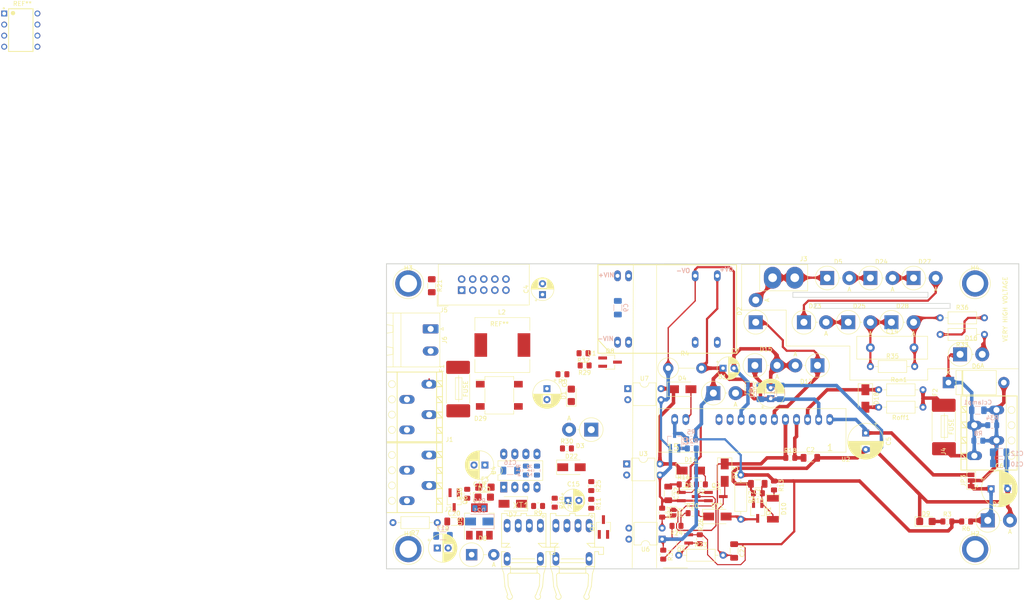
<source format=kicad_pcb>
(kicad_pcb (version 20171130) (host pcbnew "(5.1.10)-1")
  (layers (0 F.Cu signal) (31 B.Cu signal) (34 B.Paste user) (35 F.Paste user) (36 B.SilkS user) (37 F.SilkS user) (38 B.Mask user) (39 F.Mask user) (44 Edge.Cuts user))
  (net 0 "")
  (net 1 GNDD)
  (net 2 +15V)
  (net 3 "Net-(C4-Pad1)")
  (net 4 GNDPWR)
  (net 5 /EMITTER)
  (net 6 VPP)
  (net 7 "Net-(D1-Pad2)")
  (net 8 /GATE)
  (net 9 /Pulse-TOP)
  (net 10 /Pulse-BOTTOM)
  (net 11 +5V)
  (net 12 "Net-(D7-Pad1)")
  (net 13 "Net-(R9-Pad1)")
  (net 14 "Net-(R10-Pad2)")
  (net 15 "Net-(R12-Pad1)")
  (net 16 "Net-(R14-Pad1)")
  (net 17 "Net-(U4-Pad3)")
  (net 18 "Net-(C19-Pad1)")
  (net 19 "Net-(C2-Pad1)")
  (net 20 +24V)
  (net 21 "Net-(C21-Pad2)")
  (net 22 "Net-(C22-Pad1)")
  (net 23 "Net-(D9-Pad2)")
  (net 24 "Net-(D10-Pad1)")
  (net 25 "Net-(C1-Pad1)")
  (net 26 "Net-(D11-Pad2)")
  (net 27 "Net-(D11-Pad1)")
  (net 28 /Fault)
  (net 29 "Net-(Q2-Pad1)")
  (net 30 "Net-(Q4-Pad1)")
  (net 31 /Error1)
  (net 32 "Net-(JP1-Pad2)")
  (net 33 "Net-(Q7-Pad1)")
  (net 34 /Vin-)
  (net 35 "Net-(D17-Pad1)")
  (net 36 "Net-(D18-Pad2)")
  (net 37 "Net-(D21-Pad1)")
  (net 38 /Vin+)
  (net 39 /lockpwm)
  (net 40 /Latchreset)
  (net 41 /Pulse-optic)
  (net 42 "Net-(C5-Pad1)")
  (net 43 "Net-(C6-Pad1)")
  (net 44 "Net-(D3-Pad2)")
  (net 45 "Net-(D4-Pad2)")
  (net 46 "Net-(D24-Pad1)")
  (net 47 "Net-(D14-Pad2)")
  (net 48 "Net-(D18-Pad1)")
  (net 49 "Net-(D20-Pad2)")
  (net 50 "Net-(D22-Pad2)")
  (net 51 "Net-(D23-Pad2)")
  (net 52 "Net-(D23-Pad1)")
  (net 53 "Net-(D24-Pad2)")
  (net 54 /Error)
  (net 55 "Net-(Q3-Pad3)")
  (net 56 "Net-(Q3-Pad1)")
  (net 57 "Net-(Q8-Pad3)")
  (net 58 /!on-off)
  (net 59 /Fcmd)
  (net 60 "Net-(C14-Pad1)")
  (net 61 "Net-(C14-Pad2)")
  (net 62 "Net-(J5-Pad2)")
  (net 63 "Net-(D29-Pad2)")
  (net 64 "Net-(F2-Pad1)")
  (net 65 "Net-(D2-Pad2)")
  (net 66 "Net-(R33-Pad2)")
  (net 67 "Net-(D16-Pad2)")
  (module DIP762W50P254L977H451Q8 (layer F.Cu) (at 0 0)
    (fp_text reference REF** (at 0.3763 -6.05579) (layer F.SilkS) (effects (font (size 1.003449 1.003449))))
    (fp_text value DIP762W50P254L977H451Q8)
    (pad 8 thru_hole circle (at 3.81 -3.81) (size 1.35 1.35) (drill 0.85) (layers *.Cu *.Mask))
    (pad 7 thru_hole circle (at 3.81 -1.27) (size 1.35 1.35) (drill 0.85) (layers *.Cu *.Mask))
    (pad 6 thru_hole circle (at 3.81 1.27) (size 1.35 1.35) (drill 0.85) (layers *.Cu *.Mask))
    (pad 5 thru_hole circle (at 3.81 3.81) (size 1.35 1.35) (drill 0.85) (layers *.Cu *.Mask))
    (pad 4 thru_hole circle (at -3.81 3.81) (size 1.35 1.35) (drill 0.85) (layers *.Cu *.Mask))
    (pad 3 thru_hole circle (at -3.81 1.27) (size 1.35 1.35) (drill 0.85) (layers *.Cu *.Mask))
    (pad 2 thru_hole circle (at -3.81 -1.27) (size 1.35 1.35) (drill 0.85) (layers *.Cu *.Mask))
    (pad 1 thru_hole rect (at -3.81 -3.81) (size 1.35 1.35) (drill 0.85) (layers *.Cu *.Mask))
  )
  (module Diode_THT:D_DO-201AD_P5.08mm_Vertical_AnodeUp (layer F.Cu) (at 215.392 74.422)
    (fp_text reference D16 (at 2.54 -3.72) (layer F.SilkS))
    (fp_text value 1.5KE7A)
    (fp_text user A (at 5.08 2.6) (layer F.SilkS))
    (pad 2 thru_hole oval (at 5.08 0) (size 3.2 3.2) (drill 1.6) (layers *.Cu *.Mask) (net 67 "Net-(D16-Pad2)"))
    (pad 1 thru_hole rect (at 0 0) (size 3.2 3.2) (drill 1.6) (layers *.Cu *.Mask) (net 8 /GATE))
  )
  (module KIcad:HFBR-15X3 (layer F.Cu) (at 115.336 123.254)
    (fp_text reference XT1 (at -0.63583 -14.11514 -180) (layer F.SilkS) (effects (font (size 1.401795 1.401795))))
    (fp_text value HFBR-1521)
    (pad 8 thru_hole oval (at 3.81 -1.905) (size 1.524 3.048) (drill 1.016) (layers *.Cu *.Mask))
    (pad 5 thru_hole oval (at -3.81 -1.905) (size 1.524 3.048) (drill 1.016) (layers *.Cu *.Mask))
    (pad 4 thru_hole oval (at -3.81 -9.525) (size 1.524 3.048) (drill 1.016) (layers *.Cu *.Mask))
    (pad 3 thru_hole oval (at -1.27 -9.525) (size 1.524 3.048) (drill 1.016) (layers *.Cu *.Mask))
    (pad 2 thru_hole oval (at 1.27 -9.525) (size 1.524 3.048) (drill 1.016) (layers *.Cu *.Mask) (net 17 "Net-(U4-Pad3)"))
    (pad 1 thru_hole oval (at 3.81 -9.525) (size 1.524 3.048) (drill 1.016) (layers *.Cu *.Mask) (net 13 "Net-(R9-Pad1)"))
  )
  (module LED_SMD:LED_1206_3216Metric_Castellated (layer F.Cu) (at 207.5535 112.776)
    (fp_text reference D9 (at 0 -1.78) (layer F.SilkS))
    (fp_text value LED)
    (pad 2 smd roundrect (at 1.425 0) (size 1.6 1.65) (layers F.Cu F.Paste F.Mask) (roundrect_rratio 0.15625) (net 23 "Net-(D9-Pad2)"))
    (pad 1 smd roundrect (at -1.425 0) (size 1.6 1.65) (layers F.Cu F.Paste F.Mask) (roundrect_rratio 0.15625) (net 4 GNDPWR))
  )
  (module Resistor_SMD:R_0805_2012Metric_Pad1.15x1.40mm_HandSolder (layer F.Cu) (at 212.471 112.776)
    (fp_text reference R3 (at 0 -1.65 180) (layer F.SilkS))
    (fp_text value 1.8k)
    (pad 2 smd roundrect (at 1.025 0) (size 1.15 1.4) (layers F.Cu F.Paste F.Mask) (roundrect_rratio 0.217391) (net 20 +24V))
    (pad 1 smd roundrect (at -1.025 0) (size 1.15 1.4) (layers F.Cu F.Paste F.Mask) (roundrect_rratio 0.217391) (net 23 "Net-(D9-Pad2)"))
  )
  (module Resistor_SMD:R_0805_2012Metric_Pad1.15x1.40mm_HandSolder (layer B.Cu) (at 222.767 90.678 180)
    (fp_text reference R34 (at 0 1.65) (layer B.SilkS) (effects (justify mirror)))
    (fp_text value 20K)
    (pad 2 smd roundrect (at 1.025 0 180) (size 1.15 1.4) (layers B.Cu B.Paste B.Mask) (roundrect_rratio 0.217391) (net 8 /GATE))
    (pad 1 smd roundrect (at -1.025 0 180) (size 1.15 1.4) (layers B.Cu B.Paste B.Mask) (roundrect_rratio 0.217391) (net 5 /EMITTER))
  )
  (module Resistor_SMD:R_0805_2012Metric_Pad1.15x1.40mm_HandSolder (layer B.Cu) (at 219.574 94.234 180)
    (fp_text reference R8 (at 0 1.65) (layer B.SilkS) (effects (justify mirror)))
    (fp_text value 20K)
    (pad 2 smd roundrect (at 1.025 0 180) (size 1.15 1.4) (layers B.Cu B.Paste B.Mask) (roundrect_rratio 0.217391) (net 8 /GATE))
    (pad 1 smd roundrect (at -1.025 0 180) (size 1.15 1.4) (layers B.Cu B.Paste B.Mask) (roundrect_rratio 0.217391) (net 5 /EMITTER))
  )
  (module Capacitor_SMD:C_1206_3216Metric (layer B.Cu) (at 219.456 87.249 180)
    (fp_text reference Cclamp1 (at 0 1.82) (layer B.SilkS) (effects (justify mirror)))
    (fp_text value C)
    (pad 2 smd roundrect (at 1.4 0 180) (size 1.25 1.75) (layers B.Cu B.Paste B.Mask) (roundrect_rratio 0.2) (net 8 /GATE))
    (pad 1 smd roundrect (at -1.4 0 180) (size 1.25 1.75) (layers B.Cu B.Paste B.Mask) (roundrect_rratio 0.2) (net 5 /EMITTER))
  )
  (module Resistor_THT:R_Axial_DIN0207_L6.3mm_D2.5mm_P10.16mm_Horizontal (layer F.Cu) (at 210.82 66.04)
    (fp_text reference R36 (at 5.08 -2.37) (layer F.SilkS))
    (fp_text value 120)
    (pad 2 thru_hole oval (at 10.16 0) (size 1.6 1.6) (drill 0.8) (layers *.Cu *.Mask) (net 66 "Net-(R33-Pad2)"))
    (pad 1 thru_hole circle (at 0 0) (size 1.6 1.6) (drill 0.8) (layers *.Cu *.Mask) (net 61 "Net-(C14-Pad2)"))
  )
  (module Diode_THT:D_DO-201AD_P5.08mm_Vertical_AnodeUp (layer F.Cu) (at 184.912 56.896)
    (fp_text reference D5 (at 2.54 -3.72) (layer F.SilkS))
    (fp_text value 1.5KE160A)
    (fp_text user A (at 5.08 2.6) (layer F.SilkS))
    (pad 2 thru_hole oval (at 5.08 0) (size 3.2 3.2) (drill 1.6) (layers *.Cu *.Mask) (net 46 "Net-(D24-Pad1)"))
    (pad 1 thru_hole rect (at 0 0) (size 3.2 3.2) (drill 1.6) (layers *.Cu *.Mask) (net 65 "Net-(D2-Pad2)"))
  )
  (module Diode_THT:D_DO-201AD_P5.08mm_Vertical_AnodeUp (layer F.Cu) (at 194.818 56.896)
    (fp_text reference D24 (at 2.54 -3.72) (layer F.SilkS))
    (fp_text value 1.5KE160A)
    (fp_text user A (at 5.08 2.6) (layer F.SilkS))
    (pad 2 thru_hole oval (at 5.08 0) (size 3.2 3.2) (drill 1.6) (layers *.Cu *.Mask) (net 53 "Net-(D24-Pad2)"))
    (pad 1 thru_hole rect (at 0 0) (size 3.2 3.2) (drill 1.6) (layers *.Cu *.Mask) (net 46 "Net-(D24-Pad1)"))
  )
  (module Resistor_THT:R_Axial_DIN0414_L11.9mm_D4.5mm_P7.62mm_Vertical (layer F.Cu) (at 148.463 77.597)
    (fp_text reference R4 (at 3.81 -3.37) (layer F.SilkS))
    (fp_text value 2k/1w)
    (pad 2 thru_hole oval (at 7.62 0) (size 2.4 2.4) (drill 1.2) (layers *.Cu *.Mask) (net 20 +24V))
    (pad 1 thru_hole circle (at 0 0) (size 2.4 2.4) (drill 1.2) (layers *.Cu *.Mask) (net 4 GNDPWR))
  )
  (module Connector_Phoenix_MSTB:PhoenixContact_MSTBA_2,5_2-G-5,08_1x02_P5.08mm_Horizontal (layer F.Cu) (at 93.98 68.58 270)
    (fp_text reference J6 (at 2.54 -3.2 90) (layer F.SilkS))
    (fp_text value Conn_01x02_Male)
    (pad 2 thru_hole oval (at 5.08 0 270) (size 2.08 3.6) (drill 1.4) (layers *.Cu *.Mask) (net 34 /Vin-))
    (pad 1 thru_hole roundrect (at 0 0 270) (size 2.08 3.6) (drill 1.4) (layers *.Cu *.Mask) (roundrect_rratio 0.120192) (net 38 /Vin+))
  )
  (module Resistor_THT:R_Axial_DIN0207_L6.3mm_D2.5mm_P10.16mm_Horizontal (layer F.Cu) (at 95.504 113.03 180)
    (fp_text reference R7 (at 5.08 -2.37) (layer F.SilkS))
    (fp_text value 10/0.25W)
    (pad 2 thru_hole oval (at 10.16 0 180) (size 1.6 1.6) (drill 0.8) (layers *.Cu *.Mask) (net 10 /Pulse-BOTTOM))
    (pad 1 thru_hole circle (at 0 0 180) (size 1.6 1.6) (drill 0.8) (layers *.Cu *.Mask) (net 1 GNDD))
  )
  (module Resistor_SMD:R_1206_3216Metric_Pad1.42x1.75mm_HandSolder (layer F.Cu) (at 94.234 58.674 270)
    (fp_text reference R21 (at 0 -1.82 90) (layer F.SilkS))
    (fp_text value 10/0.25W)
    (pad 2 smd roundrect (at 1.4875 0 270) (size 1.425 1.75) (layers F.Cu F.Paste F.Mask) (roundrect_rratio 0.175439) (net 2 +15V))
    (pad 1 smd roundrect (at -1.4875 0 270) (size 1.425 1.75) (layers F.Cu F.Paste F.Mask) (roundrect_rratio 0.175439) (net 62 "Net-(J5-Pad2)"))
  )
  (module Diode_SMD:Diode_Bridge_Vishay_DFS (layer F.Cu) (at 109.728 83.82)
    (fp_text reference D29 (at -4.318 5.334) (layer F.SilkS))
    (fp_text value DF10M)
    (pad 4 smd rect (at 4.37 -2.55) (size 2 1.5) (layers F.Cu F.Paste F.Mask) (net 2 +15V))
    (pad 3 smd rect (at 4.37 2.55) (size 2 1.5) (layers F.Cu F.Paste F.Mask) (net 1 GNDD))
    (pad 2 smd rect (at -4.37 2.55) (size 2 1.5) (layers F.Cu F.Paste F.Mask) (net 63 "Net-(D29-Pad2)"))
    (pad 1 smd rect (at -4.37 -2.55) (size 2 1.5) (layers F.Cu F.Paste F.Mask) (net 34 /Vin-))
  )
  (module Resistor_THT:R_Axial_DIN0207_L6.3mm_D2.5mm_P10.16mm_Horizontal (layer F.Cu) (at 150.876 120.523)
    (fp_text reference R23 (at 5.08 -2.37) (layer F.SilkS))
    (fp_text value 3.3k-1/4W)
    (pad 2 thru_hole oval (at 10.16 0) (size 1.6 1.6) (drill 0.8) (layers *.Cu *.Mask) (net 21 "Net-(C21-Pad2)"))
    (pad 1 thru_hole circle (at 0 0) (size 1.6 1.6) (drill 0.8) (layers *.Cu *.Mask) (net 30 "Net-(Q4-Pad1)"))
  )
  (module Connector_IDC:IDC-Header_2x05_P2.54mm_Vertical (layer F.Cu) (at 101.092 59.69 90)
    (fp_text reference J5 (at -4.572 -4.064 180) (layer F.SilkS))
    (fp_text value Conn_02x05_Odd_Even)
    (pad 10 thru_hole oval (at 2.54 10.16 90) (size 1.7272 1.7272) (drill 1.016) (layers *.Cu *.Mask))
    (pad 9 thru_hole oval (at 0 10.16 90) (size 1.7272 1.7272) (drill 1.016) (layers *.Cu *.Mask) (net 1 GNDD))
    (pad 8 thru_hole oval (at 2.54 7.62 90) (size 1.7272 1.7272) (drill 1.016) (layers *.Cu *.Mask))
    (pad 7 thru_hole oval (at 0 7.62 90) (size 1.7272 1.7272) (drill 1.016) (layers *.Cu *.Mask))
    (pad 6 thru_hole oval (at 2.54 5.08 90) (size 1.7272 1.7272) (drill 1.016) (layers *.Cu *.Mask))
    (pad 5 thru_hole oval (at 0 5.08 90) (size 1.7272 1.7272) (drill 1.016) (layers *.Cu *.Mask) (net 59 /Fcmd))
    (pad 4 thru_hole oval (at 2.54 2.54 90) (size 1.7272 1.7272) (drill 1.016) (layers *.Cu *.Mask))
    (pad 3 thru_hole oval (at 0 2.54 90) (size 1.7272 1.7272) (drill 1.016) (layers *.Cu *.Mask) (net 58 /!on-off))
    (pad 2 thru_hole oval (at 2.54 0 90) (size 1.7272 1.7272) (drill 1.016) (layers *.Cu *.Mask) (net 62 "Net-(J5-Pad2)"))
    (pad 1 thru_hole rect (at 0 0 90) (size 1.7272 1.7272) (drill 1.016) (layers *.Cu *.Mask))
  )
  (module Resistor_THT:R_Axial_DIN0207_L6.3mm_D2.5mm_P10.16mm_Horizontal (layer F.Cu) (at 206.883 82.55 180)
    (fp_text reference Ron1 (at 5.527 2.286) (layer F.SilkS))
    (fp_text value 20)
    (pad 2 thru_hole oval (at 10.16 0 180) (size 1.6 1.6) (drill 0.8) (layers *.Cu *.Mask) (net 48 "Net-(D18-Pad1)"))
    (pad 1 thru_hole circle (at 0 0 180) (size 1.6 1.6) (drill 0.8) (layers *.Cu *.Mask) (net 64 "Net-(F2-Pad1)"))
  )
  (module Resistor_THT:R_Axial_DIN0207_L6.3mm_D2.5mm_P10.16mm_Horizontal (layer F.Cu) (at 206.883 86.5505 180)
    (fp_text reference Roff1 (at 5.08 -2.37) (layer F.SilkS))
    (fp_text value 20)
    (pad 2 thru_hole oval (at 10.16 0 180) (size 1.6 1.6) (drill 0.8) (layers *.Cu *.Mask) (net 36 "Net-(D18-Pad2)"))
    (pad 1 thru_hole circle (at 0 0 180) (size 1.6 1.6) (drill 0.8) (layers *.Cu *.Mask) (net 64 "Net-(F2-Pad1)"))
  )
  (module Resistor_THT:R_Axial_DIN0207_L6.3mm_D2.5mm_P10.16mm_Horizontal (layer F.Cu) (at 194.818 77.216)
    (fp_text reference R35 (at 5.08 -2.37) (layer F.SilkS))
    (fp_text value 20K)
    (pad 2 thru_hole oval (at 10.16 0) (size 1.6 1.6) (drill 0.8) (layers *.Cu *.Mask) (net 61 "Net-(C14-Pad2)"))
    (pad 1 thru_hole circle (at 0 0) (size 1.6 1.6) (drill 0.8) (layers *.Cu *.Mask) (net 60 "Net-(C14-Pad1)"))
  )
  (module Resistor_THT:R_Axial_DIN0207_L6.3mm_D2.5mm_P10.16mm_Horizontal (layer F.Cu) (at 220.98 69.85 180)
    (fp_text reference R33 (at 5.08 -2.37) (layer F.SilkS))
    (fp_text value 100)
    (pad 2 thru_hole oval (at 10.16 0 180) (size 1.6 1.6) (drill 0.8) (layers *.Cu *.Mask) (net 66 "Net-(R33-Pad2)"))
    (pad 1 thru_hole circle (at 0 0 180) (size 1.6 1.6) (drill 0.8) (layers *.Cu *.Mask) (net 67 "Net-(D16-Pad2)"))
  )
  (module Resistor_THT:R_Axial_DIN0207_L6.3mm_D2.5mm_P10.16mm_Horizontal (layer F.Cu) (at 165.1 102.108 270)
    (fp_text reference R17 (at 5.08 -2.37 90) (layer F.SilkS))
    (fp_text value 3.3k-1/4W)
    (pad 2 thru_hole oval (at 10.16 0 270) (size 1.6 1.6) (drill 0.8) (layers *.Cu *.Mask) (net 26 "Net-(D11-Pad2)"))
    (pad 1 thru_hole circle (at 0 0 270) (size 1.6 1.6) (drill 0.8) (layers *.Cu *.Mask) (net 20 +24V))
  )
  (module Jumper:SolderJumper-3_P1.3mm_Bridged12_Pad1.0x1.5mm (layer F.Cu) (at 217.932 103.378 90)
    (fp_text reference JP3 (at 0 -1.8 90) (layer F.SilkS))
    (fp_text value SolderJumper_3_Bridged12)
    (fp_poly (pts (xy -0.9 -0.3) (xy -0.4 -0.3) (xy -0.4 0.3) (xy -0.9 0.3)) (layer F.Cu) (width 0))
    (pad 2 smd rect (at 0 0 90) (size 1 1.5) (layers F.Cu F.Mask) (net 5 /EMITTER))
    (pad 3 smd rect (at 1.3 0 90) (size 1 1.5) (layers F.Cu F.Mask) (net 42 "Net-(C5-Pad1)"))
    (pad 1 smd rect (at -1.3 0 90) (size 1 1.5) (layers F.Cu F.Mask) (net 43 "Net-(C6-Pad1)"))
  )
  (module Jumper:SolderJumper-2_P1.3mm_Bridged_Pad1.0x1.5mm (layer F.Cu) (at 167.0685 82.0905 270)
    (fp_text reference JP2 (at 0 -1.8 90) (layer F.SilkS))
    (fp_text value SolderJumper_2_Bridged)
    (fp_poly (pts (xy -0.25 -0.3) (xy 0.25 -0.3) (xy 0.25 0.3) (xy -0.25 0.3)) (layer F.Cu) (width 0))
    (pad 2 smd rect (at 0.65 0 270) (size 1 1.5) (layers F.Cu F.Mask) (net 6 VPP))
    (pad 1 smd rect (at -0.65 0 270) (size 1 1.5) (layers F.Cu F.Mask) (net 20 +24V))
  )
  (module Resistor_SMD:R_0805_2012Metric_Pad1.15x1.40mm_HandSolder (layer F.Cu) (at 129.041 74.168 180)
    (fp_text reference R32 (at 0 -1.65) (layer F.SilkS))
    (fp_text value 1k)
    (pad 2 smd roundrect (at 1.025 0 180) (size 1.15 1.4) (layers F.Cu F.Paste F.Mask) (roundrect_rratio 0.217391) (net 2 +15V))
    (pad 1 smd roundrect (at -1.025 0 180) (size 1.15 1.4) (layers F.Cu F.Paste F.Mask) (roundrect_rratio 0.217391) (net 57 "Net-(Q8-Pad3)"))
  )
  (module Resistor_SMD:R_0805_2012Metric_Pad1.15x1.40mm_HandSolder (layer F.Cu) (at 147.32 120.387 270)
    (fp_text reference R31 (at 0 -1.65 90) (layer F.SilkS))
    (fp_text value "not mount")
    (pad 2 smd roundrect (at 1.025 0 270) (size 1.15 1.4) (layers F.Cu F.Paste F.Mask) (roundrect_rratio 0.217391) (net 20 +24V))
    (pad 1 smd roundrect (at -1.025 0 270) (size 1.15 1.4) (layers F.Cu F.Paste F.Mask) (roundrect_rratio 0.217391) (net 39 /lockpwm))
  )
  (module Resistor_SMD:R_0805_2012Metric_Pad1.15x1.40mm_HandSolder (layer F.Cu) (at 125.231 96.012)
    (fp_text reference R30 (at 0 -1.65) (layer F.SilkS))
    (fp_text value 1k)
    (pad 2 smd roundrect (at 1.025 0) (size 1.15 1.4) (layers F.Cu F.Paste F.Mask) (roundrect_rratio 0.217391) (net 44 "Net-(D3-Pad2)"))
    (pad 1 smd roundrect (at -1.025 0) (size 1.15 1.4) (layers F.Cu F.Paste F.Mask) (roundrect_rratio 0.217391) (net 41 /Pulse-optic))
  )
  (module Resistor_SMD:R_0805_2012Metric_Pad1.15x1.40mm_HandSolder (layer F.Cu) (at 129.295 76.962 180)
    (fp_text reference R29 (at 0 -1.65) (layer F.SilkS))
    (fp_text value 1k)
    (pad 2 smd roundrect (at 1.025 0 180) (size 1.15 1.4) (layers F.Cu F.Paste F.Mask) (roundrect_rratio 0.217391) (net 2 +15V))
    (pad 1 smd roundrect (at -1.025 0 180) (size 1.15 1.4) (layers F.Cu F.Paste F.Mask) (roundrect_rratio 0.217391) (net 58 /!on-off))
  )
  (module Resistor_SMD:R_0805_2012Metric_Pad1.15x1.40mm_HandSolder (layer F.Cu) (at 102.362 106.417 90)
    (fp_text reference R28 (at 0 -1.65 90) (layer F.SilkS))
    (fp_text value 10K)
    (pad 2 smd roundrect (at 1.025 0 90) (size 1.15 1.4) (layers F.Cu F.Paste F.Mask) (roundrect_rratio 0.217391) (net 31 /Error1))
    (pad 1 smd roundrect (at -1.025 0 90) (size 1.15 1.4) (layers F.Cu F.Paste F.Mask) (roundrect_rratio 0.217391) (net 2 +15V))
  )
  (module Resistor_SMD:R_0805_2012Metric_Pad1.15x1.40mm_HandSolder (layer F.Cu) (at 147.066 110.753 270)
    (fp_text reference R27 (at 0 -1.65 90) (layer F.SilkS))
    (fp_text value 3.3K)
    (pad 2 smd roundrect (at 1.025 0 270) (size 1.15 1.4) (layers F.Cu F.Paste F.Mask) (roundrect_rratio 0.217391) (net 32 "Net-(JP1-Pad2)"))
    (pad 1 smd roundrect (at -1.025 0 270) (size 1.15 1.4) (layers F.Cu F.Paste F.Mask) (roundrect_rratio 0.217391) (net 4 GNDPWR))
  )
  (module Resistor_SMD:R_0805_2012Metric_Pad1.15x1.40mm_HandSolder (layer F.Cu) (at 155.702 116.849 90)
    (fp_text reference R26 (at 3.293 0.254 90) (layer F.SilkS))
    (fp_text value 3.3K)
    (pad 2 smd roundrect (at 1.025 0 90) (size 1.15 1.4) (layers F.Cu F.Paste F.Mask) (roundrect_rratio 0.217391) (net 20 +24V))
    (pad 1 smd roundrect (at -1.025 0 90) (size 1.15 1.4) (layers F.Cu F.Paste F.Mask) (roundrect_rratio 0.217391) (net 30 "Net-(Q4-Pad1)"))
  )
  (module Resistor_SMD:R_0805_2012Metric_Pad1.15x1.40mm_HandSolder (layer F.Cu) (at 130.81 104.657 270)
    (fp_text reference R25 (at 0 -1.65 90) (layer F.SilkS))
    (fp_text value 1k)
    (pad 2 smd roundrect (at 1.025 0 270) (size 1.15 1.4) (layers F.Cu F.Paste F.Mask) (roundrect_rratio 0.217391) (net 11 +5V))
    (pad 1 smd roundrect (at -1.025 0 270) (size 1.15 1.4) (layers F.Cu F.Paste F.Mask) (roundrect_rratio 0.217391) (net 50 "Net-(D22-Pad2)"))
  )
  (module Resistor_SMD:R_0805_2012Metric_Pad1.15x1.40mm_HandSolder (layer F.Cu) (at 150.359 113.792 180)
    (fp_text reference R24 (at 0 -1.65) (layer F.SilkS))
    (fp_text value 3.3K)
    (pad 2 smd roundrect (at 1.025 0 180) (size 1.15 1.4) (layers F.Cu F.Paste F.Mask) (roundrect_rratio 0.217391) (net 39 /lockpwm))
    (pad 1 smd roundrect (at -1.025 0 180) (size 1.15 1.4) (layers F.Cu F.Paste F.Mask) (roundrect_rratio 0.217391) (net 29 "Net-(Q2-Pad1)"))
  )
  (module Resistor_SMD:R_0805_2012Metric_Pad1.15x1.40mm_HandSolder (layer F.Cu) (at 154.042 110.871)
    (fp_text reference R20 (at 0 -1.65) (layer F.SilkS))
    (fp_text value 500R)
    (pad 2 smd roundrect (at 1.025 0) (size 1.15 1.4) (layers F.Cu F.Paste F.Mask) (roundrect_rratio 0.217391) (net 27 "Net-(D11-Pad1)"))
    (pad 1 smd roundrect (at -1.025 0) (size 1.15 1.4) (layers F.Cu F.Paste F.Mask) (roundrect_rratio 0.217391) (net 29 "Net-(Q2-Pad1)"))
  )
  (module Resistor_SMD:R_0805_2012Metric_Pad1.15x1.40mm_HandSolder (layer B.Cu) (at 105.165 109.728 180)
    (fp_text reference R19 (at 0 1.65) (layer B.SilkS) (effects (justify mirror)))
    (fp_text value 1.8k)
    (pad 2 smd roundrect (at 1.025 0 180) (size 1.15 1.4) (layers B.Cu B.Paste B.Mask) (roundrect_rratio 0.217391) (net 11 +5V))
    (pad 1 smd roundrect (at -1.025 0 180) (size 1.15 1.4) (layers B.Cu B.Paste B.Mask) (roundrect_rratio 0.217391) (net 49 "Net-(D20-Pad2)"))
  )
  (module Resistor_SMD:R_0805_2012Metric_Pad1.15x1.40mm_HandSolder (layer F.Cu) (at 176.4575 98.171)
    (fp_text reference R18 (at 0 -1.65) (layer F.SilkS))
    (fp_text value R)
    (pad 2 smd roundrect (at 1.025 0) (size 1.15 1.4) (layers F.Cu F.Paste F.Mask) (roundrect_rratio 0.217391) (net 19 "Net-(C2-Pad1)"))
    (pad 1 smd roundrect (at -1.025 0) (size 1.15 1.4) (layers F.Cu F.Paste F.Mask) (roundrect_rratio 0.217391) (net 28 /Fault))
  )
  (module Resistor_SMD:R_0805_2012Metric_Pad1.15x1.40mm_HandSolder (layer F.Cu) (at 152.01 104.267)
    (fp_text reference R16 (at 0 -1.65) (layer F.SilkS))
    (fp_text value r)
    (pad 2 smd roundrect (at 1.025 0) (size 1.15 1.4) (layers F.Cu F.Paste F.Mask) (roundrect_rratio 0.217391) (net 20 +24V))
    (pad 1 smd roundrect (at -1.025 0) (size 1.15 1.4) (layers F.Cu F.Paste F.Mask) (roundrect_rratio 0.217391) (net 22 "Net-(C22-Pad1)"))
  )
  (module Resistor_SMD:R_0805_2012Metric_Pad1.15x1.40mm_HandSolder (layer F.Cu) (at 169.028 106.299 180)
    (fp_text reference R15 (at 0 -1.65) (layer F.SilkS))
    (fp_text value 1K)
    (pad 2 smd roundrect (at 1.025 0 180) (size 1.15 1.4) (layers F.Cu F.Paste F.Mask) (roundrect_rratio 0.217391) (net 4 GNDPWR))
    (pad 1 smd roundrect (at -1.025 0 180) (size 1.15 1.4) (layers F.Cu F.Paste F.Mask) (roundrect_rratio 0.217391) (net 25 "Net-(C1-Pad1)"))
  )
  (module Resistor_SMD:R_0805_2012Metric_Pad1.15x1.40mm_HandSolder (layer B.Cu) (at 115.824 101.083 270)
    (fp_text reference R14 (at 0 1.65 270) (layer B.SilkS) (effects (justify mirror)))
    (fp_text value 1k)
    (pad 2 smd roundrect (at 1.025 0 270) (size 1.15 1.4) (layers B.Cu B.Paste B.Mask) (roundrect_rratio 0.217391) (net 1 GNDD))
    (pad 1 smd roundrect (at -1.025 0 270) (size 1.15 1.4) (layers B.Cu B.Paste B.Mask) (roundrect_rratio 0.217391) (net 16 "Net-(R14-Pad1)"))
  )
  (module Resistor_SMD:R_0805_2012Metric_Pad1.15x1.40mm_HandSolder (layer F.Cu) (at 172.72 104.512 270)
    (fp_text reference R13 (at 0 -1.65 90) (layer F.SilkS))
    (fp_text value 1K)
    (pad 2 smd roundrect (at 1.025 0 270) (size 1.15 1.4) (layers F.Cu F.Paste F.Mask) (roundrect_rratio 0.217391) (net 24 "Net-(D10-Pad1)"))
    (pad 1 smd roundrect (at -1.025 0 270) (size 1.15 1.4) (layers F.Cu F.Paste F.Mask) (roundrect_rratio 0.217391) (net 20 +24V))
  )
  (module Resistor_SMD:R_0805_2012Metric_Pad1.15x1.40mm_HandSolder (layer B.Cu) (at 118.364 101.092 270)
    (fp_text reference R12 (at 0 1.65 270) (layer B.SilkS) (effects (justify mirror)))
    (fp_text value 1k)
    (pad 2 smd roundrect (at 1.025 0 270) (size 1.15 1.4) (layers B.Cu B.Paste B.Mask) (roundrect_rratio 0.217391) (net 1 GNDD))
    (pad 1 smd roundrect (at -1.025 0 270) (size 1.15 1.4) (layers B.Cu B.Paste B.Mask) (roundrect_rratio 0.217391) (net 15 "Net-(R12-Pad1)"))
  )
  (module Resistor_SMD:R_0805_2012Metric_Pad1.15x1.40mm_HandSolder (layer F.Cu) (at 130.81 108.721 270)
    (fp_text reference R11 (at 0 -1.65 90) (layer F.SilkS))
    (fp_text value 2.7k)
    (pad 2 smd roundrect (at 1.025 0 270) (size 1.15 1.4) (layers F.Cu F.Paste F.Mask) (roundrect_rratio 0.217391) (net 33 "Net-(Q7-Pad1)"))
    (pad 1 smd roundrect (at -1.025 0 270) (size 1.15 1.4) (layers F.Cu F.Paste F.Mask) (roundrect_rratio 0.217391) (net 11 +5V))
  )
  (module Resistor_SMD:R_0805_2012Metric_Pad1.15x1.40mm_HandSolder (layer F.Cu) (at 122.428 108.458 270)
    (fp_text reference R10 (at 0 -1.65 90) (layer F.SilkS))
    (fp_text value 2.7k)
    (pad 2 smd roundrect (at 1.025 0 270) (size 1.15 1.4) (layers F.Cu F.Paste F.Mask) (roundrect_rratio 0.217391) (net 14 "Net-(R10-Pad2)"))
    (pad 1 smd roundrect (at -1.025 0 270) (size 1.15 1.4) (layers F.Cu F.Paste F.Mask) (roundrect_rratio 0.217391) (net 11 +5V))
  )
  (module Resistor_SMD:R_0805_2012Metric_Pad1.15x1.40mm_HandSolder (layer F.Cu) (at 118.618 109.22 180)
    (fp_text reference R9 (at 0 -1.65) (layer F.SilkS))
    (fp_text value 1k)
    (pad 2 smd roundrect (at 1.025 0 180) (size 1.15 1.4) (layers F.Cu F.Paste F.Mask) (roundrect_rratio 0.217391) (net 12 "Net-(D7-Pad1)"))
    (pad 1 smd roundrect (at -1.025 0 180) (size 1.15 1.4) (layers F.Cu F.Paste F.Mask) (roundrect_rratio 0.217391) (net 13 "Net-(R9-Pad1)"))
  )
  (module Resistor_SMD:R_0805_2012Metric_Pad1.15x1.40mm_HandSolder (layer F.Cu) (at 216.789 112.776 180)
    (fp_text reference R6 (at 0 -1.65) (layer F.SilkS))
    (fp_text value 6.8k)
    (pad 2 smd roundrect (at 1.025 0 180) (size 1.15 1.4) (layers F.Cu F.Paste F.Mask) (roundrect_rratio 0.217391) (net 20 +24V))
    (pad 1 smd roundrect (at -1.025 0 180) (size 1.15 1.4) (layers F.Cu F.Paste F.Mask) (roundrect_rratio 0.217391) (net 43 "Net-(C6-Pad1)"))
  )
  (module Resistor_SMD:R_0805_2012Metric_Pad1.15x1.40mm_HandSolder (layer B.Cu) (at 153.7245 93.9165 180)
    (fp_text reference R5 (at 0 1.65 180) (layer B.SilkS) (effects (justify mirror)))
    (fp_text value 3k)
    (pad 2 smd roundrect (at 1.025 0 180) (size 1.15 1.4) (layers B.Cu B.Paste B.Mask) (roundrect_rratio 0.217391) (net 55 "Net-(Q3-Pad3)"))
    (pad 1 smd roundrect (at -1.025 0 180) (size 1.15 1.4) (layers B.Cu B.Paste B.Mask) (roundrect_rratio 0.217391) (net 20 +24V))
  )
  (module Resistor_SMD:R_0805_2012Metric_Pad1.15x1.40mm_HandSolder (layer F.Cu) (at 155.956 104.267 180)
    (fp_text reference R2 (at 0 -1.65) (layer F.SilkS))
    (fp_text value r)
    (pad 2 smd roundrect (at 1.025 0 180) (size 1.15 1.4) (layers F.Cu F.Paste F.Mask) (roundrect_rratio 0.217391) (net 22 "Net-(C22-Pad1)"))
    (pad 1 smd roundrect (at -1.025 0 180) (size 1.15 1.4) (layers F.Cu F.Paste F.Mask) (roundrect_rratio 0.217391) (net 47 "Net-(D14-Pad2)"))
  )
  (module Resistor_SMD:R_0805_2012Metric_Pad1.15x1.40mm_HandSolder (layer F.Cu) (at 124.197 78.994 180)
    (fp_text reference R1 (at 0 -1.65) (layer F.SilkS))
    (fp_text value 1.8k)
    (pad 2 smd roundrect (at 1.025 0 180) (size 1.15 1.4) (layers F.Cu F.Paste F.Mask) (roundrect_rratio 0.217391) (net 2 +15V))
    (pad 1 smd roundrect (at -1.025 0 180) (size 1.15 1.4) (layers F.Cu F.Paste F.Mask) (roundrect_rratio 0.217391) (net 7 "Net-(D1-Pad2)"))
  )
  (module Resistor_SMD:R_0805_2012Metric_Pad1.15x1.40mm_HandSolder (layer B.Cu) (at 153.8695 96.012 180)
    (fp_text reference R22 (at 0 1.65) (layer B.SilkS) (effects (justify mirror)))
    (fp_text value 1k)
    (pad 2 smd roundrect (at 1.025 0 180) (size 1.15 1.4) (layers B.Cu B.Paste B.Mask) (roundrect_rratio 0.217391) (net 56 "Net-(Q3-Pad1)"))
    (pad 1 smd roundrect (at -1.025 0 180) (size 1.15 1.4) (layers B.Cu B.Paste B.Mask) (roundrect_rratio 0.217391) (net 39 /lockpwm))
  )
  (module Capacitor_THT:C_Disc_D16.0mm_W5.0mm_P10.00mm (layer F.Cu) (at 194.818 72.898)
    (fp_text reference C14 (at 5 -3.75) (layer F.SilkS))
    (fp_text value 100nF)
    (pad 2 thru_hole circle (at 10 0) (size 2 2) (drill 1) (layers *.Cu *.Mask) (net 61 "Net-(C14-Pad2)"))
    (pad 1 thru_hole circle (at 0 0) (size 2 2) (drill 1) (layers *.Cu *.Mask) (net 60 "Net-(C14-Pad1)"))
  )
  (module Package_DIP:DIP-4_W7.62mm (layer F.Cu) (at 139.192 82.296)
    (fp_text reference U7 (at 3.81 -2.33) (layer F.SilkS))
    (fp_text value PC817)
    (pad 4 thru_hole oval (at 7.62 0) (size 1.6 1.6) (drill 0.8) (layers *.Cu *.Mask) (net 40 /Latchreset))
    (pad 2 thru_hole oval (at 0 2.54) (size 1.6 1.6) (drill 0.8) (layers *.Cu *.Mask) (net 59 /Fcmd))
    (pad 3 thru_hole oval (at 7.62 2.54) (size 1.6 1.6) (drill 0.8) (layers *.Cu *.Mask) (net 4 GNDPWR))
    (pad 1 thru_hole rect (at 0 0) (size 1.6 1.6) (drill 0.8) (layers *.Cu *.Mask) (net 57 "Net-(Q8-Pad3)"))
  )
  (module Package_TO_SOT_SMD:SOT-223-3_TabPin2 (layer F.Cu) (at 105.156 112.776 90)
    (fp_text reference U5 (at 0 -4.5 90) (layer F.SilkS))
    (fp_text value AMS1117-5.0)
    (pad 1 smd rect (at -3.15 -2.3 90) (size 2 1.5) (layers F.Cu F.Paste F.Mask) (net 1 GNDD))
    (pad 3 smd rect (at -3.15 2.3 90) (size 2 1.5) (layers F.Cu F.Paste F.Mask) (net 37 "Net-(D21-Pad1)"))
    (pad 2 smd rect (at -3.15 0 90) (size 2 1.5) (layers F.Cu F.Paste F.Mask) (net 18 "Net-(C19-Pad1)"))
    (pad 2 smd rect (at 3.15 0 90) (size 2 3.8) (layers F.Cu F.Paste F.Mask) (net 18 "Net-(C19-Pad1)"))
  )
  (module Package_TO_SOT_SMD:SOT-23W_Handsoldering (layer F.Cu) (at 135.128 76.2)
    (fp_text reference Q8 (at 0 -2.5) (layer F.SilkS))
    (fp_text value MMBT5551L)
    (pad 3 smd rect (at 1.7 0) (size 2 0.7) (layers F.Cu F.Paste F.Mask) (net 57 "Net-(Q8-Pad3)"))
    (pad 2 smd rect (at -1.7 0.95) (size 2 0.7) (layers F.Cu F.Paste F.Mask) (net 1 GNDD))
    (pad 1 smd rect (at -1.7 -0.95) (size 2 0.7) (layers F.Cu F.Paste F.Mask) (net 58 /!on-off))
  )
  (module Package_TO_SOT_SMD:SOT-23W_Handsoldering (layer F.Cu) (at 133.604 114.046 90)
    (fp_text reference Q7 (at 0 -2.5 90) (layer F.SilkS))
    (fp_text value MMBT5551L)
    (pad 3 smd rect (at 1.7 0 90) (size 2 0.7) (layers F.Cu F.Paste F.Mask) (net 50 "Net-(D22-Pad2)"))
    (pad 2 smd rect (at -1.7 0.95 90) (size 2 0.7) (layers F.Cu F.Paste F.Mask) (net 1 GNDD))
    (pad 1 smd rect (at -1.7 -0.95 90) (size 2 0.7) (layers F.Cu F.Paste F.Mask) (net 33 "Net-(Q7-Pad1)"))
  )
  (module Package_TO_SOT_SMD:SOT-23W_Handsoldering (layer F.Cu) (at 99.38 107.872 270)
    (fp_text reference Q6 (at 0 -2.5 90) (layer F.SilkS))
    (fp_text value MMBT5551L)
    (pad 3 smd rect (at 1.7 0 270) (size 2 0.7) (layers F.Cu F.Paste F.Mask) (net 2 +15V))
    (pad 2 smd rect (at -1.7 0.95 270) (size 2 0.7) (layers F.Cu F.Paste F.Mask) (net 54 /Error))
    (pad 1 smd rect (at -1.7 -0.95 270) (size 2 0.7) (layers F.Cu F.Paste F.Mask) (net 31 /Error1))
  )
  (module Package_TO_SOT_SMD:SOT-23W_Handsoldering (layer B.Cu) (at 149.9235 94.2975 90)
    (fp_text reference Q3 (at 0 2.5 90) (layer B.SilkS) (effects (justify mirror)))
    (fp_text value MMBT5551L)
    (pad 3 smd rect (at 1.7 0 90) (size 2 0.7) (layers B.Cu B.Paste B.Mask) (net 55 "Net-(Q3-Pad3)"))
    (pad 2 smd rect (at -1.7 -0.95 90) (size 2 0.7) (layers B.Cu B.Paste B.Mask) (net 4 GNDPWR))
    (pad 1 smd rect (at -1.7 0.95 90) (size 2 0.7) (layers B.Cu B.Paste B.Mask) (net 56 "Net-(Q3-Pad1)"))
  )
  (module Diode_THT:D_DO-201AD_P5.08mm_Vertical_AnodeUp (layer F.Cu) (at 199.644 67.056)
    (fp_text reference D28 (at 2.54 -3.72) (layer F.SilkS))
    (fp_text value 1.5KE160A)
    (fp_text user A (at 5.08 2.6) (layer F.SilkS))
    (pad 2 thru_hole oval (at 5.08 0) (size 3.2 3.2) (drill 1.6) (layers *.Cu *.Mask) (net 61 "Net-(C14-Pad2)"))
    (pad 1 thru_hole rect (at 0 0) (size 3.2 3.2) (drill 1.6) (layers *.Cu *.Mask) (net 60 "Net-(C14-Pad1)"))
  )
  (module Diode_THT:D_DO-201AD_P5.08mm_Vertical_AnodeUp (layer F.Cu) (at 204.724 56.896)
    (fp_text reference D27 (at 2.54 -3.72) (layer F.SilkS))
    (fp_text value 1.5KE160A)
    (fp_text user A (at 5.08 2.6) (layer F.SilkS))
    (pad 2 thru_hole oval (at 5.08 0) (size 3.2 3.2) (drill 1.6) (layers *.Cu *.Mask) (net 52 "Net-(D23-Pad1)"))
    (pad 1 thru_hole rect (at 0 0) (size 3.2 3.2) (drill 1.6) (layers *.Cu *.Mask) (net 53 "Net-(D24-Pad2)"))
  )
  (module Diode_THT:D_DO-201AD_P5.08mm_Vertical_AnodeUp (layer F.Cu) (at 189.738 67.056)
    (fp_text reference D25 (at 2.54 -3.72) (layer F.SilkS))
    (fp_text value 1.5KE160A)
    (fp_text user A (at 5.08 2.6) (layer F.SilkS))
    (pad 2 thru_hole oval (at 5.08 0) (size 3.2 3.2) (drill 1.6) (layers *.Cu *.Mask) (net 60 "Net-(C14-Pad1)"))
    (pad 1 thru_hole rect (at 0 0) (size 3.2 3.2) (drill 1.6) (layers *.Cu *.Mask) (net 51 "Net-(D23-Pad2)"))
  )
  (module Diode_THT:D_DO-201AD_P5.08mm_Vertical_AnodeUp (layer F.Cu) (at 179.578 67.056)
    (fp_text reference D23 (at 2.54 -3.72) (layer F.SilkS))
    (fp_text value 1.5KE160A)
    (fp_text user A (at 5.08 2.6) (layer F.SilkS))
    (pad 2 thru_hole oval (at 5.08 0) (size 3.2 3.2) (drill 1.6) (layers *.Cu *.Mask) (net 51 "Net-(D23-Pad2)"))
    (pad 1 thru_hole rect (at 0 0) (size 3.2 3.2) (drill 1.6) (layers *.Cu *.Mask) (net 52 "Net-(D23-Pad1)"))
  )
  (module Diode_SMD:D_SMA (layer F.Cu) (at 126.27 100.33)
    (fp_text reference D22 (at 0 -2.5) (layer F.SilkS))
    (fp_text value SS14)
    (pad 2 smd rect (at 2 0) (size 2.5 1.8) (layers F.Cu F.Paste F.Mask) (net 50 "Net-(D22-Pad2)"))
    (pad 1 smd rect (at -2 0) (size 2.5 1.8) (layers F.Cu F.Paste F.Mask) (net 41 /Pulse-optic))
  )
  (module Diode_SMD:D_SMA (layer B.Cu) (at 105.124 112.776 180)
    (fp_text reference D21 (at 0 2.5) (layer B.SilkS) (effects (justify mirror)))
    (fp_text value SS14)
    (pad 2 smd rect (at 2 0 180) (size 2.5 1.8) (layers B.Cu B.Paste B.Mask) (net 18 "Net-(C19-Pad1)"))
    (pad 1 smd rect (at -2 0 180) (size 2.5 1.8) (layers B.Cu B.Paste B.Mask) (net 37 "Net-(D21-Pad1)"))
  )
  (module LED_SMD:LED_1206_3216Metric_Castellated (layer F.Cu) (at 106.271 107.188)
    (fp_text reference D20 (at 0 -1.78) (layer F.SilkS))
    (fp_text value LED)
    (pad 2 smd roundrect (at 1.425 0) (size 1.6 1.65) (layers F.Cu F.Paste F.Mask) (roundrect_rratio 0.15625) (net 49 "Net-(D20-Pad2)"))
    (pad 1 smd roundrect (at -1.425 0) (size 1.6 1.65) (layers F.Cu F.Paste F.Mask) (roundrect_rratio 0.15625) (net 1 GNDD))
  )
  (module Diode_THT:D_DO-201AD_P5.08mm_Vertical_AnodeUp (layer F.Cu) (at 221.742 112.522)
    (fp_text reference D19 (at 2.54 -3.72) (layer F.SilkS))
    (fp_text value 1.5KE8A)
    (fp_text user A (at 5.08 2.6) (layer F.SilkS))
    (pad 2 thru_hole oval (at 5.08 0) (size 3.2 3.2) (drill 1.6) (layers *.Cu *.Mask) (net 4 GNDPWR))
    (pad 1 thru_hole rect (at 0 0) (size 3.2 3.2) (drill 1.6) (layers *.Cu *.Mask) (net 43 "Net-(C6-Pad1)"))
  )
  (module Diode_SMD:D_SMA (layer F.Cu) (at 193.675 84.5505 270)
    (fp_text reference D18 (at 0 -2.5 90) (layer F.SilkS))
    (fp_text value SS14)
    (pad 2 smd rect (at 2 0 270) (size 2.5 1.8) (layers F.Cu F.Paste F.Mask) (net 36 "Net-(D18-Pad2)"))
    (pad 1 smd rect (at -2 0 270) (size 2.5 1.8) (layers F.Cu F.Paste F.Mask) (net 48 "Net-(D18-Pad1)"))
  )
  (module Diode_THT:D_DO-201AD_P5.08mm_Vertical_AnodeUp (layer F.Cu) (at 182.6895 76.962 180)
    (fp_text reference D17 (at 2.54 -3.72) (layer F.SilkS))
    (fp_text value 1.5KE13A)
    (fp_text user A (at 5.08 2.6) (layer F.SilkS))
    (pad 2 thru_hole oval (at 5.08 0 180) (size 3.2 3.2) (drill 1.6) (layers *.Cu *.Mask) (net 4 GNDPWR))
    (pad 1 thru_hole rect (at 0 0 180) (size 3.2 3.2) (drill 1.6) (layers *.Cu *.Mask) (net 35 "Net-(D17-Pad1)"))
  )
  (module Diode_THT:D_DO-201AD_P5.08mm_Vertical_AnodeUp (layer F.Cu) (at 168.3385 76.962)
    (fp_text reference D15 (at 2.54 -3.72) (layer F.SilkS))
    (fp_text value 1.5KE24A)
    (fp_text user A (at 5.08 2.6) (layer F.SilkS))
    (pad 2 thru_hole oval (at 5.08 0) (size 3.2 3.2) (drill 1.6) (layers *.Cu *.Mask) (net 4 GNDPWR))
    (pad 1 thru_hole rect (at 0 0) (size 3.2 3.2) (drill 1.6) (layers *.Cu *.Mask) (net 6 VPP))
  )
  (module Diode_SMD:D_SMA (layer F.Cu) (at 153.638 101.092)
    (fp_text reference D14 (at 0 -2.5) (layer F.SilkS))
    (fp_text value SS14)
    (pad 2 smd rect (at 2 0) (size 2.5 1.8) (layers F.Cu F.Paste F.Mask) (net 47 "Net-(D14-Pad2)"))
    (pad 1 smd rect (at -2 0) (size 2.5 1.8) (layers F.Cu F.Paste F.Mask) (net 40 /Latchreset))
  )
  (module Diode_THT:D_DO-201AD_P5.08mm_Vertical_AnodeUp (layer F.Cu) (at 158.8135 83.312)
    (fp_text reference D12 (at 2.54 -3.72) (layer F.SilkS))
    (fp_text value 1.5KE4A)
    (fp_text user A (at 5.08 2.6) (layer F.SilkS))
    (pad 2 thru_hole oval (at 5.08 0) (size 3.2 3.2) (drill 1.6) (layers *.Cu *.Mask) (net 6 VPP))
    (pad 1 thru_hole rect (at 0 0) (size 3.2 3.2) (drill 1.6) (layers *.Cu *.Mask) (net 20 +24V))
  )
  (module Diode_SMD:D_SMA (layer F.Cu) (at 151.67 82.423)
    (fp_text reference D4 (at 0 -2.5) (layer F.SilkS))
    (fp_text value SS14)
    (pad 2 smd rect (at 2 0) (size 2.5 1.8) (layers F.Cu F.Paste F.Mask) (net 45 "Net-(D4-Pad2)"))
    (pad 1 smd rect (at -2 0) (size 2.5 1.8) (layers F.Cu F.Paste F.Mask) (net 40 /Latchreset))
  )
  (module Diode_THT:D_DO-201AD_P5.08mm_Vertical_AnodeUp (layer F.Cu) (at 130.81 91.694 180)
    (fp_text reference D3 (at 2.54 -3.72) (layer F.SilkS))
    (fp_text value 1.5KE4A)
    (fp_text user A (at 5.08 2.6) (layer F.SilkS))
    (pad 2 thru_hole oval (at 5.08 0 180) (size 3.2 3.2) (drill 1.6) (layers *.Cu *.Mask) (net 44 "Net-(D3-Pad2)"))
    (pad 1 thru_hole rect (at 0 0 180) (size 3.2 3.2) (drill 1.6) (layers *.Cu *.Mask) (net 9 /Pulse-TOP))
  )
  (module Capacitor_THT:CP_Radial_D8.0mm_P3.80mm (layer F.Cu) (at 193.7385 92.466 270)
    (fp_text reference C5 (at 1.9 -5.25 90) (layer F.SilkS))
    (fp_text value 47uf/35v)
    (pad 2 thru_hole circle (at 3.8 0 270) (size 1.6 1.6) (drill 0.8) (layers *.Cu *.Mask) (net 4 GNDPWR))
    (pad 1 thru_hole rect (at 0 0 270) (size 1.6 1.6) (drill 0.8) (layers *.Cu *.Mask) (net 42 "Net-(C5-Pad1)"))
  )
  (module Diode_THT:D_DO-201AE_P12.70mm_Horizontal (layer F.Cu) (at 212.725 80.899)
    (fp_text reference D6 (at 6.35 -3.77) (layer F.SilkS))
    (fp_text value 1.5KE16CA)
    (fp_text user K (at 0 -2.3) (layer F.SilkS))
    (pad 2 thru_hole oval (at 12.7 0) (size 2.6 2.6) (drill 1.3) (layers *.Cu *.Mask) (net 5 /EMITTER))
    (pad 1 thru_hole rect (at 0 0) (size 2.6 2.6) (drill 1.3) (layers *.Cu *.Mask) (net 8 /GATE))
  )
  (module Jumper:SolderJumper-2_P1.3mm_Open_RoundedPad1.0x1.5mm (layer F.Cu) (at 149.606 110.744 270)
    (fp_text reference JP1 (at 0 -1.8 90) (layer F.SilkS))
    (fp_text value SolderJumper_2_Open)
    (pad 2 smd custom (at 0.65 0 270) (size 1 0.5) (layers F.Cu F.Mask) (net 32 "Net-(JP1-Pad2)") (options (clearance outline) (anchor rect)) (primitives (gr_circle (center 0 0.25) (end 0.5 0.25) (width 0)) (gr_circle (center 0 -0.25) (end 0.5 -0.25) (width 0)) (gr_poly (pts (xy 0 -0.75) (xy -0.5 -0.75) (xy -0.5 0.75) (xy 0 0.75)) (width 0))))
    (pad 1 smd custom (at -0.65 0 270) (size 1 0.5) (layers F.Cu F.Mask) (net 28 /Fault) (options (clearance outline) (anchor rect)) (primitives (gr_circle (center 0 0.25) (end 0.5 0.25) (width 0)) (gr_circle (center 0 -0.25) (end 0.5 -0.25) (width 0)) (gr_poly (pts (xy 0 -0.75) (xy 0.5 -0.75) (xy 0.5 0.75) (xy 0 0.75)) (width 0))))
  )
  (module Capacitor_SMD:C_1206_3216Metric_Pad1.33x1.80mm_HandSolder (layer F.Cu) (at 181.0635 98.171)
    (fp_text reference C2 (at 0 -1.85) (layer F.SilkS))
    (fp_text value C)
    (pad 2 smd roundrect (at 1.5625 0) (size 1.325 1.8) (layers F.Cu F.Paste F.Mask) (roundrect_rratio 0.188679) (net 4 GNDPWR))
    (pad 1 smd roundrect (at -1.5625 0) (size 1.325 1.8) (layers F.Cu F.Paste F.Mask) (roundrect_rratio 0.188679) (net 19 "Net-(C2-Pad1)"))
  )
  (module Diode_SMD:D_MELF (layer F.Cu) (at 172.466 109.868 270)
    (fp_text reference D10 (at 0 -2.5 90) (layer F.SilkS))
    (fp_text value BZX85C20)
    (pad 2 smd rect (at 2.4 0 270) (size 1.5 2.7) (layers F.Cu F.Paste F.Mask) (net 25 "Net-(C1-Pad1)"))
    (pad 1 smd rect (at -2.4 0 270) (size 1.5 2.7) (layers F.Cu F.Paste F.Mask) (net 24 "Net-(D10-Pad1)"))
  )
  (module Package_TO_SOT_SMD:SOT-23W_Handsoldering (layer F.Cu) (at 153.162 107.061)
    (fp_text reference Q5 (at 0 -2.5) (layer F.SilkS))
    (fp_text value MMBT5551L)
    (pad 3 smd rect (at 1.7 0) (size 2 0.7) (layers F.Cu F.Paste F.Mask) (net 29 "Net-(Q2-Pad1)"))
    (pad 2 smd rect (at -1.7 0.95) (size 2 0.7) (layers F.Cu F.Paste F.Mask) (net 4 GNDPWR))
    (pad 1 smd rect (at -1.7 -0.95) (size 2 0.7) (layers F.Cu F.Paste F.Mask) (net 22 "Net-(C22-Pad1)"))
  )
  (module Package_TO_SOT_SMD:SOT-23W_Handsoldering (layer F.Cu) (at 151.462 116.774 180)
    (fp_text reference Q4 (at 0 -2.5) (layer F.SilkS))
    (fp_text value MMBT5401)
    (pad 3 smd rect (at 1.7 0 180) (size 2 0.7) (layers F.Cu F.Paste F.Mask) (net 39 /lockpwm))
    (pad 2 smd rect (at -1.7 0.95 180) (size 2 0.7) (layers F.Cu F.Paste F.Mask) (net 20 +24V))
    (pad 1 smd rect (at -1.7 -0.95 180) (size 2 0.7) (layers F.Cu F.Paste F.Mask) (net 30 "Net-(Q4-Pad1)"))
  )
  (module Package_TO_SOT_SMD:SOT-23W_Handsoldering (layer F.Cu) (at 159.385 107.061)
    (fp_text reference Q2 (at 0 -2.5) (layer F.SilkS))
    (fp_text value MMBT5551L)
    (pad 3 smd rect (at 1.7 0) (size 2 0.7) (layers F.Cu F.Paste F.Mask) (net 21 "Net-(C21-Pad2)"))
    (pad 2 smd rect (at -1.7 0.95) (size 2 0.7) (layers F.Cu F.Paste F.Mask) (net 4 GNDPWR))
    (pad 1 smd rect (at -1.7 -0.95) (size 2 0.7) (layers F.Cu F.Paste F.Mask) (net 29 "Net-(Q2-Pad1)"))
  )
  (module Package_TO_SOT_SMD:SOT-23W_Handsoldering (layer F.Cu) (at 168.976 110.363 270)
    (fp_text reference Q1 (at 0 -2.5 90) (layer F.SilkS))
    (fp_text value MMBT5551L)
    (pad 3 smd rect (at 1.7 0 270) (size 2 0.7) (layers F.Cu F.Paste F.Mask) (net 26 "Net-(D11-Pad2)"))
    (pad 2 smd rect (at -1.7 0.95 270) (size 2 0.7) (layers F.Cu F.Paste F.Mask) (net 4 GNDPWR))
    (pad 1 smd rect (at -1.7 -0.95 270) (size 2 0.7) (layers F.Cu F.Paste F.Mask) (net 25 "Net-(C1-Pad1)"))
  )
  (module Diode_SMD:D_SMA (layer F.Cu) (at 112.808 108.712 180)
    (fp_text reference D7 (at 0 -2.5) (layer F.SilkS))
    (fp_text value 1N4001)
    (pad 2 smd rect (at 2 0 180) (size 2.5 1.8) (layers F.Cu F.Paste F.Mask) (net 11 +5V))
    (pad 1 smd rect (at -2 0 180) (size 2.5 1.8) (layers F.Cu F.Paste F.Mask) (net 12 "Net-(D7-Pad1)"))
  )
  (module TestPoint:TestPoint_Plated_Hole_D4.0mm (layer F.Cu) (at 88.87 119.13)
    (fp_text reference H1 (at 0 -3.548) (layer F.SilkS))
    (fp_text value MountingHole)
    (pad 1 thru_hole circle (at 0 0) (size 6 6) (drill 4) (layers *.Cu *.Mask))
  )
  (module TestPoint:TestPoint_Plated_Hole_D4.0mm (layer F.Cu) (at 88.86 58.15)
    (fp_text reference H3 (at 0 -3.548) (layer F.SilkS))
    (fp_text value MountingHole)
    (pad 1 thru_hole circle (at 0 0) (size 6 6) (drill 4) (layers *.Cu *.Mask))
  )
  (module TestPoint:TestPoint_Plated_Hole_D4.0mm (layer F.Cu) (at 218.84 58.15)
    (fp_text reference H4 (at 0 -3.548) (layer F.SilkS))
    (fp_text value MountingHole)
    (pad 1 thru_hole circle (at 0 0) (size 6 6) (drill 4) (layers *.Cu *.Mask))
  )
  (module TestPoint:TestPoint_Plated_Hole_D4.0mm (layer F.Cu) (at 218.85 119.13)
    (fp_text reference H2 (at 0 -3.548) (layer F.SilkS))
    (fp_text value MountingHole)
    (pad 1 thru_hole circle (at 0 0) (size 6 6) (drill 4) (layers *.Cu *.Mask))
  )
  (module Diode_SMD:D_SMA (layer F.Cu) (at 161.417 101.568 270)
    (fp_text reference D13 (at 0 -2.5 90) (layer F.SilkS))
    (fp_text value SS14)
    (pad 2 smd rect (at 2 0 270) (size 2.5 1.8) (layers F.Cu F.Paste F.Mask) (net 21 "Net-(C21-Pad2)"))
    (pad 1 smd rect (at -2 0 270) (size 2.5 1.8) (layers F.Cu F.Paste F.Mask) (net 28 /Fault))
  )
  (module Diode_SMD:D_SMA (layer F.Cu) (at 159.734 111.633)
    (fp_text reference D11 (at 0 -2.5) (layer F.SilkS))
    (fp_text value SS14)
    (pad 2 smd rect (at 2 0) (size 2.5 1.8) (layers F.Cu F.Paste F.Mask) (net 26 "Net-(D11-Pad2)"))
    (pad 1 smd rect (at -2 0) (size 2.5 1.8) (layers F.Cu F.Paste F.Mask) (net 27 "Net-(D11-Pad1)"))
  )
  (module Capacitor_SMD:C_1206_3216Metric_Pad1.33x1.80mm_HandSolder (layer F.Cu) (at 168.9985 104.14 180)
    (fp_text reference C1 (at 0 -1.85) (layer F.SilkS))
    (fp_text value 1nF)
    (pad 2 smd roundrect (at 1.5625 0 180) (size 1.325 1.8) (layers F.Cu F.Paste F.Mask) (roundrect_rratio 0.188679) (net 4 GNDPWR))
    (pad 1 smd roundrect (at -1.5625 0 180) (size 1.325 1.8) (layers F.Cu F.Paste F.Mask) (roundrect_rratio 0.188679) (net 25 "Net-(C1-Pad1)"))
  )
  (module Package_DIP:DIP-4_W7.62mm (layer F.Cu) (at 147.066 116.84 180)
    (fp_text reference U6 (at 3.81 -2.33) (layer F.SilkS))
    (fp_text value PC817)
    (pad 4 thru_hole oval (at 7.62 0 180) (size 1.6 1.6) (drill 0.8) (layers *.Cu *.Mask) (net 31 /Error1))
    (pad 2 thru_hole oval (at 0 2.54 180) (size 1.6 1.6) (drill 0.8) (layers *.Cu *.Mask) (net 32 "Net-(JP1-Pad2)"))
    (pad 3 thru_hole oval (at 7.62 2.54 180) (size 1.6 1.6) (drill 0.8) (layers *.Cu *.Mask) (net 1 GNDD))
    (pad 1 thru_hole rect (at 0 0 180) (size 1.6 1.6) (drill 0.8) (layers *.Cu *.Mask) (net 39 /lockpwm))
  )
  (module Package_DIP:DIP-4_W7.62mm (layer F.Cu) (at 138.938 99.568)
    (fp_text reference U3 (at 3.81 -2.33) (layer F.SilkS))
    (fp_text value PC817)
    (pad 4 thru_hole oval (at 7.62 0) (size 1.6 1.6) (drill 0.8) (layers *.Cu *.Mask) (net 40 /Latchreset))
    (pad 2 thru_hole oval (at 0 2.54) (size 1.6 1.6) (drill 0.8) (layers *.Cu *.Mask) (net 1 GNDD))
    (pad 3 thru_hole oval (at 7.62 2.54) (size 1.6 1.6) (drill 0.8) (layers *.Cu *.Mask) (net 4 GNDPWR))
    (pad 1 thru_hole rect (at 0 0) (size 1.6 1.6) (drill 0.8) (layers *.Cu *.Mask) (net 41 /Pulse-optic))
  )
  (module Capacitor_SMD:C_1206_3216Metric_Pad1.33x1.80mm_HandSolder (layer F.Cu) (at 148.463 106.3375 270)
    (fp_text reference C22 (at 0 -1.85 90) (layer F.SilkS))
    (fp_text value 10uF)
    (pad 2 smd roundrect (at 1.5625 0 270) (size 1.325 1.8) (layers F.Cu F.Paste F.Mask) (roundrect_rratio 0.188679) (net 4 GNDPWR))
    (pad 1 smd roundrect (at -1.5625 0 270) (size 1.325 1.8) (layers F.Cu F.Paste F.Mask) (roundrect_rratio 0.188679) (net 22 "Net-(C22-Pad1)"))
  )
  (module Capacitor_SMD:C_1206_3216Metric_Pad1.33x1.80mm_HandSolder (layer F.Cu) (at 163.576 119.5455 270)
    (fp_text reference C21 (at 0 -1.85 90) (layer F.SilkS))
    (fp_text value 100pF)
    (pad 2 smd roundrect (at 1.5625 0 270) (size 1.325 1.8) (layers F.Cu F.Paste F.Mask) (roundrect_rratio 0.188679) (net 21 "Net-(C21-Pad2)"))
    (pad 1 smd roundrect (at -1.5625 0 270) (size 1.325 1.8) (layers F.Cu F.Paste F.Mask) (roundrect_rratio 0.188679) (net 20 +24V))
  )
  (module Diode_THT:D_DO-201AD_P5.08mm_Vertical_AnodeUp (layer F.Cu) (at 168.529 67.056 90)
    (fp_text reference D2 (at 2.54 -3.72 90) (layer F.SilkS))
    (fp_text value BYV26E)
    (fp_text user A (at 5.08 2.6 90) (layer F.SilkS))
    (pad 2 thru_hole oval (at 5.08 0 90) (size 3.2 3.2) (drill 1.6) (layers *.Cu *.Mask) (net 65 "Net-(D2-Pad2)"))
    (pad 1 thru_hole rect (at 0 0 90) (size 3.2 3.2) (drill 1.6) (layers *.Cu *.Mask) (net 35 "Net-(D17-Pad1)"))
  )
  (module Diode_THT:D_DO-201_P5.08mm_Vertical_AnodeUp (layer F.Cu) (at 103.378 120.396)
    (fp_text reference D8 (at 2.54 -3.725) (layer F.SilkS))
    (fp_text value 1N5338B)
    (fp_text user A (at 5.08 2.3) (layer F.SilkS))
    (pad 2 thru_hole oval (at 5.08 0) (size 2.6 2.6) (drill 1.3) (layers *.Cu *.Mask) (net 37 "Net-(D21-Pad1)"))
    (pad 1 thru_hole rect (at 0 0) (size 2.6 2.6) (drill 1.3) (layers *.Cu *.Mask) (net 2 +15V))
  )
  (module "gh- kicad:WJ250-3.5" (layer F.Cu) (at 83.82 77.978 270)
    (fp_text reference J1 (at 16.002 -14.478 180) (layer F.SilkS))
    (fp_text value Conn_01x04)
    (pad 3 thru_hole oval (at 10.28 -9.83 270) (size 2 3.5) (drill 1.4) (layers *.Cu *.Mask) (net 34 /Vin-))
    (pad 4 thru_hole oval (at 13.78 -4.73 270) (size 2 3.5) (drill 1.4) (layers *.Cu *.Mask) (net 9 /Pulse-TOP))
    (pad 2 thru_hole oval (at 6.78 -4.73 270) (size 2 3.5) (drill 1.4) (layers *.Cu *.Mask) (net 38 /Vin+))
    (pad 1 thru_hole oval (at 3.28 -9.81 270) (size 2 3.5) (drill 1.4) (layers *.Cu *.Mask) (net 34 /Vin-))
  )
  (module "gh- kicad:WJ250-3.5" (layer F.Cu) (at 83.82 94.234 270)
    (fp_text reference J2 (at 15.748 -14.224 180) (layer F.SilkS))
    (fp_text value Conn_01x04)
    (pad 3 thru_hole oval (at 10.28 -9.83 270) (size 2 3.5) (drill 1.4) (layers *.Cu *.Mask) (net 34 /Vin-))
    (pad 4 thru_hole oval (at 13.78 -4.73 270) (size 2 3.5) (drill 1.4) (layers *.Cu *.Mask) (net 54 /Error))
    (pad 2 thru_hole oval (at 6.78 -4.73 270) (size 2 3.5) (drill 1.4) (layers *.Cu *.Mask) (net 10 /Pulse-BOTTOM))
    (pad 1 thru_hole oval (at 3.28 -9.81 270) (size 2 3.5) (drill 1.4) (layers *.Cu *.Mask) (net 34 /Vin-))
  )
  (module Fuse:Fuse_1206_3216Metric_Castellated (layer F.Cu) (at 106.426 104.902)
    (fp_text reference F3 (at 0 -1.78) (layer F.SilkS))
    (fp_text value 0.5A)
    (pad 2 smd roundrect (at 1.425 0) (size 1.6 1.65) (layers F.Cu F.Paste F.Mask) (roundrect_rratio 0.15625) (net 11 +5V))
    (pad 1 smd roundrect (at -1.425 0) (size 1.6 1.65) (layers F.Cu F.Paste F.Mask) (roundrect_rratio 0.15625) (net 18 "Net-(C19-Pad1)"))
  )
  (module Capacitor_SMD:C_1206_3216Metric_Pad1.33x1.80mm_HandSolder (layer F.Cu) (at 99.3525 112.776)
    (fp_text reference C20 (at 0 -1.85 -180) (layer F.SilkS))
    (fp_text value 100nF)
    (pad 2 smd roundrect (at 1.5625 0) (size 1.325 1.8) (layers F.Cu F.Paste F.Mask) (roundrect_rratio 0.188679) (net 18 "Net-(C19-Pad1)"))
    (pad 1 smd roundrect (at -1.5625 0) (size 1.325 1.8) (layers F.Cu F.Paste F.Mask) (roundrect_rratio 0.188679) (net 1 GNDD))
  )
  (module Capacitor_THT:CP_Radial_D6.3mm_P2.50mm (layer F.Cu) (at 106.426 99.822 180)
    (fp_text reference C19 (at 1.25 -4.4) (layer F.SilkS))
    (fp_text value 100uf/35v)
    (pad 2 thru_hole circle (at 2.5 0 180) (size 1.6 1.6) (drill 0.8) (layers *.Cu *.Mask) (net 1 GNDD))
    (pad 1 thru_hole rect (at 0 0 180) (size 1.6 1.6) (drill 0.8) (layers *.Cu *.Mask) (net 18 "Net-(C19-Pad1)"))
  )
  (module Capacitor_THT:CP_Radial_D6.3mm_P2.50mm (layer F.Cu) (at 95.504 118.872)
    (fp_text reference C18 (at 1.25 -4.4) (layer F.SilkS))
    (fp_text value 100uf/35v)
    (pad 2 thru_hole circle (at 2.5 0) (size 1.6 1.6) (drill 0.8) (layers *.Cu *.Mask) (net 1 GNDD))
    (pad 1 thru_hole rect (at 0 0) (size 1.6 1.6) (drill 0.8) (layers *.Cu *.Mask) (net 2 +15V))
  )
  (module Capacitor_SMD:C_1206_3216Metric_Pad1.33x1.80mm_HandSolder (layer B.Cu) (at 96.8125 116.078 180)
    (fp_text reference C17 (at 0 1.85) (layer B.SilkS) (effects (justify mirror)))
    (fp_text value 100nF)
    (pad 2 smd roundrect (at 1.5625 0 180) (size 1.325 1.8) (layers B.Cu B.Paste B.Mask) (roundrect_rratio 0.188679) (net 2 +15V))
    (pad 1 smd roundrect (at -1.5625 0 180) (size 1.325 1.8) (layers B.Cu B.Paste B.Mask) (roundrect_rratio 0.188679) (net 1 GNDD))
  )
  (module Capacitor_SMD:C_1206_3216Metric_Pad1.33x1.80mm_HandSolder (layer B.Cu) (at 112.2295 101.092 180)
    (fp_text reference C16 (at 0 1.85) (layer B.SilkS) (effects (justify mirror)))
    (fp_text value 100nF)
    (pad 2 smd roundrect (at 1.5625 0 180) (size 1.325 1.8) (layers B.Cu B.Paste B.Mask) (roundrect_rratio 0.188679) (net 11 +5V))
    (pad 1 smd roundrect (at -1.5625 0 180) (size 1.325 1.8) (layers B.Cu B.Paste B.Mask) (roundrect_rratio 0.188679) (net 1 GNDD))
  )
  (module Capacitor_THT:CP_Radial_D5.0mm_P2.50mm (layer F.Cu) (at 125.476 107.95)
    (fp_text reference C15 (at 1.25 -3.75) (layer F.SilkS))
    (fp_text value 4.7uf/16v)
    (pad 2 thru_hole circle (at 2.5 0) (size 1.6 1.6) (drill 0.8) (layers *.Cu *.Mask) (net 1 GNDD))
    (pad 1 thru_hole rect (at 0 0) (size 1.6 1.6) (drill 0.8) (layers *.Cu *.Mask) (net 11 +5V))
  )
  (module Package_DIP:DIP-8_W7.62mm_LongPads (layer F.Cu) (at 110.744 104.902 90)
    (fp_text reference U4 (at 3.81 -2.33 90) (layer F.SilkS))
    (fp_text value SN75452BP)
    (pad 8 thru_hole oval (at 7.62 0 90) (size 2.4 1.6) (drill 0.8) (layers *.Cu *.Mask) (net 11 +5V))
    (pad 4 thru_hole oval (at 0 7.62 90) (size 2.4 1.6) (drill 0.8) (layers *.Cu *.Mask) (net 1 GNDD))
    (pad 7 thru_hole oval (at 7.62 2.54 90) (size 2.4 1.6) (drill 0.8) (layers *.Cu *.Mask) (net 16 "Net-(R14-Pad1)"))
    (pad 3 thru_hole oval (at 0 5.08 90) (size 2.4 1.6) (drill 0.8) (layers *.Cu *.Mask) (net 17 "Net-(U4-Pad3)"))
    (pad 6 thru_hole oval (at 7.62 5.08 90) (size 2.4 1.6) (drill 0.8) (layers *.Cu *.Mask) (net 16 "Net-(R14-Pad1)"))
    (pad 2 thru_hole oval (at 0 2.54 90) (size 2.4 1.6) (drill 0.8) (layers *.Cu *.Mask) (net 11 +5V))
    (pad 5 thru_hole oval (at 7.62 7.62 90) (size 2.4 1.6) (drill 0.8) (layers *.Cu *.Mask) (net 15 "Net-(R12-Pad1)"))
    (pad 1 thru_hole rect (at 0 0 90) (size 2.4 1.6) (drill 0.8) (layers *.Cu *.Mask) (net 31 /Error1))
  )
  (module "gh- kicad:HFBR-15X3" (layer F.Cu) (at 126.512 123.254)
    (fp_text reference XR1 (at -0.63583 -14.11514) (layer F.SilkS) (effects (font (size 1.401795 1.401795))))
    (fp_text value HFBR-2521)
    (pad 1 thru_hole oval (at 3.81 -9.525) (size 1.524 3.048) (drill 1.016) (layers *.Cu *.Mask) (net 33 "Net-(Q7-Pad1)"))
    (pad 2 thru_hole oval (at 1.27 -9.525) (size 1.524 3.048) (drill 1.016) (layers *.Cu *.Mask) (net 1 GNDD))
    (pad 3 thru_hole oval (at -1.27 -9.525) (size 1.524 3.048) (drill 1.016) (layers *.Cu *.Mask) (net 11 +5V))
    (pad 4 thru_hole oval (at -3.81 -9.525) (size 1.524 3.048) (drill 1.016) (layers *.Cu *.Mask) (net 14 "Net-(R10-Pad2)"))
    (pad 5 thru_hole oval (at -3.81 -1.905) (size 1.524 3.048) (drill 1.016) (layers *.Cu *.Mask))
    (pad 8 thru_hole oval (at 3.81 -1.905) (size 1.524 3.048) (drill 1.016) (layers *.Cu *.Mask))
  )
  (module Capacitor_THT:CP_Radial_D8.0mm_P3.80mm (layer F.Cu) (at 222.504 105.283)
    (fp_text reference C6 (at 1.9 -5.25) (layer F.SilkS))
    (fp_text value 47uf/35v)
    (pad 2 thru_hole circle (at 3.8 0) (size 1.6 1.6) (drill 0.8) (layers *.Cu *.Mask) (net 4 GNDPWR))
    (pad 1 thru_hole rect (at 0 0) (size 1.6 1.6) (drill 0.8) (layers *.Cu *.Mask) (net 43 "Net-(C6-Pad1)"))
  )
  (module Capacitor_SMD:C_1206_3216Metric_Pad1.33x1.80mm_HandSolder (layer B.Cu) (at 174.244 83.1465 270)
    (fp_text reference C13 (at 0 1.85 90) (layer B.SilkS) (effects (justify mirror)))
    (fp_text value 100nF)
    (pad 2 smd roundrect (at 1.5625 0 270) (size 1.325 1.8) (layers B.Cu B.Paste B.Mask) (roundrect_rratio 0.188679) (net 6 VPP))
    (pad 1 smd roundrect (at -1.5625 0 270) (size 1.325 1.8) (layers B.Cu B.Paste B.Mask) (roundrect_rratio 0.188679) (net 4 GNDPWR))
  )
  (module Capacitor_SMD:C_1206_3216Metric_Pad1.33x1.80mm_HandSolder (layer B.Cu) (at 224.4475 96.901 180)
    (fp_text reference C12 (at -4.03 -0.28) (layer B.SilkS) (effects (justify mirror)))
    (fp_text value 100nF)
    (pad 2 smd roundrect (at 1.5625 0 180) (size 1.325 1.8) (layers B.Cu B.Paste B.Mask) (roundrect_rratio 0.188679) (net 5 /EMITTER))
    (pad 1 smd roundrect (at -1.5625 0 180) (size 1.325 1.8) (layers B.Cu B.Paste B.Mask) (roundrect_rratio 0.188679) (net 4 GNDPWR))
  )
  (module Capacitor_SMD:C_1206_3216Metric_Pad1.33x1.80mm_HandSolder (layer B.Cu) (at 169.6085 83.1465 270)
    (fp_text reference C11 (at 0 1.85 270) (layer B.SilkS) (effects (justify mirror)))
    (fp_text value 1uF)
    (pad 2 smd roundrect (at 1.5625 0 270) (size 1.325 1.8) (layers B.Cu B.Paste B.Mask) (roundrect_rratio 0.188679) (net 6 VPP))
    (pad 1 smd roundrect (at -1.5625 0 270) (size 1.325 1.8) (layers B.Cu B.Paste B.Mask) (roundrect_rratio 0.188679) (net 4 GNDPWR))
  )
  (module Capacitor_SMD:C_1206_3216Metric_Pad1.33x1.80mm_HandSolder (layer B.Cu) (at 224.4975 99.441 180)
    (fp_text reference C10 (at -3.97 -0.19) (layer B.SilkS) (effects (justify mirror)))
    (fp_text value 1uF)
    (pad 2 smd roundrect (at 1.5625 0 180) (size 1.325 1.8) (layers B.Cu B.Paste B.Mask) (roundrect_rratio 0.188679) (net 5 /EMITTER))
    (pad 1 smd roundrect (at -1.5625 0 180) (size 1.325 1.8) (layers B.Cu B.Paste B.Mask) (roundrect_rratio 0.188679) (net 4 GNDPWR))
  )
  (module Capacitor_SMD:C_1206_3216Metric_Pad1.33x1.80mm_HandSolder (layer B.Cu) (at 136.906 63.7155 90)
    (fp_text reference C9 (at 0 1.85 270) (layer B.SilkS) (effects (justify mirror)))
    (fp_text value 100nf)
    (pad 2 smd roundrect (at 1.5625 0 90) (size 1.325 1.8) (layers B.Cu B.Paste B.Mask) (roundrect_rratio 0.188679) (net 3 "Net-(C4-Pad1)"))
    (pad 1 smd roundrect (at -1.5625 0 90) (size 1.325 1.8) (layers B.Cu B.Paste B.Mask) (roundrect_rratio 0.188679) (net 1 GNDD))
  )
  (module Capacitor_THT:CP_Radial_D6.3mm_P2.50mm (layer F.Cu) (at 171.958 84.582 90)
    (fp_text reference C8 (at 1.25 -4.4 90) (layer F.SilkS))
    (fp_text value 100uf/35v)
    (pad 2 thru_hole circle (at 2.5 0 90) (size 1.6 1.6) (drill 0.8) (layers *.Cu *.Mask) (net 4 GNDPWR))
    (pad 1 thru_hole rect (at 0 0 90) (size 1.6 1.6) (drill 0.8) (layers *.Cu *.Mask) (net 6 VPP))
  )
  (module Capacitor_THT:CP_Radial_D5.0mm_P2.50mm (layer F.Cu) (at 161.036 77.597)
    (fp_text reference C7 (at 2.794 -3.937) (layer F.SilkS))
    (fp_text value 10uf/35v)
    (pad 2 thru_hole circle (at 2.5 0) (size 1.6 1.6) (drill 0.8) (layers *.Cu *.Mask) (net 4 GNDPWR))
    (pad 1 thru_hole rect (at 0 0) (size 1.6 1.6) (drill 0.8) (layers *.Cu *.Mask) (net 20 +24V))
  )
  (module Capacitor_THT:CP_Radial_D5.0mm_P2.50mm (layer F.Cu) (at 119.634 60.706 90)
    (fp_text reference C4 (at 1.25 -3.75 90) (layer F.SilkS))
    (fp_text value 10uf/35v)
    (pad 2 thru_hole circle (at 2.5 0 90) (size 1.6 1.6) (drill 0.8) (layers *.Cu *.Mask) (net 1 GNDD))
    (pad 1 thru_hole rect (at 0 0 90) (size 1.6 1.6) (drill 0.8) (layers *.Cu *.Mask) (net 3 "Net-(C4-Pad1)"))
  )
  (module Capacitor_THT:CP_Radial_D6.3mm_P2.50mm (layer F.Cu) (at 120.65 82.296 270)
    (fp_text reference C3 (at -1.27 -4.064 90) (layer F.SilkS))
    (fp_text value 100uf/35v)
    (pad 2 thru_hole circle (at 2.5 0 270) (size 1.6 1.6) (drill 0.8) (layers *.Cu *.Mask) (net 1 GNDD))
    (pad 1 thru_hole rect (at 0 0 270) (size 1.6 1.6) (drill 0.8) (layers *.Cu *.Mask) (net 2 +15V))
  )
  (module "gh- kicad:fuse.holder.1808" (layer F.Cu) (at 217.043 89.9795 270)
    (fp_text reference F2 (at -6.858 7.366 90) (layer F.SilkS))
    (fp_text value Fuse_Small)
    (fp_text user FUSE (at 1.05 3.65 90) (layer F.SilkS))
    (pad 2 smd roundrect (at 6.1 5.35 270) (size 3 5.45) (layers F.Cu F.Paste F.Mask) (roundrect_rratio 0.119) (net 8 /GATE))
    (pad 1 smd roundrect (at -3.875 5.4 270) (size 3 5.45) (layers F.Cu F.Paste F.Mask) (roundrect_rratio 0.119) (net 64 "Net-(F2-Pad1)"))
  )
  (module "gh- kicad:fuse.holder.1808" (layer F.Cu) (at 105.664 81.28 270)
    (fp_text reference F1 (at -3.65 9.12 90) (layer F.SilkS))
    (fp_text value Fuse_Small)
    (fp_text user FUSE (at 1.05 3.65 90) (layer F.SilkS))
    (pad 2 smd roundrect (at 6.1 5.35 270) (size 3 5.45) (layers F.Cu F.Paste F.Mask) (roundrect_rratio 0.119) (net 63 "Net-(D29-Pad2)"))
    (pad 1 smd roundrect (at -3.875 5.4 270) (size 3 5.45) (layers F.Cu F.Paste F.Mask) (roundrect_rratio 0.119) (net 38 /Vin+))
  )
  (module "gh- kicad:MIWI06" (layer F.Cu) (at 132.334 74.168)
    (fp_text reference U1 (at -1.38 0.01) (layer F.SilkS))
    (fp_text value miw06-24s24)
    (fp_text user -VO (at 19.55 -18.95) (layer B.SilkS) (effects (font (thickness 0.2))))
    (fp_text user +VO (at 29.45 -19.25) (layer B.SilkS) (effects (font (thickness 0.2))))
    (fp_text user -VIN (at 1.75 -3.35) (layer B.SilkS) (effects (font (thickness 0.2))))
    (fp_text user +VIN (at 1.9 -17.95) (layer B.SilkS) (effects (font (thickness 0.2))))
    (pad 22 thru_hole oval (at 7.04 -17.77) (size 1.524 2.5) (drill 0.9) (layers *.Cu *.Mask) (net 3 "Net-(C4-Pad1)"))
    (pad 23 thru_hole oval (at 4.5 -17.77) (size 1.5 2.5) (drill 0.9) (layers *.Cu *.Mask) (net 3 "Net-(C4-Pad1)"))
    (pad 16 thru_hole oval (at 22.31 -17.77) (size 1.5 2.5) (drill 0.9) (layers *.Cu *.Mask) (net 4 GNDPWR))
    (pad 14 thru_hole oval (at 27.38 -17.77) (size 1.524 2.5) (drill 0.9) (layers *.Cu *.Mask) (net 20 +24V))
    (pad 11 thru_hole oval (at 27.38 -2.5) (size 1.524 2.5) (drill 0.9) (layers *.Cu *.Mask))
    (pad 9 thru_hole oval (at 22.31 -2.5) (size 1.5 2.5) (drill 0.9) (layers *.Cu *.Mask))
    (pad 3 thru_hole oval (at 7.04 -2.54) (size 1.524 2.5) (drill 0.9) (layers *.Cu *.Mask) (net 1 GNDD))
    (pad 2 thru_hole oval (at 4.5 -2.54) (size 1.5 2.5) (drill 0.9) (layers *.Cu *.Mask) (net 1 GNDD))
  )
  (module "gh- kicad:WJ250-3.5" (layer F.Cu) (at 228.473 100.965 90)
    (fp_text reference J4 (at 4.29 -16.86 90) (layer F.SilkS))
    (fp_text value Conn_01x04)
    (pad 3 thru_hole oval (at 10.28 -9.83 90) (size 2 3.5) (drill 1.4) (layers *.Cu *.Mask) (net 8 /GATE))
    (pad 4 thru_hole oval (at 13.78 -4.73 90) (size 2 3.5) (drill 1.4) (layers *.Cu *.Mask) (net 5 /EMITTER))
    (pad 2 thru_hole oval (at 6.78 -4.73 90) (size 2 3.5) (drill 1.4) (layers *.Cu *.Mask) (net 5 /EMITTER))
    (pad 1 thru_hole oval (at 3.28 -9.81 90) (size 2 3.5) (drill 1.4) (layers *.Cu *.Mask) (net 8 /GATE))
  )
  (module "gh- kicad:INDUCTOR.SMD.12" (layer F.Cu) (at 109.728 73.152)
    (fp_text reference L2 (at 0.58 -8.4) (layer F.SilkS))
    (fp_text value 10uh)
    (fp_text user REF** (at 0.05 -5.7) (layer F.SilkS))
    (pad 1 smd rect (at -4.25 -0.87) (size 2.9 5.4) (layers F.Cu F.Paste F.Mask) (net 2 +15V))
    (pad 2 smd rect (at 5.65 -0.87) (size 2.9 5.4) (layers F.Cu F.Paste F.Mask) (net 3 "Net-(C4-Pad1)"))
  )
  (module "gh- kicad:EXB841" (layer F.Cu) (at 189.23 86.868 180)
    (fp_text reference U2 (at 0.05 -11.65) (layer F.SilkS))
    (fp_text value EXB841)
    (fp_text user 15 (at 39.65 -8.9) (layer F.SilkS) (effects (font (size 1.5 1.5) (thickness 0.2))))
    (fp_text user 1 (at 3.65 -8.95) (layer F.SilkS) (effects (font (size 1.5 1.5) (thickness 0.2))))
    (pad 15 thru_hole oval (at 39.28 -2.5 180) (size 1.524 2.5) (drill 1) (layers *.Cu *.Mask) (net 55 "Net-(Q3-Pad3)"))
    (pad 14 thru_hole oval (at 36.74 -2.5 180) (size 1.524 2.5) (drill 1) (layers *.Cu *.Mask) (net 45 "Net-(D4-Pad2)"))
    (pad 11 thru_hole oval (at 29.12 -2.5 180) (size 1.524 2.5) (drill 1) (layers *.Cu *.Mask))
    (pad 10 thru_hole oval (at 26.58 -2.5 180) (size 1.524 2.5) (drill 1) (layers *.Cu *.Mask))
    (pad 9 thru_hole oval (at 24.04 -2.5 180) (size 1.524 2.5) (drill 1) (layers *.Cu *.Mask) (net 4 GNDPWR))
    (pad 8 thru_hole oval (at 21.5 -2.5 180) (size 1.524 2.5) (drill 1) (layers *.Cu *.Mask))
    (pad 7 thru_hole oval (at 18.96 -2.5 180) (size 1.524 2.5) (drill 1) (layers *.Cu *.Mask))
    (pad 6 thru_hole oval (at 16.42 -2.5 180) (size 1.524 2.5) (drill 1) (layers *.Cu *.Mask) (net 35 "Net-(D17-Pad1)"))
    (pad 5 thru_hole oval (at 13.88 -2.5 180) (size 1.524 2.5) (drill 1) (layers *.Cu *.Mask) (net 28 /Fault))
    (pad 4 thru_hole oval (at 11.34 -2.5 180) (size 1.524 2.5) (drill 1) (layers *.Cu *.Mask) (net 19 "Net-(C2-Pad1)"))
    (pad 3 thru_hole oval (at 8.8 -2.5 180) (size 1.524 2.5) (drill 1) (layers *.Cu *.Mask) (net 48 "Net-(D18-Pad1)"))
    (pad 2 thru_hole oval (at 6.26 -2.5 180) (size 1.524 2.5) (drill 1) (layers *.Cu *.Mask) (net 6 VPP))
    (pad 1 thru_hole oval (at 3.72 -2.5 180) (size 1.524 2.5) (drill 1) (layers *.Cu *.Mask) (net 42 "Net-(C5-Pad1)"))
  )
  (module "gh- kicad:COOLERI" (layer F.Cu) (at 180.4425 53.8325 180)
    (fp_text reference J3 (at 0.928 1.318) (layer F.SilkS))
    (fp_text value Conn_01x01)
    (pad 1 thru_hole oval (at 8.04 -3 180) (size 4 5) (drill 2) (layers *.Cu *.Mask) (net 65 "Net-(D2-Pad2)"))
    (pad 1 thru_hole oval (at 2.96 -3 180) (size 4 5) (drill 2) (layers *.Cu *.Mask) (net 65 "Net-(D2-Pad2)"))
  )
  (module LED_SMD:LED_1206_3216Metric_Castellated (layer F.Cu) (at 126.238 83.82 90)
    (fp_text reference D1 (at 0 -1.78 90) (layer F.SilkS))
    (fp_text value LED)
    (pad 2 smd roundrect (at 1.425 0 90) (size 1.6 1.65) (layers F.Cu F.Paste F.Mask) (roundrect_rratio 0.15625) (net 7 "Net-(D1-Pad2)"))
    (pad 1 smd roundrect (at -1.425 0 90) (size 1.6 1.65) (layers F.Cu F.Paste F.Mask) (roundrect_rratio 0.15625) (net 1 GNDD))
  )
  (gr_line (start 165.2905 53.7845) (end 169.4815 53.7845) (layer F.SilkS) (width 0.12))
  (gr_line (start 165.2905 64.262) (end 165.2905 53.7845) (layer F.SilkS) (width 0.12))
  (gr_line (start 175.514 64.262) (end 165.2905 64.262) (layer F.SilkS) (width 0.12))
  (gr_line (start 175.514 72.517) (end 175.514 64.262) (layer F.SilkS) (width 0.12))
  (gr_text "VERY HIGH VOLTAGE" (at 225.7425 64.0715 90) (layer F.SilkS) (effects (font (size 1 1))))
  (gr_line (start 176.403 72.517) (end 175.514 72.517) (layer F.SilkS) (width 0.12))
  (gr_line (start 190.119 72.517) (end 176.403 72.517) (layer F.SilkS) (width 0.12))
  (gr_line (start 190.119 80.3275) (end 190.119 72.517) (layer F.SilkS) (width 0.12))
  (gr_line (start 207.9625 80.3275) (end 190.119 80.3275) (layer F.SilkS) (width 0.12))
  (gr_line (start 207.9625 77.724) (end 207.9625 80.3275) (layer F.SilkS) (width 0.12))
  (gr_line (start 228.854 77.724) (end 207.9625 77.724) (layer F.SilkS) (width 0.12))
  (gr_line (start 182.118 62.738) (end 213.106 62.738) (layer Edge.Cuts) (width 0.15))
  (gr_line (start 213.106 63.881) (end 182.118 63.881) (layer Edge.Cuts) (width 0.15))
  (gr_line (start 213.106 62.738) (end 213.106 63.881) (layer Edge.Cuts) (width 0.15))
  (gr_line (start 182.118 63.881) (end 182.118 62.738) (layer Edge.Cuts) (width 0.15))
  (gr_line (start 177.038 60.198) (end 208.026 60.198) (layer Edge.Cuts) (width 0.15))
  (gr_line (start 177.038 61.341) (end 177.038 60.198) (layer Edge.Cuts) (width 0.15))
  (gr_line (start 208.026 61.341) (end 177.038 61.341) (layer Edge.Cuts) (width 0.15))
  (gr_line (start 208.026 60.198) (end 208.026 61.341) (layer Edge.Cuts) (width 0.15))
  (gr_line (start 140.462 53.594) (end 140.208 123.444) (layer F.SilkS) (width 0.12))
  (gr_line (start 152.908 53.594) (end 147.574 53.594) (layer F.SilkS) (width 0.12))
  (gr_line (start 145.796 123.444) (end 145.796 53.594) (layer F.SilkS) (width 0.12))
  (gr_line (start 147.32 123.444) (end 152.908 123.444) (layer F.SilkS) (width 0.12))
  (gr_line (start 228.85 53.64) (end 83.85 53.64) (layer Edge.Cuts) (width 0.2))
  (gr_line (start 228.85 53.64) (end 228.85 123.64) (layer Edge.Cuts) (width 0.2))
  (gr_line (start 83.85 123.64) (end 83.85 53.64) (layer Edge.Cuts) (width 0.2))
  (gr_line (start 83.85 123.64) (end 228.85 123.64) (layer Edge.Cuts) (width 0.2))
  (segment (start 151.462 108.011) (end 149.921 108.011) (width 0.25) (layer F.Cu) (net 4))
  (segment (start 148.574 108.011) (end 148.463 107.9) (width 0.5) (layer F.Cu) (net 4))
  (segment (start 151.462 108.011) (end 148.574 108.011) (width 0.5) (layer F.Cu) (net 4))
  (segment (start 148.463 107.9) (end 147.751 107.9) (width 0.25) (layer F.Cu) (net 4))
  (segment (start 147.066 108.585) (end 147.066 109.728) (width 0.25) (layer F.Cu) (net 4))
  (segment (start 147.751 107.9) (end 147.066 108.585) (width 0.25) (layer F.Cu) (net 4))
  (segment (start 168.003 108.64) (end 168.026 108.663) (width 0.3) (layer F.Cu) (net 4))
  (segment (start 168.003 106.299) (end 168.003 108.64) (width 0.3) (layer F.Cu) (net 4))
  (segment (start 154.644 62.145) (end 154.644 56.398) (width 0.3) (layer F.Cu) (net 4))
  (segment (start 151.638 65.151) (end 152.273 64.516) (width 0.3) (layer F.Cu) (net 4))
  (segment (start 152.273 64.516) (end 154.644 62.145) (width 0.3) (layer F.Cu) (net 4))
  (segment (start 151.892 64.897) (end 152.273 64.516) (width 0.3) (layer F.Cu) (net 4))
  (segment (start 148.463 68.326) (end 151.638 65.151) (width 0.3) (layer F.Cu) (net 4))
  (segment (start 148.463 77.597) (end 148.463 68.326) (width 0.3) (layer F.Cu) (net 4))
  (segment (start 163.536 77.597) (end 163.536 55.459) (width 0.5) (layer F.Cu) (net 4))
  (segment (start 163.536 55.459) (end 162.4965 54.4195) (width 0.5) (layer F.Cu) (net 4))
  (segment (start 162.4965 54.4195) (end 155.194 54.4195) (width 0.5) (layer F.Cu) (net 4))
  (segment (start 154.644 54.9695) (end 154.644 56.398) (width 0.5) (layer F.Cu) (net 4))
  (segment (start 155.194 54.4195) (end 154.644 54.9695) (width 0.5) (layer F.Cu) (net 4))
  (segment (start 163.917 77.978) (end 163.536 77.597) (width 0.5) (layer F.Cu) (net 4))
  (segment (start 177.6095 76.962) (end 173.4185 76.962) (width 0.5) (layer F.Cu) (net 4))
  (segment (start 177.6095 76.962) (end 177.8 76.962) (width 0.5) (layer F.Cu) (net 4))
  (segment (start 171.958 78.4225) (end 173.4185 76.962) (width 0.8) (layer F.Cu) (net 4))
  (segment (start 171.958 82.082) (end 171.958 78.4225) (width 0.8) (layer F.Cu) (net 4))
  (segment (start 163.536 74.6525) (end 163.536 77.597) (width 0.8) (layer F.Cu) (net 4))
  (segment (start 165.0365 73.152) (end 163.536 74.6525) (width 0.8) (layer F.Cu) (net 4))
  (segment (start 171.958 73.152) (end 165.0365 73.152) (width 0.8) (layer F.Cu) (net 4))
  (segment (start 173.4185 74.6125) (end 171.958 73.152) (width 0.8) (layer F.Cu) (net 4))
  (segment (start 173.4185 76.962) (end 173.4185 74.6125) (width 0.8) (layer F.Cu) (net 4))
  (segment (start 165.19 87.2755) (end 166.751 85.7145) (width 0.8) (layer B.Cu) (net 4))
  (segment (start 165.19 89.368) (end 165.19 87.2755) (width 0.8) (layer B.Cu) (net 4))
  (segment (start 166.751 80.812) (end 163.536 77.597) (width 0.8) (layer B.Cu) (net 4))
  (segment (start 166.751 85.7145) (end 166.751 80.812) (width 0.8) (layer B.Cu) (net 4))
  (segment (start 171.46 81.584) (end 171.958 82.082) (width 0.8) (layer B.Cu) (net 4))
  (segment (start 169.6085 81.584) (end 171.46 81.584) (width 0.8) (layer B.Cu) (net 4))
  (segment (start 172.456 81.584) (end 171.958 82.082) (width 0.8) (layer B.Cu) (net 4))
  (segment (start 174.244 81.584) (end 172.456 81.584) (width 0.8) (layer B.Cu) (net 4))
  (segment (start 226.01 99.391) (end 226.06 99.441) (width 0.8) (layer B.Cu) (net 4))
  (segment (start 226.01 96.901) (end 226.01 99.391) (width 0.8) (layer B.Cu) (net 4))
  (segment (start 226.06 105.039) (end 226.304 105.283) (width 0.8) (layer B.Cu) (net 4))
  (segment (start 226.06 99.441) (end 226.06 105.039) (width 0.8) (layer B.Cu) (net 4))
  (segment (start 193.7385 96.266) (end 195.834 96.266) (width 0.8) (layer F.Cu) (net 4))
  (segment (start 207.8355 108.2675) (end 225.6155 108.2675) (width 0.8) (layer F.Cu) (net 4))
  (segment (start 226.304 107.579) (end 226.304 105.283) (width 0.8) (layer F.Cu) (net 4))
  (segment (start 225.6155 108.2675) (end 226.304 107.579) (width 0.8) (layer F.Cu) (net 4))
  (segment (start 226.304 109.4005) (end 226.822 109.9185) (width 0.8) (layer F.Cu) (net 4))
  (segment (start 226.304 105.283) (end 226.304 109.4005) (width 0.8) (layer F.Cu) (net 4))
  (segment (start 226.822 112.522) (end 226.822 109.9185) (width 0.8) (layer F.Cu) (net 4))
  (segment (start 206.1285 106.5605) (end 205.39075 105.82275) (width 0.8) (layer F.Cu) (net 4))
  (segment (start 206.1285 112.776) (end 206.1285 106.5605) (width 0.8) (layer F.Cu) (net 4))
  (segment (start 205.39075 105.82275) (end 207.8355 108.2675) (width 0.8) (layer F.Cu) (net 4))
  (segment (start 195.834 96.266) (end 205.39075 105.82275) (width 0.8) (layer F.Cu) (net 4))
  (segment (start 193.7385 96.266) (end 196.85 96.266) (width 0.8) (layer B.Cu) (net 4))
  (segment (start 196.85 96.266) (end 197.358 95.758) (width 0.8) (layer B.Cu) (net 4))
  (segment (start 197.358 95.758) (end 197.358 91.8845) (width 0.8) (layer B.Cu) (net 4))
  (segment (start 187.0575 81.584) (end 174.244 81.584) (width 0.8) (layer B.Cu) (net 4))
  (segment (start 197.358 91.8845) (end 187.0575 81.584) (width 0.8) (layer B.Cu) (net 4))
  (segment (start 148.9735 95.9975) (end 148.9735 100.391) (width 0.8) (layer B.Cu) (net 4))
  (segment (start 147.2565 102.108) (end 146.558 102.108) (width 0.8) (layer B.Cu) (net 4))
  (segment (start 148.9735 100.391) (end 147.2565 102.108) (width 0.8) (layer B.Cu) (net 4))
  (segment (start 191.8335 98.171) (end 193.7385 96.266) (width 0.8) (layer F.Cu) (net 4))
  (segment (start 182.626 98.171) (end 191.8335 98.171) (width 0.8) (layer F.Cu) (net 4))
  (segment (start 168.003 106.0905) (end 167.436 105.5235) (width 0.5) (layer F.Cu) (net 4))
  (segment (start 168.003 106.299) (end 168.003 106.0905) (width 0.5) (layer F.Cu) (net 4))
  (segment (start 167.436 104.14) (end 167.436 105.5235) (width 0.5) (layer F.Cu) (net 4))
  (segment (start 146.558 102.108) (end 146.558 107.061) (width 0.5) (layer F.Cu) (net 4))
  (segment (start 146.558 107.061) (end 147.066 107.569) (width 0.5) (layer F.Cu) (net 4))
  (segment (start 147.497 107.9) (end 147.066 108.331) (width 0.5) (layer F.Cu) (net 4))
  (segment (start 148.463 107.9) (end 147.497 107.9) (width 0.5) (layer F.Cu) (net 4))
  (segment (start 147.066 108.331) (end 147.066 109.728) (width 0.5) (layer F.Cu) (net 4))
  (segment (start 147.066 107.569) (end 147.066 108.331) (width 0.5) (layer F.Cu) (net 4))
  (segment (start 151.462 108.011) (end 157.685 108.011) (width 0.5) (layer F.Cu) (net 4))
  (segment (start 146.812 93.836) (end 148.9735 95.9975) (width 0.5) (layer B.Cu) (net 4))
  (segment (start 146.812 84.836) (end 146.812 93.836) (width 0.5) (layer B.Cu) (net 4))
  (segment (start 167.436 104.14) (end 164.0205 104.14) (width 0.8) (layer F.Cu) (net 4))
  (segment (start 164.0205 104.14) (end 163.322 103.4415) (width 0.8) (layer F.Cu) (net 4))
  (segment (start 163.322 101.473) (end 164.22699 100.56801) (width 0.8) (layer F.Cu) (net 4))
  (segment (start 163.322 103.4415) (end 163.322 101.473) (width 0.8) (layer F.Cu) (net 4))
  (segment (start 180.22899 100.56801) (end 182.626 98.171) (width 0.8) (layer F.Cu) (net 4))
  (segment (start 164.22699 100.56801) (end 180.22899 100.56801) (width 0.8) (layer F.Cu) (net 4))
  (segment (start 146.812 84.836) (end 148.082 84.836) (width 0.8) (layer B.Cu) (net 4))
  (segment (start 148.463 84.455) (end 148.463 77.597) (width 0.8) (layer B.Cu) (net 4))
  (segment (start 148.082 84.836) (end 148.463 84.455) (width 0.8) (layer B.Cu) (net 4))
  (segment (start 225.425 85.503) (end 223.743 87.185) (width 0.8) (layer F.Cu) (net 5))
  (segment (start 225.425 80.899) (end 225.425 85.503) (width 0.8) (layer F.Cu) (net 5))
  (segment (start 220.92 87.185) (end 220.856 87.249) (width 0.8) (layer B.Cu) (net 5))
  (segment (start 223.743 87.185) (end 220.92 87.185) (width 0.8) (layer B.Cu) (net 5))
  (segment (start 223.743 87.185) (end 223.743 94.185) (width 0.8) (layer B.Cu) (net 5))
  (segment (start 223.694 94.234) (end 223.743 94.185) (width 0.8) (layer B.Cu) (net 5))
  (segment (start 220.599 94.234) (end 223.694 94.234) (width 0.8) (layer B.Cu) (net 5))
  (segment (start 223.743 96.043) (end 222.885 96.901) (width 0.8) (layer B.Cu) (net 5))
  (segment (start 223.743 94.185) (end 223.743 96.043) (width 0.8) (layer B.Cu) (net 5))
  (segment (start 222.885 99.391) (end 222.935 99.441) (width 0.8) (layer B.Cu) (net 5))
  (segment (start 222.885 96.901) (end 222.885 99.391) (width 0.8) (layer B.Cu) (net 5))
  (segment (start 217.932 103.378) (end 220.345 103.378) (width 0.8) (layer F.Cu) (net 5))
  (segment (start 223.743 99.98) (end 223.743 94.185) (width 0.8) (layer F.Cu) (net 5))
  (segment (start 220.345 103.378) (end 223.743 99.98) (width 0.8) (layer F.Cu) (net 5))
  (segment (start 167.0685 82.7405) (end 167.0685 82.9945) (width 0.5) (layer F.Cu) (net 6))
  (segment (start 166.751 83.312) (end 163.8935 83.312) (width 0.5) (layer F.Cu) (net 6))
  (segment (start 167.0685 82.9945) (end 166.751 83.312) (width 0.5) (layer F.Cu) (net 6))
  (segment (start 167.0685 83.5025) (end 167.0685 82.7405) (width 0.5) (layer F.Cu) (net 6))
  (segment (start 168.148 84.582) (end 167.0685 83.5025) (width 0.5) (layer F.Cu) (net 6))
  (segment (start 169.6085 84.582) (end 168.148 84.582) (width 0.5) (layer F.Cu) (net 6))
  (segment (start 171.958 84.582) (end 169.6085 84.582) (width 0.5) (layer F.Cu) (net 6))
  (segment (start 166.878 83.312) (end 167.0685 83.5025) (width 0.8) (layer F.Cu) (net 6))
  (segment (start 163.8935 83.312) (end 166.878 83.312) (width 0.8) (layer F.Cu) (net 6))
  (segment (start 166.878 83.312) (end 168.148 84.582) (width 0.8) (layer F.Cu) (net 6))
  (segment (start 168.148 84.582) (end 171.958 84.582) (width 0.8) (layer F.Cu) (net 6))
  (segment (start 169.6085 80.7085) (end 168.3385 79.4385) (width 0.8) (layer F.Cu) (net 6))
  (segment (start 169.6085 84.582) (end 169.6085 80.7085) (width 0.8) (layer F.Cu) (net 6))
  (segment (start 168.3385 79.4385) (end 168.3385 76.962) (width 0.8) (layer F.Cu) (net 6))
  (segment (start 171.831 84.709) (end 171.958 84.582) (width 0.8) (layer B.Cu) (net 6))
  (segment (start 169.6085 84.709) (end 171.831 84.709) (width 0.8) (layer B.Cu) (net 6))
  (segment (start 172.085 84.709) (end 171.958 84.582) (width 0.8) (layer B.Cu) (net 6))
  (segment (start 174.244 84.709) (end 172.085 84.709) (width 0.8) (layer B.Cu) (net 6))
  (segment (start 174.244 84.709) (end 181.991 84.709) (width 0.8) (layer B.Cu) (net 6))
  (segment (start 182.97 85.688) (end 182.97 89.368) (width 0.8) (layer B.Cu) (net 6))
  (segment (start 181.991 84.709) (end 182.97 85.688) (width 0.8) (layer B.Cu) (net 6))
  (segment (start 215.392 74.422) (end 213.2965 74.422) (width 0.5) (layer F.Cu) (net 8))
  (segment (start 212.725 74.9935) (end 212.725 80.899) (width 0.5) (layer F.Cu) (net 8))
  (segment (start 213.2965 74.422) (end 212.725 74.9935) (width 0.5) (layer F.Cu) (net 8))
  (segment (start 218.056 90.098) (end 218.643 90.685) (width 0.8) (layer B.Cu) (net 8))
  (segment (start 218.056 87.249) (end 218.056 90.098) (width 0.8) (layer B.Cu) (net 8))
  (segment (start 218.643 97.665) (end 218.663 97.685) (width 0.8) (layer B.Cu) (net 8))
  (segment (start 218.643 90.685) (end 218.643 97.665) (width 0.8) (layer B.Cu) (net 8))
  (segment (start 218.65 90.678) (end 218.643 90.685) (width 0.8) (layer B.Cu) (net 8))
  (segment (start 221.742 90.678) (end 218.65 90.678) (width 0.8) (layer B.Cu) (net 8))
  (segment (start 213.2985 97.685) (end 211.693 96.0795) (width 0.8) (layer F.Cu) (net 8))
  (segment (start 218.663 97.685) (end 213.2985 97.685) (width 0.8) (layer F.Cu) (net 8))
  (segment (start 212.725 80.899) (end 215.773 80.899) (width 0.8) (layer B.Cu) (net 8))
  (segment (start 218.056 83.182) (end 218.056 87.249) (width 0.8) (layer B.Cu) (net 8))
  (segment (start 215.773 80.899) (end 218.056 83.182) (width 0.8) (layer B.Cu) (net 8))
  (segment (start 177.89 89.368) (end 177.89 93.255) (width 0.8) (layer F.Cu) (net 19))
  (segment (start 177.4825 93.6625) (end 177.4825 98.044) (width 0.8) (layer F.Cu) (net 19))
  (segment (start 177.89 93.255) (end 177.4825 93.6625) (width 0.8) (layer F.Cu) (net 19))
  (segment (start 177.4825 98.171) (end 179.501 98.171) (width 0.8) (layer F.Cu) (net 19))
  (segment (start 153.162 115.824) (end 152.781 115.824) (width 0.25) (layer F.Cu) (net 20))
  (segment (start 152.781 115.824) (end 148.971 119.634) (width 0.25) (layer F.Cu) (net 20))
  (segment (start 148.971 119.761) (end 147.32 121.412) (width 0.25) (layer F.Cu) (net 20))
  (segment (start 148.971 119.634) (end 148.971 119.761) (width 0.25) (layer F.Cu) (net 20))
  (segment (start 153.162 115.824) (end 155.702 115.824) (width 0.25) (layer F.Cu) (net 20))
  (segment (start 165.227 117.983) (end 163.576 117.983) (width 0.25) (layer F.Cu) (net 20))
  (segment (start 166.116 118.872) (end 165.227 117.983) (width 0.25) (layer F.Cu) (net 20))
  (segment (start 166.116 121.666) (end 166.116 118.872) (width 0.25) (layer F.Cu) (net 20))
  (segment (start 159.766 122.682) (end 165.1 122.682) (width 0.25) (layer F.Cu) (net 20))
  (segment (start 157.48 120.396) (end 159.766 122.682) (width 0.25) (layer F.Cu) (net 20))
  (segment (start 165.1 122.682) (end 166.116 121.666) (width 0.25) (layer F.Cu) (net 20))
  (segment (start 157.48 116.967) (end 157.48 120.396) (width 0.25) (layer F.Cu) (net 20))
  (segment (start 156.337 115.824) (end 157.48 116.967) (width 0.25) (layer F.Cu) (net 20))
  (segment (start 155.702 115.824) (end 156.337 115.824) (width 0.25) (layer F.Cu) (net 20))
  (segment (start 159.714 56.398) (end 159.714 63.933) (width 0.5) (layer F.Cu) (net 20))
  (segment (start 159.714 63.933) (end 157.353 66.294) (width 0.5) (layer F.Cu) (net 20))
  (segment (start 157.353 76.327) (end 156.083 77.597) (width 0.5) (layer F.Cu) (net 20))
  (segment (start 157.353 66.294) (end 157.353 76.327) (width 0.5) (layer F.Cu) (net 20))
  (segment (start 156.083 77.597) (end 161.036 77.597) (width 0.8) (layer F.Cu) (net 20))
  (segment (start 158.8135 83.312) (end 158.8135 80.01) (width 0.8) (layer F.Cu) (net 20))
  (segment (start 161.036 77.7875) (end 161.036 77.597) (width 0.8) (layer F.Cu) (net 20))
  (segment (start 158.8135 80.01) (end 161.036 77.7875) (width 0.8) (layer F.Cu) (net 20))
  (segment (start 167.0685 81.4405) (end 167.0385 81.4405) (width 0.8) (layer F.Cu) (net 20))
  (segment (start 167.0385 81.4405) (end 165.735 80.137) (width 0.8) (layer F.Cu) (net 20))
  (segment (start 165.735 80.137) (end 162.4965 80.137) (width 0.8) (layer F.Cu) (net 20))
  (segment (start 161.036 78.6765) (end 161.036 77.597) (width 0.8) (layer F.Cu) (net 20))
  (segment (start 162.4965 80.137) (end 161.036 78.6765) (width 0.8) (layer F.Cu) (net 20))
  (segment (start 215.764 112.776) (end 213.496 112.776) (width 0.8) (layer F.Cu) (net 20))
  (segment (start 154.7495 93.9165) (end 154.7495 91.694) (width 0.8) (layer B.Cu) (net 20))
  (segment (start 154.7495 91.694) (end 156.083 90.3605) (width 0.8) (layer B.Cu) (net 20))
  (segment (start 156.083 86.0425) (end 158.8135 83.312) (width 0.8) (layer B.Cu) (net 20))
  (segment (start 156.083 90.3605) (end 156.083 86.0425) (width 0.8) (layer B.Cu) (net 20))
  (segment (start 213.496 112.776) (end 213.496 114.1005) (width 0.8) (layer F.Cu) (net 20))
  (segment (start 213.496 114.1005) (end 212.6615 114.935) (width 0.8) (layer F.Cu) (net 20))
  (segment (start 212.6615 114.935) (end 203.7715 114.935) (width 0.8) (layer F.Cu) (net 20))
  (segment (start 203.7715 114.935) (end 192.3235 103.487) (width 0.8) (layer F.Cu) (net 20))
  (segment (start 153.035 103.567) (end 153.6065 102.9955) (width 0.5) (layer F.Cu) (net 20))
  (segment (start 153.035 104.267) (end 153.035 103.567) (width 0.5) (layer F.Cu) (net 20))
  (segment (start 153.6065 100.163498) (end 155.916498 97.8535) (width 0.5) (layer F.Cu) (net 20))
  (segment (start 153.6065 102.9955) (end 153.6065 100.163498) (width 0.5) (layer F.Cu) (net 20))
  (segment (start 155.916498 86.209002) (end 158.8135 83.312) (width 0.5) (layer F.Cu) (net 20))
  (segment (start 155.916498 97.8535) (end 155.916498 86.209002) (width 0.5) (layer F.Cu) (net 20))
  (segment (start 163.576 117.983) (end 174.4345 117.983) (width 0.5) (layer F.Cu) (net 20))
  (segment (start 174.4345 117.983) (end 177.3555 115.062) (width 0.5) (layer F.Cu) (net 20))
  (segment (start 177.274 103.487) (end 177.147 103.487) (width 0.5) (layer F.Cu) (net 20))
  (segment (start 177.3555 115.062) (end 177.3555 103.5685) (width 0.5) (layer F.Cu) (net 20))
  (segment (start 177.3555 103.5685) (end 177.274 103.487) (width 0.5) (layer F.Cu) (net 20))
  (segment (start 177.147 103.487) (end 172.72 103.487) (width 0.8) (layer F.Cu) (net 20))
  (segment (start 192.3235 103.487) (end 177.147 103.487) (width 0.8) (layer F.Cu) (net 20))
  (segment (start 165.1 102.108) (end 165.1 97.536) (width 0.5) (layer B.Cu) (net 20))
  (segment (start 161.4805 93.9165) (end 154.7495 93.9165) (width 0.5) (layer B.Cu) (net 20))
  (segment (start 165.1 97.536) (end 161.4805 93.9165) (width 0.5) (layer B.Cu) (net 20))
  (segment (start 171.341 102.108) (end 172.72 103.487) (width 0.8) (layer F.Cu) (net 20))
  (segment (start 165.1 102.108) (end 171.341 102.108) (width 0.8) (layer F.Cu) (net 20))
  (segment (start 161.417 106.729) (end 161.085 107.061) (width 0.25) (layer F.Cu) (net 21))
  (segment (start 161.417 103.568) (end 161.417 106.729) (width 0.25) (layer F.Cu) (net 21))
  (segment (start 161.085 107.061) (end 161.085 108.79) (width 0.25) (layer F.Cu) (net 21))
  (segment (start 161.085 108.79) (end 159.893 109.982) (width 0.25) (layer F.Cu) (net 21))
  (segment (start 159.893 119.38) (end 161.036 120.523) (width 0.25) (layer F.Cu) (net 21))
  (segment (start 159.893 109.982) (end 159.893 119.38) (width 0.25) (layer F.Cu) (net 21))
  (segment (start 162.991 120.523) (end 163.576 121.108) (width 0.25) (layer F.Cu) (net 21))
  (segment (start 161.036 120.523) (end 162.991 120.523) (width 0.25) (layer F.Cu) (net 21))
  (segment (start 148.971 104.267) (end 148.463 104.775) (width 0.5) (layer F.Cu) (net 22))
  (segment (start 150.985 104.267) (end 148.971 104.267) (width 0.5) (layer F.Cu) (net 22))
  (segment (start 150.985 105.634) (end 151.462 106.111) (width 0.25) (layer F.Cu) (net 22))
  (segment (start 150.985 104.267) (end 150.985 105.634) (width 0.25) (layer F.Cu) (net 22))
  (segment (start 151.462 106.111) (end 153.858 106.111) (width 0.25) (layer F.Cu) (net 22))
  (segment (start 154.931 105.038) (end 154.931 104.267) (width 0.25) (layer F.Cu) (net 22))
  (segment (start 153.858 106.111) (end 154.931 105.038) (width 0.25) (layer F.Cu) (net 22))
  (segment (start 211.446 112.776) (end 208.9785 112.776) (width 0.8) (layer F.Cu) (net 23))
  (segment (start 172.72 107.214) (end 172.466 107.468) (width 0.3) (layer F.Cu) (net 24))
  (segment (start 172.72 105.537) (end 172.72 107.214) (width 0.3) (layer F.Cu) (net 24))
  (segment (start 169.926 104.775) (end 170.561 104.14) (width 0.3) (layer F.Cu) (net 25))
  (segment (start 169.926 108.663) (end 169.926 104.775) (width 0.3) (layer F.Cu) (net 25))
  (segment (start 172.466 111.203) (end 169.926 108.663) (width 0.3) (layer F.Cu) (net 25))
  (segment (start 172.466 112.268) (end 172.466 111.203) (width 0.3) (layer F.Cu) (net 25))
  (segment (start 164.465 111.633) (end 165.1 112.268) (width 0.5) (layer F.Cu) (net 26))
  (segment (start 161.734 111.633) (end 164.465 111.633) (width 0.5) (layer F.Cu) (net 26))
  (segment (start 168.771 112.268) (end 168.976 112.063) (width 0.5) (layer F.Cu) (net 26))
  (segment (start 165.1 112.268) (end 168.771 112.268) (width 0.5) (layer F.Cu) (net 26))
  (segment (start 155.829 111.633) (end 155.067 110.871) (width 0.25) (layer F.Cu) (net 27))
  (segment (start 157.734 111.633) (end 155.829 111.633) (width 0.25) (layer F.Cu) (net 27))
  (segment (start 150.68101 112.9068) (end 150.368 113.21981) (width 0.25) (layer F.Cu) (net 28))
  (segment (start 150.68101 110.421418) (end 150.68101 112.9068) (width 0.25) (layer F.Cu) (net 28))
  (segment (start 150.353592 110.094) (end 150.68101 110.421418) (width 0.25) (layer F.Cu) (net 28))
  (segment (start 149.606 110.094) (end 150.353592 110.094) (width 0.25) (layer F.Cu) (net 28))
  (segment (start 150.368 114.36419) (end 150.82082 114.81701) (width 0.25) (layer F.Cu) (net 28))
  (segment (start 150.82082 114.81701) (end 152.00999 114.81701) (width 0.25) (layer F.Cu) (net 28))
  (segment (start 150.368 113.21981) (end 150.368 114.36419) (width 0.25) (layer F.Cu) (net 28))
  (segment (start 152.00999 114.81701) (end 158.35999 114.81701) (width 0.3) (layer F.Cu) (net 28))
  (segment (start 159.734999 108.567767) (end 159.734999 99.853001) (width 0.3) (layer F.Cu) (net 28))
  (segment (start 159.41799 108.884776) (end 159.734999 108.567767) (width 0.3) (layer F.Cu) (net 28))
  (segment (start 159.41799 113.75901) (end 159.41799 108.884776) (width 0.3) (layer F.Cu) (net 28))
  (segment (start 158.35999 114.81701) (end 159.41799 113.75901) (width 0.3) (layer F.Cu) (net 28))
  (segment (start 160.02 99.568) (end 161.417 99.568) (width 0.3) (layer F.Cu) (net 28))
  (segment (start 159.734999 99.853001) (end 160.02 99.568) (width 0.3) (layer F.Cu) (net 28))
  (segment (start 175.35 97.9615) (end 175.4325 98.044) (width 0.8) (layer F.Cu) (net 28))
  (segment (start 175.35 89.368) (end 175.35 97.9615) (width 0.8) (layer F.Cu) (net 28))
  (segment (start 161.417 99.568) (end 169.7355 99.568) (width 0.8) (layer F.Cu) (net 28))
  (segment (start 175.4325 98.171) (end 171.1325 98.171) (width 0.8) (layer F.Cu) (net 28))
  (segment (start 171.1325 98.171) (end 169.7355 99.568) (width 0.8) (layer F.Cu) (net 28))
  (segment (start 175.35 98.0885) (end 175.4325 98.171) (width 0.8) (layer F.Cu) (net 28))
  (segment (start 175.35 89.368) (end 175.35 98.0885) (width 0.8) (layer F.Cu) (net 28))
  (segment (start 155.812 106.111) (end 154.862 107.061) (width 0.25) (layer F.Cu) (net 29))
  (segment (start 157.685 106.111) (end 155.812 106.111) (width 0.25) (layer F.Cu) (net 29))
  (segment (start 158.670002 107.061) (end 159.258 107.648998) (width 0.25) (layer F.Cu) (net 29))
  (segment (start 154.862 107.061) (end 158.670002 107.061) (width 0.25) (layer F.Cu) (net 29))
  (segment (start 159.258 108.373002) (end 158.411002 109.22) (width 0.25) (layer F.Cu) (net 29))
  (segment (start 159.258 107.648998) (end 159.258 108.373002) (width 0.25) (layer F.Cu) (net 29))
  (segment (start 158.411002 109.22) (end 152.527 109.22) (width 0.25) (layer F.Cu) (net 29))
  (segment (start 151.384 110.363) (end 151.384 113.792) (width 0.25) (layer F.Cu) (net 29))
  (segment (start 152.527 109.22) (end 151.384 110.363) (width 0.25) (layer F.Cu) (net 29))
  (segment (start 151.384 113.792) (end 151.384 111.76) (width 0.25) (layer F.Cu) (net 29))
  (segment (start 152.273 110.871) (end 153.017 110.871) (width 0.25) (layer F.Cu) (net 29))
  (segment (start 151.384 111.76) (end 152.273 110.871) (width 0.25) (layer F.Cu) (net 29))
  (segment (start 155.552 117.724) (end 155.702 117.874) (width 0.25) (layer F.Cu) (net 30))
  (segment (start 153.162 117.724) (end 155.552 117.724) (width 0.25) (layer F.Cu) (net 30))
  (segment (start 153.162 118.237) (end 153.162 117.724) (width 0.3) (layer F.Cu) (net 30))
  (segment (start 150.876 120.523) (end 153.162 118.237) (width 0.3) (layer F.Cu) (net 30))
  (segment (start 149.222 111.778) (end 149.606 111.394) (width 0.25) (layer F.Cu) (net 32))
  (segment (start 147.066 111.778) (end 149.222 111.778) (width 0.25) (layer F.Cu) (net 32))
  (segment (start 147.066 114.3) (end 147.066 111.778) (width 0.25) (layer F.Cu) (net 32))
  (segment (start 93.63 80.008) (end 93.63 81.258) (width 0.25) (layer F.Cu) (net 34))
  (segment (start 93.63 88.238) (end 93.65 88.258) (width 0.25) (layer F.Cu) (net 34))
  (segment (start 168.529 67.056) (end 170.6245 67.056) (width 0.5) (layer F.Cu) (net 35))
  (segment (start 170.6245 67.056) (end 174.752 71.1835) (width 0.5) (layer F.Cu) (net 35))
  (segment (start 174.752 71.1835) (end 174.752 72.7075) (width 0.5) (layer F.Cu) (net 35))
  (segment (start 174.752 72.7075) (end 175.641 73.5965) (width 0.5) (layer F.Cu) (net 35))
  (segment (start 175.641 73.5965) (end 181.864 73.5965) (width 0.5) (layer F.Cu) (net 35))
  (segment (start 182.6895 74.422) (end 182.6895 76.962) (width 0.5) (layer F.Cu) (net 35))
  (segment (start 181.864 73.5965) (end 182.6895 74.422) (width 0.5) (layer F.Cu) (net 35))
  (segment (start 182.6895 76.962) (end 182.6895 79.502) (width 0.8) (layer F.Cu) (net 35))
  (segment (start 182.6895 79.502) (end 175.768 86.4235) (width 0.8) (layer F.Cu) (net 35))
  (segment (start 175.768 86.4235) (end 173.863 86.4235) (width 0.8) (layer F.Cu) (net 35))
  (segment (start 172.81 87.4765) (end 172.81 89.368) (width 0.8) (layer F.Cu) (net 35))
  (segment (start 173.863 86.4235) (end 172.81 87.4765) (width 0.8) (layer F.Cu) (net 35))
  (segment (start 196.723 86.5505) (end 193.675 86.5505) (width 0.8) (layer F.Cu) (net 36))
  (segment (start 149.334 116.346) (end 149.762 116.774) (width 0.25) (layer F.Cu) (net 39))
  (segment (start 149.334 113.792) (end 149.334 116.346) (width 0.25) (layer F.Cu) (net 39))
  (segment (start 147.132 116.774) (end 147.066 116.84) (width 0.25) (layer F.Cu) (net 39))
  (segment (start 149.762 116.774) (end 147.132 116.774) (width 0.25) (layer F.Cu) (net 39))
  (segment (start 147.32 117.094) (end 147.066 116.84) (width 0.25) (layer F.Cu) (net 39))
  (segment (start 147.32 119.362) (end 147.32 117.094) (width 0.25) (layer F.Cu) (net 39))
  (segment (start 154.8945 96.012) (end 154.8945 113.5835) (width 0.8) (layer B.Cu) (net 39))
  (segment (start 151.638 116.84) (end 147.066 116.84) (width 0.8) (layer B.Cu) (net 39))
  (segment (start 154.8945 113.5835) (end 151.638 116.84) (width 0.8) (layer B.Cu) (net 39))
  (segment (start 150.114 99.568) (end 151.638 101.092) (width 0.8) (layer F.Cu) (net 40))
  (segment (start 146.558 99.568) (end 150.114 99.568) (width 0.8) (layer F.Cu) (net 40))
  (segment (start 149.543 82.296) (end 149.67 82.423) (width 0.8) (layer F.Cu) (net 40))
  (segment (start 146.812 82.296) (end 149.543 82.296) (width 0.8) (layer F.Cu) (net 40))
  (segment (start 149.67 82.423) (end 149.67 85.5975) (width 0.8) (layer F.Cu) (net 40))
  (segment (start 146.558 88.7095) (end 146.558 99.568) (width 0.8) (layer F.Cu) (net 40))
  (segment (start 149.67 85.5975) (end 146.558 88.7095) (width 0.8) (layer F.Cu) (net 40))
  (segment (start 185.51 89.368) (end 191.476 89.368) (width 0.8) (layer B.Cu) (net 42))
  (segment (start 193.7385 91.6305) (end 193.7385 92.466) (width 0.8) (layer B.Cu) (net 42))
  (segment (start 191.476 89.368) (end 193.7385 91.6305) (width 0.8) (layer B.Cu) (net 42))
  (segment (start 193.7385 92.466) (end 199.654 92.466) (width 0.8) (layer F.Cu) (net 42))
  (segment (start 209.266 102.078) (end 211.679 102.078) (width 0.8) (layer F.Cu) (net 42))
  (segment (start 199.654 92.466) (end 209.266 102.078) (width 0.8) (layer F.Cu) (net 42))
  (segment (start 217.932 102.078) (end 211.679 102.078) (width 0.8) (layer F.Cu) (net 42))
  (segment (start 218.537 105.283) (end 217.932 104.678) (width 0.8) (layer F.Cu) (net 43))
  (segment (start 222.504 105.283) (end 218.537 105.283) (width 0.8) (layer F.Cu) (net 43))
  (segment (start 222.504 111.76) (end 221.742 112.522) (width 0.8) (layer B.Cu) (net 43))
  (segment (start 222.504 105.283) (end 222.504 111.76) (width 0.8) (layer B.Cu) (net 43))
  (segment (start 218.068 112.522) (end 217.814 112.776) (width 0.8) (layer F.Cu) (net 43))
  (segment (start 221.742 112.522) (end 218.068 112.522) (width 0.8) (layer F.Cu) (net 43))
  (segment (start 153.67 88.188) (end 152.49 89.368) (width 0.3) (layer F.Cu) (net 45))
  (segment (start 153.67 82.423) (end 153.67 88.188) (width 0.3) (layer F.Cu) (net 45))
  (segment (start 189.992 56.896) (end 194.818 56.896) (width 0.5) (layer F.Cu) (net 46))
  (segment (start 156.981 102.435) (end 155.638 101.092) (width 0.25) (layer F.Cu) (net 47))
  (segment (start 156.981 104.267) (end 156.981 102.435) (width 0.25) (layer F.Cu) (net 47))
  (segment (start 180.43 89.368) (end 180.43 87.032) (width 0.8) (layer F.Cu) (net 48))
  (segment (start 184.9115 82.5505) (end 193.675 82.5505) (width 0.8) (layer F.Cu) (net 48))
  (segment (start 180.43 87.032) (end 184.9115 82.5505) (width 0.8) (layer F.Cu) (net 48))
  (segment (start 196.472 82.5505) (end 196.662 82.7405) (width 0.8) (layer F.Cu) (net 48))
  (segment (start 193.675 82.5505) (end 196.472 82.5505) (width 0.8) (layer F.Cu) (net 48))
  (segment (start 184.658 67.056) (end 189.738 67.056) (width 0.5) (layer F.Cu) (net 51))
  (segment (start 180.594 62.103) (end 179.578 63.119) (width 0.5) (layer F.Cu) (net 52))
  (segment (start 208.006476 62.103) (end 180.594 62.103) (width 0.5) (layer F.Cu) (net 52))
  (segment (start 209.804 60.305476) (end 208.006476 62.103) (width 0.5) (layer F.Cu) (net 52))
  (segment (start 209.804 56.896) (end 209.804 60.305476) (width 0.5) (layer F.Cu) (net 52))
  (segment (start 179.578 63.119) (end 179.578 67.056) (width 0.5) (layer F.Cu) (net 52))
  (segment (start 199.898 56.896) (end 204.724 56.896) (width 0.5) (layer F.Cu) (net 53))
  (segment (start 149.95 92.571) (end 149.9235 92.5975) (width 0.8) (layer B.Cu) (net 55))
  (segment (start 149.95 89.368) (end 149.95 92.571) (width 0.8) (layer B.Cu) (net 55))
  (segment (start 152.6995 93.9165) (end 152.6995 93.7715) (width 0.8) (layer B.Cu) (net 55))
  (segment (start 151.5255 92.5975) (end 149.9235 92.5975) (width 0.8) (layer B.Cu) (net 55))
  (segment (start 152.6995 93.7715) (end 151.5255 92.5975) (width 0.8) (layer B.Cu) (net 55))
  (segment (start 150.888 96.012) (end 150.8735 95.9975) (width 0.8) (layer B.Cu) (net 56))
  (segment (start 152.8445 96.012) (end 150.888 96.012) (width 0.8) (layer B.Cu) (net 56))
  (segment (start 194.818 67.056) (end 199.644 67.056) (width 0.5) (layer F.Cu) (net 60))
  (segment (start 194.818 67.056) (end 194.818 77.216) (width 0.5) (layer F.Cu) (net 60))
  (segment (start 205.74 66.04) (end 204.724 67.056) (width 0.5) (layer F.Cu) (net 61))
  (segment (start 210.82 66.04) (end 205.74 66.04) (width 0.5) (layer F.Cu) (net 61))
  (segment (start 204.978 67.31) (end 204.724 67.056) (width 0.5) (layer F.Cu) (net 61))
  (segment (start 204.978 77.216) (end 204.978 67.31) (width 0.5) (layer F.Cu) (net 61))
  (segment (start 204.978 73.058) (end 204.818 72.898) (width 0.5) (layer F.Cu) (net 61))
  (segment (start 204.978 77.216) (end 204.978 73.058) (width 0.5) (layer F.Cu) (net 61))
  (segment (start 211.643 86.1045) (end 209.9935 84.455) (width 0.8) (layer F.Cu) (net 64))
  (segment (start 206.9465 84.455) (end 206.883 84.5185) (width 0.8) (layer F.Cu) (net 64))
  (segment (start 209.9935 84.455) (end 206.9465 84.455) (width 0.8) (layer F.Cu) (net 64))
  (segment (start 206.883 84.5185) (end 206.883 86.5505) (width 0.8) (layer F.Cu) (net 64))
  (segment (start 206.883 82.55) (end 206.883 84.5185) (width 0.8) (layer F.Cu) (net 64))
  (segment (start 172.4025 58.1025) (end 172.4025 56.8325) (width 0.5) (layer F.Cu) (net 65))
  (segment (start 168.529 61.976) (end 172.4025 58.1025) (width 0.5) (layer F.Cu) (net 65))
  (segment (start 172.4025 56.8325) (end 177.4825 56.8325) (width 0.5) (layer F.Cu) (net 65))
  (segment (start 184.8485 56.8325) (end 184.912 56.896) (width 0.5) (layer F.Cu) (net 65))
  (segment (start 177.4825 56.8325) (end 184.8485 56.8325) (width 0.5) (layer F.Cu) (net 65))
  (segment (start 220.98 66.04) (end 217.2335 66.04) (width 0.5) (layer F.Cu) (net 66))
  (segment (start 217.2335 66.04) (end 216.408 66.8655) (width 0.5) (layer F.Cu) (net 66))
  (segment (start 216.408 66.8655) (end 216.408 69.215) (width 0.5) (layer F.Cu) (net 66))
  (segment (start 215.773 69.85) (end 210.82 69.85) (width 0.5) (layer F.Cu) (net 66))
  (segment (start 216.408 69.215) (end 215.773 69.85) (width 0.5) (layer F.Cu) (net 66))
  (segment (start 220.98 69.85) (end 220.98 71.5645) (width 0.5) (layer F.Cu) (net 67))
  (segment (start 220.472 72.0725) (end 220.472 74.422) (width 0.5) (layer F.Cu) (net 67))
  (segment (start 220.98 71.5645) (end 220.472 72.0725) (width 0.5) (layer F.Cu) (net 67))
  (zone (net 4) (net_name GNDPWR) (layer F.Cu) (priority 16962) (connect_pads yes (clearance 0.2)) (min_thickness 0.0254) (fill yes (arc_segments 32) (thermal_gap 0.508) (thermal_bridge_width 0.508))
    (polygon (pts (xy 154.794 57.888) (xy 154.802129 57.713955) (xy 154.825238 57.570267) (xy 154.861406 57.450362) (xy 154.908714 57.347668) (xy 154.965243 57.255614) (xy 155.029072 57.167627) (xy 155.098282 57.077136) (xy 155.170953 56.977569) (xy 155.245165 56.862353) (xy 155.319 56.724917) (xy 154.644 56.023) (xy 153.969 56.724917) (xy 154.042834 56.862353) (xy 154.117046 56.977569) (xy 154.189717 57.077136) (xy 154.258927 57.167627) (xy 154.322756 57.255614) (xy 154.379285 57.347668) (xy 154.426593 57.450362) (xy 154.462761 57.570267) (xy 154.48587 57.713955) (xy 154.494 57.888)))
  )
  (zone (net 4) (net_name GNDPWR) (layer F.Cu) (priority 16962) (connect_pads yes (clearance 0.2)) (min_thickness 0.0254) (fill yes (arc_segments 32) (thermal_gap 0.508) (thermal_bridge_width 0.508))
    (polygon (pts (xy 148.313 75.207) (xy 148.29783 75.490246) (xy 148.254932 75.721817) (xy 148.188216 75.913045) (xy 148.101596 76.075261) (xy 147.998984 76.219799) (xy 147.884294 76.35799) (xy 147.761437 76.501166) (xy 147.634328 76.660661) (xy 147.506877 76.847805) (xy 147.383 77.073933) (xy 148.463 78.197) (xy 149.543 77.073933) (xy 149.419122 76.847805) (xy 149.291671 76.660661) (xy 149.164562 76.501166) (xy 149.041705 76.35799) (xy 148.927015 76.219799) (xy 148.824403 76.075261) (xy 148.737783 75.913045) (xy 148.671067 75.721817) (xy 148.628169 75.490246) (xy 148.613 75.207)))
  )
  (zone (net 4) (net_name GNDPWR) (layer F.Cu) (priority 16962) (connect_pads yes (clearance 0.2)) (min_thickness 0.0254) (fill yes (arc_segments 32) (thermal_gap 0.508) (thermal_bridge_width 0.508))
    (polygon (pts (xy 163.286 76.007) (xy 163.279514 76.18924) (xy 163.260851 76.341934) (xy 163.2312 76.471319) (xy 163.191753 76.583632) (xy 163.143699 76.68511) (xy 163.088229 76.78199) (xy 163.026534 76.880511) (xy 162.959804 76.986909) (xy 162.889229 77.107423) (xy 162.816 77.248289) (xy 163.536 77.997) (xy 164.256 77.248289) (xy 164.18277 77.107423) (xy 164.112195 76.986909) (xy 164.045465 76.880511) (xy 163.98377 76.78199) (xy 163.9283 76.68511) (xy 163.880246 76.583632) (xy 163.840799 76.471319) (xy 163.811148 76.341934) (xy 163.792485 76.18924) (xy 163.786 76.007)))
  )
  (zone (net 4) (net_name GNDPWR) (layer F.Cu) (priority 16962) (connect_pads yes (clearance 0.2)) (min_thickness 0.0254) (fill yes (arc_segments 32) (thermal_gap 0.508) (thermal_bridge_width 0.508))
    (polygon (pts (xy 154.517782 54.742166) (xy 154.41343 54.866716) (xy 154.3479 54.987072) (xy 154.311962 55.103806) (xy 154.296386 55.217491) (xy 154.291943 55.3287) (xy 154.289403 55.438007) (xy 154.279535 55.545984) (xy 154.25311 55.653204) (xy 154.200898 55.760242) (xy 154.11367 55.86767) (xy 154.644 56.773) (xy 155.319 56.071083) (xy 155.247909 55.954266) (xy 155.159673 55.848439) (xy 155.062915 55.751087) (xy 154.966258 55.659696) (xy 154.878325 55.571751) (xy 154.80774 55.484737) (xy 154.763125 55.396142) (xy 154.753103 55.303449) (xy 154.786299 55.204146) (xy 154.871334 55.095718)))
  )
  (zone (net 4) (net_name GNDPWR) (layer F.Cu) (priority 16962) (connect_pads yes (clearance 0.2)) (min_thickness 0.0254) (fill yes (arc_segments 32) (thermal_gap 0.508) (thermal_bridge_width 0.508))
    (polygon (pts (xy 174.4195 77.212) (xy 174.795302 77.230992) (xy 175.103866 77.284819) (xy 175.35986 77.36875) (xy 175.577955 77.478057) (xy 175.772818 77.608012) (xy 175.959119 77.753886) (xy 176.151526 77.91095) (xy 176.364709 78.074476) (xy 176.613336 78.239736) (xy 176.912077 78.402) (xy 178.4095 76.962) (xy 176.912077 75.522) (xy 176.613336 75.684263) (xy 176.364709 75.849523) (xy 176.151526 76.013049) (xy 175.959119 76.170113) (xy 175.772818 76.315987) (xy 175.577955 76.445942) (xy 175.35986 76.555249) (xy 175.103866 76.63918) (xy 174.795302 76.693007) (xy 174.4195 76.712)))
  )
  (zone (net 4) (net_name GNDPWR) (layer F.Cu) (priority 16962) (connect_pads yes (clearance 0.2)) (min_thickness 0.0254) (fill yes (arc_segments 32) (thermal_gap 0.508) (thermal_bridge_width 0.508))
    (polygon (pts (xy 176.6085 76.712) (xy 176.232697 76.693007) (xy 175.924133 76.63918) (xy 175.668139 76.555249) (xy 175.450044 76.445942) (xy 175.255181 76.315987) (xy 175.06888 76.170113) (xy 174.876473 76.013049) (xy 174.66329 75.849523) (xy 174.414663 75.684263) (xy 174.115923 75.522) (xy 172.6185 76.962) (xy 174.115923 78.402) (xy 174.414663 78.239736) (xy 174.66329 78.074476) (xy 174.876473 77.91095) (xy 175.06888 77.753886) (xy 175.255181 77.608012) (xy 175.450044 77.478057) (xy 175.668139 77.36875) (xy 175.924133 77.284819) (xy 176.232697 77.230992) (xy 176.6085 77.212)))
  )
  (zone (net 4) (net_name GNDPWR) (layer F.Cu) (priority 16962) (connect_pads yes (clearance 0.2)) (min_thickness 0.0254) (fill yes (arc_segments 32) (thermal_gap 0.508) (thermal_bridge_width 0.508))
    (polygon (pts (xy 172.358 79.557041) (xy 172.38117 79.30073) (xy 172.447431 79.101821) (xy 172.551906 78.951116) (xy 172.689718 78.83942) (xy 172.85599 78.757535) (xy 173.045847 78.696264) (xy 173.25441 78.64641) (xy 173.476805 78.598777) (xy 173.708153 78.544168) (xy 173.94358 78.473386) (xy 173.984185 76.396315) (xy 171.8185 76.962) (xy 171.811206 77.274083) (xy 171.791408 77.540681) (xy 171.762231 77.774469) (xy 171.726804 77.988123) (xy 171.68825 78.194318) (xy 171.649696 78.405729) (xy 171.614268 78.635031) (xy 171.585092 78.894901) (xy 171.565294 79.198012) (xy 171.558 79.557041)))
  )
  (zone (net 4) (net_name GNDPWR) (layer F.Cu) (priority 16962) (connect_pads yes (clearance 0.2)) (min_thickness 0.0254) (fill yes (arc_segments 32) (thermal_gap 0.508) (thermal_bridge_width 0.508))
    (polygon (pts (xy 171.558 80.492) (xy 171.555074 80.670043) (xy 171.546176 80.822912) (xy 171.531121 80.955552) (xy 171.509728 81.072913) (xy 171.481813 81.179942) (xy 171.447192 81.281588) (xy 171.405684 81.382797) (xy 171.357104 81.488518) (xy 171.30127 81.603699) (xy 171.238 81.733289) (xy 171.958 82.482) (xy 172.678 81.733289) (xy 172.614729 81.603699) (xy 172.558895 81.488518) (xy 172.510315 81.382797) (xy 172.468807 81.281588) (xy 172.434186 81.179942) (xy 172.406271 81.072913) (xy 172.384878 80.955552) (xy 172.369823 80.822912) (xy 172.360925 80.670043) (xy 172.358 80.492)))
  )
  (zone (net 4) (net_name GNDPWR) (layer F.Cu) (priority 16962) (connect_pads yes (clearance 0.2)) (min_thickness 0.0254) (fill yes (arc_segments 32) (thermal_gap 0.508) (thermal_bridge_width 0.508))
    (polygon (pts (xy 163.136 76.007) (xy 163.133074 76.185043) (xy 163.124176 76.337912) (xy 163.109121 76.470552) (xy 163.087728 76.587913) (xy 163.059813 76.694942) (xy 163.025192 76.796588) (xy 162.983684 76.897797) (xy 162.935104 77.003518) (xy 162.87927 77.118699) (xy 162.816 77.248289) (xy 163.536 77.997) (xy 164.256 77.248289) (xy 164.192729 77.118699) (xy 164.136895 77.003518) (xy 164.088315 76.897797) (xy 164.046807 76.796588) (xy 164.012186 76.694942) (xy 163.984271 76.587913) (xy 163.962878 76.470552) (xy 163.947823 76.337912) (xy 163.938925 76.185043) (xy 163.936 76.007)))
  )
  (zone (net 4) (net_name GNDPWR) (layer F.Cu) (priority 16962) (connect_pads yes (clearance 0.2)) (min_thickness 0.0254) (fill yes (arc_segments 32) (thermal_gap 0.508) (thermal_bridge_width 0.508))
    (polygon (pts (xy 172.534263 74.293949) (xy 172.705051 74.503474) (xy 172.791568 74.700213) (xy 172.806552 74.887923) (xy 172.76274 75.070359) (xy 172.672872 75.251278) (xy 172.549684 75.434436) (xy 172.405915 75.623589) (xy 172.254302 75.822492) (xy 172.107585 76.034903) (xy 171.9785 76.264577) (xy 173.4185 77.762) (xy 174.54987 75.83063) (xy 174.343494 75.605986) (xy 174.185265 75.39817) (xy 174.062241 75.202073) (xy 173.961485 75.012584) (xy 173.870056 74.824593) (xy 173.775015 74.63299) (xy 173.663423 74.432665) (xy 173.522341 74.218509) (xy 173.338829 73.985412) (xy 173.099949 73.728263)))
  )
  (zone (net 4) (net_name GNDPWR) (layer B.Cu) (priority 16962) (connect_pads yes (clearance 0.2)) (min_thickness 0.0254) (fill yes (arc_segments 32) (thermal_gap 0.508) (thermal_bridge_width 0.508))
    (polygon (pts (xy 164.79 87.846) (xy 164.787682 88.016256) (xy 164.78049 88.162958) (xy 164.768062 88.290665) (xy 164.750039 88.403938) (xy 164.726059 88.507337) (xy 164.695763 88.605424) (xy 164.658789 88.702758) (xy 164.614777 88.8039) (xy 164.563368 88.913411) (xy 164.5042 89.035852) (xy 165.19 89.749) (xy 165.8758 89.035852) (xy 165.816631 88.913411) (xy 165.765222 88.8039) (xy 165.72121 88.702758) (xy 165.684236 88.605424) (xy 165.65394 88.507337) (xy 165.62996 88.403938) (xy 165.611937 88.290665) (xy 165.599509 88.162958) (xy 165.592317 88.016256) (xy 165.59 87.846)))
  )
  (zone (net 4) (net_name GNDPWR) (layer B.Cu) (priority 16962) (connect_pads yes (clearance 0.2)) (min_thickness 0.0254) (fill yes (arc_segments 32) (thermal_gap 0.508) (thermal_bridge_width 0.508))
    (polygon (pts (xy 164.943142 78.438456) (xy 164.819314 78.310491) (xy 164.717512 78.196105) (xy 164.634366 78.091669) (xy 164.566507 77.993555) (xy 164.510565 77.898135) (xy 164.463171 77.801781) (xy 164.420956 77.700865) (xy 164.380551 77.591758) (xy 164.338586 77.470832) (xy 164.291693 77.33446) (xy 163.253158 77.314158) (xy 163.27346 78.352693) (xy 163.409832 78.399586) (xy 163.530758 78.441551) (xy 163.639865 78.481956) (xy 163.740781 78.524171) (xy 163.837135 78.571565) (xy 163.932555 78.627507) (xy 164.030669 78.695366) (xy 164.135105 78.778512) (xy 164.249491 78.880314) (xy 164.377456 79.004142)))
  )
  (zone (net 4) (net_name GNDPWR) (layer B.Cu) (priority 16962) (connect_pads yes (clearance 0.2)) (min_thickness 0.0254) (fill yes (arc_segments 32) (thermal_gap 0.508) (thermal_bridge_width 0.508))
    (polygon (pts (xy 170.53 81.984) (xy 170.647458 81.98834) (xy 170.750136 82.001414) (xy 170.839683 82.023295) (xy 170.917749 82.054061) (xy 170.985983 82.093788) (xy 171.046035 82.14255) (xy 171.099553 82.200424) (xy 171.148188 82.267486) (xy 171.193589 82.343813) (xy 171.237405 82.429479) (xy 172.271415 82.330536) (xy 171.958 81.282) (xy 171.798211 81.279256) (xy 171.658336 81.271808) (xy 171.532323 81.260831) (xy 171.41412 81.247504) (xy 171.297675 81.233) (xy 171.176936 81.218496) (xy 171.045851 81.205168) (xy 170.898368 81.194192) (xy 170.728435 81.186744) (xy 170.53 81.184)))
  )
  (zone (net 4) (net_name GNDPWR) (layer B.Cu) (priority 16962) (connect_pads yes (clearance 0.2)) (min_thickness 0.0254) (fill yes (arc_segments 32) (thermal_gap 0.508) (thermal_bridge_width 0.508))
    (polygon (pts (xy 173.386 81.184) (xy 173.187564 81.186744) (xy 173.017631 81.194192) (xy 172.870148 81.205167) (xy 172.739063 81.218496) (xy 172.618324 81.233) (xy 172.501879 81.247504) (xy 172.383676 81.260832) (xy 172.257663 81.271808) (xy 172.117788 81.279256) (xy 171.958 81.282) (xy 171.644585 82.330536) (xy 172.678595 82.429479) (xy 172.72241 82.343813) (xy 172.767811 82.267486) (xy 172.816446 82.200424) (xy 172.869964 82.14255) (xy 172.930016 82.093788) (xy 172.99825 82.054061) (xy 173.076316 82.023295) (xy 173.165863 82.001414) (xy 173.268541 81.98834) (xy 173.386 81.984)))
  )
  (zone (net 4) (net_name GNDPWR) (layer B.Cu) (priority 16962) (connect_pads yes (clearance 0.2)) (min_thickness 0.0254) (fill yes (arc_segments 32) (thermal_gap 0.508) (thermal_bridge_width 0.508))
    (polygon (pts (xy 225.66 103.719) (xy 225.658084 103.921226) (xy 225.652531 104.094461) (xy 225.643632 104.244816) (xy 225.631677 104.378399) (xy 225.616956 104.501321) (xy 225.599761 104.619692) (xy 225.580381 104.739622) (xy 225.559107 104.867221) (xy 225.53623 105.008599) (xy 225.512041 105.169866) (xy 226.425693 105.664039) (xy 226.88378 104.731771) (xy 226.798385 104.640897) (xy 226.723513 104.556928) (xy 226.658803 104.476408) (xy 226.603892 104.395879) (xy 226.55842 104.311887) (xy 226.522025 104.220974) (xy 226.494347 104.119685) (xy 226.475024 104.004564) (xy 226.463696 103.872154) (xy 226.46 103.719)))
  )
  (zone (net 4) (net_name GNDPWR) (layer F.Cu) (priority 16962) (connect_pads yes (clearance 0.2)) (min_thickness 0.0254) (fill yes (arc_segments 32) (thermal_gap 0.508) (thermal_bridge_width 0.508))
    (polygon (pts (xy 195.3285 95.866) (xy 195.150456 95.863074) (xy 194.997587 95.854176) (xy 194.864947 95.839121) (xy 194.747586 95.817728) (xy 194.640557 95.789813) (xy 194.538911 95.755192) (xy 194.437702 95.713684) (xy 194.331981 95.665104) (xy 194.2168 95.60927) (xy 194.087211 95.546) (xy 193.3385 96.266) (xy 194.087211 96.986) (xy 194.2168 96.922729) (xy 194.331981 96.866895) (xy 194.437702 96.818315) (xy 194.538911 96.776807) (xy 194.640557 96.742186) (xy 194.747586 96.714271) (xy 194.864947 96.692878) (xy 194.997587 96.677823) (xy 195.150456 96.668925) (xy 195.3285 96.666)))
  )
  (zone (net 4) (net_name GNDPWR) (layer F.Cu) (priority 16962) (connect_pads yes (clearance 0.2)) (min_thickness 0.0254) (fill yes (arc_segments 32) (thermal_gap 0.508) (thermal_bridge_width 0.508))
    (polygon (pts (xy 226.704 106.873) (xy 226.706925 106.694956) (xy 226.715823 106.542087) (xy 226.730878 106.409447) (xy 226.752271 106.292086) (xy 226.780186 106.185057) (xy 226.814807 106.083411) (xy 226.856315 105.982202) (xy 226.904895 105.876481) (xy 226.960729 105.7613) (xy 227.024 105.631711) (xy 226.304 104.883) (xy 225.584 105.631711) (xy 225.64727 105.7613) (xy 225.703104 105.876481) (xy 225.751684 105.982202) (xy 225.793192 106.083411) (xy 225.827813 106.185057) (xy 225.855728 106.292086) (xy 225.877121 106.409447) (xy 225.892176 106.542087) (xy 225.901074 106.694956) (xy 225.904 106.873)))
  )
  (zone (net 4) (net_name GNDPWR) (layer F.Cu) (priority 16962) (connect_pads yes (clearance 0.2)) (min_thickness 0.0254) (fill yes (arc_segments 32) (thermal_gap 0.508) (thermal_bridge_width 0.508))
    (polygon (pts (xy 226.704 106.873) (xy 226.706925 106.694956) (xy 226.715823 106.542087) (xy 226.730878 106.409447) (xy 226.752271 106.292086) (xy 226.780186 106.185057) (xy 226.814807 106.083411) (xy 226.856315 105.982202) (xy 226.904895 105.876481) (xy 226.960729 105.7613) (xy 227.024 105.631711) (xy 226.304 104.883) (xy 225.584 105.631711) (xy 225.64727 105.7613) (xy 225.703104 105.876481) (xy 225.751684 105.982202) (xy 225.793192 106.083411) (xy 225.827813 106.185057) (xy 225.855728 106.292086) (xy 225.877121 106.409447) (xy 225.892176 106.542087) (xy 225.901074 106.694956) (xy 225.904 106.873)))
  )
  (zone (net 4) (net_name GNDPWR) (layer F.Cu) (priority 16962) (connect_pads yes (clearance 0.2)) (min_thickness 0.0254) (fill yes (arc_segments 32) (thermal_gap 0.508) (thermal_bridge_width 0.508))
    (polygon (pts (xy 226.117369 109.779554) (xy 226.29457 110.000639) (xy 226.375343 110.205917) (xy 226.374953 110.399932) (xy 226.308667 110.587232) (xy 226.191749 110.772363) (xy 226.039466 110.959869) (xy 225.867083 111.154297) (xy 225.689867 111.360194) (xy 225.523084 111.582105) (xy 225.382 111.824577) (xy 226.822 113.322) (xy 227.95337 111.39063) (xy 227.754201 111.166081) (xy 227.610252 110.953242) (xy 227.506828 110.748295) (xy 227.42923 110.547422) (xy 227.362765 110.346803) (xy 227.292735 110.142619) (xy 227.204445 109.931053) (xy 227.083199 109.708284) (xy 226.9143 109.470496) (xy 226.683054 109.213869)))
  )
  (zone (net 4) (net_name GNDPWR) (layer B.Cu) (priority 16962) (connect_pads yes (clearance 0.2)) (min_thickness 0.0254) (fill yes (arc_segments 32) (thermal_gap 0.508) (thermal_bridge_width 0.508))
    (polygon (pts (xy 195.3285 95.866) (xy 195.150456 95.863074) (xy 194.997587 95.854176) (xy 194.864947 95.839121) (xy 194.747586 95.817728) (xy 194.640557 95.789813) (xy 194.538911 95.755192) (xy 194.437702 95.713684) (xy 194.331981 95.665104) (xy 194.2168 95.60927) (xy 194.087211 95.546) (xy 193.3385 96.266) (xy 194.087211 96.986) (xy 194.2168 96.922729) (xy 194.331981 96.866895) (xy 194.437702 96.818315) (xy 194.538911 96.776807) (xy 194.640557 96.742186) (xy 194.747586 96.714271) (xy 194.864947 96.692878) (xy 194.997587 96.677823) (xy 195.150456 96.668925) (xy 195.3285 96.666)))
  )
  (zone (net 4) (net_name GNDPWR) (layer B.Cu) (priority 16962) (connect_pads yes (clearance 0.2)) (min_thickness 0.0254) (fill yes (arc_segments 32) (thermal_gap 0.508) (thermal_bridge_width 0.508))
    (polygon (pts (xy 147.638336 101.160478) (xy 147.551364 101.241299) (xy 147.468785 101.305348) (xy 147.38934 101.353763) (xy 147.311773 101.387682) (xy 147.234825 101.408244) (xy 147.157239 101.416587) (xy 147.077757 101.413848) (xy 146.995122 101.401166) (xy 146.908076 101.37968) (xy 146.815362 101.350528) (xy 146.161047 102.157274) (xy 147.123685 102.673685) (xy 147.238982 102.562106) (xy 147.34334 102.467842) (xy 147.440256 102.385801) (xy 147.533227 102.310894) (xy 147.625749 102.238028) (xy 147.72132 102.162114) (xy 147.823436 102.078061) (xy 147.935593 101.980779) (xy 148.06129 101.865177) (xy 148.204022 101.726164)))
  )
  (zone (net 4) (net_name GNDPWR) (layer F.Cu) (priority 16962) (connect_pads yes (clearance 0.2)) (min_thickness 0.0254) (fill yes (arc_segments 32) (thermal_gap 0.508) (thermal_bridge_width 0.508))
    (polygon (pts (xy 192.897044 97.673142) (xy 193.025008 97.549314) (xy 193.139394 97.447512) (xy 193.24383 97.364366) (xy 193.341944 97.296507) (xy 193.437364 97.240565) (xy 193.533718 97.193171) (xy 193.634634 97.150956) (xy 193.743741 97.110551) (xy 193.864667 97.068586) (xy 194.00104 97.021693) (xy 194.021342 95.983158) (xy 192.982807 96.00346) (xy 192.935913 96.139832) (xy 192.893948 96.260758) (xy 192.853543 96.369865) (xy 192.811328 96.470781) (xy 192.763934 96.567135) (xy 192.707992 96.662555) (xy 192.640133 96.760669) (xy 192.556987 96.865105) (xy 192.455185 96.979491) (xy 192.331358 97.107456)))
  )
  (zone (net 4) (net_name GNDPWR) (layer F.Cu) (priority 16962) (connect_pads yes (clearance 0.2)) (min_thickness 0.0254) (fill yes (arc_segments 32) (thermal_gap 0.508) (thermal_bridge_width 0.508))
    (polygon (pts (xy 146.808 103.698) (xy 146.814485 103.515759) (xy 146.833148 103.363065) (xy 146.862799 103.23368) (xy 146.902246 103.121367) (xy 146.9503 103.019889) (xy 147.00577 102.923009) (xy 147.067465 102.824488) (xy 147.134195 102.71809) (xy 147.20477 102.597576) (xy 147.278 102.456711) (xy 146.558 101.708) (xy 145.838 102.456711) (xy 145.911229 102.597576) (xy 145.981804 102.71809) (xy 146.048534 102.824488) (xy 146.110229 102.923009) (xy 146.165699 103.019889) (xy 146.213753 103.121367) (xy 146.2532 103.23368) (xy 146.282851 103.363065) (xy 146.301514 103.515759) (xy 146.308 103.698)))
  )
  (zone (net 4) (net_name GNDPWR) (layer B.Cu) (priority 16962) (connect_pads yes (clearance 0.2)) (min_thickness 0.0254) (fill yes (arc_segments 32) (thermal_gap 0.508) (thermal_bridge_width 0.508))
    (polygon (pts (xy 147.062 86.426) (xy 147.068485 86.243759) (xy 147.087148 86.091065) (xy 147.116799 85.96168) (xy 147.156246 85.849367) (xy 147.2043 85.747889) (xy 147.25977 85.651009) (xy 147.321465 85.552488) (xy 147.388195 85.44609) (xy 147.45877 85.325576) (xy 147.532 85.184711) (xy 146.812 84.436) (xy 146.092 85.184711) (xy 146.165229 85.325576) (xy 146.235804 85.44609) (xy 146.302534 85.552488) (xy 146.364229 85.651009) (xy 146.419699 85.747889) (xy 146.467753 85.849367) (xy 146.5072 85.96168) (xy 146.536851 86.091065) (xy 146.555514 86.243759) (xy 146.562 86.426)))
  )
  (zone (net 4) (net_name GNDPWR) (layer B.Cu) (priority 16962) (connect_pads yes (clearance 0.2)) (min_thickness 0.0254) (fill yes (arc_segments 32) (thermal_gap 0.508) (thermal_bridge_width 0.508))
    (polygon (pts (xy 148.032503 84.319813) (xy 147.939876 84.395239) (xy 147.851228 84.435151) (xy 147.765519 84.444884) (xy 147.681713 84.429771) (xy 147.598771 84.395145) (xy 147.515656 84.346339) (xy 147.43133 84.288689) (xy 147.344756 84.227526) (xy 147.254895 84.168185) (xy 147.160711 84.116) (xy 146.412 84.836) (xy 147.377685 85.401685) (xy 147.490288 85.308801) (xy 147.603568 85.24905) (xy 147.718056 85.213445) (xy 147.834288 85.193) (xy 147.952797 85.178729) (xy 148.074116 85.161648) (xy 148.198781 85.13277) (xy 148.327325 85.083109) (xy 148.460282 85.00368) (xy 148.598187 84.885497)))
  )
  (zone (net 4) (net_name GNDPWR) (layer B.Cu) (priority 16962) (connect_pads yes (clearance 0.2)) (min_thickness 0.0254) (fill yes (arc_segments 32) (thermal_gap 0.508) (thermal_bridge_width 0.508))
    (polygon (pts (xy 148.863 79.987) (xy 148.872101 79.713835) (xy 148.898384 79.48431) (xy 148.940312 79.289266) (xy 148.996352 79.119544) (xy 149.064969 78.965984) (xy 149.144628 78.819429) (xy 149.233795 78.670718) (xy 149.330936 78.510694) (xy 149.434516 78.330196) (xy 149.543 78.120067) (xy 148.463 76.997) (xy 147.383 78.120067) (xy 147.491483 78.330196) (xy 147.595063 78.510694) (xy 147.692204 78.670718) (xy 147.781371 78.819429) (xy 147.86103 78.965984) (xy 147.929647 79.119544) (xy 147.985687 79.289266) (xy 148.027615 79.48431) (xy 148.053898 79.713835) (xy 148.063 79.987)))
  )
  (zone (net 5) (net_name /EMITTER) (layer F.Cu) (priority 16962) (connect_pads yes (clearance 0.2)) (min_thickness 0.0254) (fill yes (arc_segments 32) (thermal_gap 0.508) (thermal_bridge_width 0.508))
    (polygon (pts (xy 224.867299 85.495016) (xy 224.703719 85.650117) (xy 224.556283 85.772747) (xy 224.420464 85.868367) (xy 224.291736 85.942442) (xy 224.165572 86.000435) (xy 224.037448 86.047809) (xy 223.902837 86.090027) (xy 223.757214 86.132554) (xy 223.596051 86.180851) (xy 223.414825 86.240384) (xy 223.389447 87.538553) (xy 224.687616 87.513175) (xy 224.747148 87.331948) (xy 224.795445 87.170785) (xy 224.837972 87.025162) (xy 224.88019 86.890551) (xy 224.927564 86.762427) (xy 224.985557 86.636263) (xy 225.059632 86.507535) (xy 225.155252 86.371716) (xy 225.277882 86.22428) (xy 225.432984 86.060701)))
  )
  (zone (net 5) (net_name /EMITTER) (layer F.Cu) (priority 16962) (connect_pads yes (clearance 0.2)) (min_thickness 0.0254) (fill yes (arc_segments 32) (thermal_gap 0.508) (thermal_bridge_width 0.508))
    (polygon (pts (xy 225.825 83.489) (xy 225.83566 83.191814) (xy 225.866327 82.942925) (xy 225.915025 82.732125) (xy 225.979781 82.549207) (xy 226.058621 82.383966) (xy 226.149571 82.226193) (xy 226.250658 82.065683) (xy 226.359908 81.892228) (xy 226.475346 81.695621) (xy 226.595 81.465656) (xy 225.425 80.249) (xy 224.255 81.465656) (xy 224.374653 81.695621) (xy 224.490091 81.892228) (xy 224.599341 82.065683) (xy 224.700428 82.226193) (xy 224.791378 82.383966) (xy 224.870218 82.549207) (xy 224.934974 82.732125) (xy 224.983672 82.942925) (xy 225.014339 83.191814) (xy 225.025 83.489)))
  )
  (zone (net 5) (net_name /EMITTER) (layer B.Cu) (priority 16962) (connect_pads yes (clearance 0.2)) (min_thickness 0.0254) (fill yes (arc_segments 32) (thermal_gap 0.508) (thermal_bridge_width 0.508))
    (polygon (pts (xy 221.753 87.585) (xy 221.978341 87.590994) (xy 222.169307 87.608535) (xy 222.33296 87.63696) (xy 222.476363 87.675606) (xy 222.606581 87.723809) (xy 222.730677 87.780909) (xy 222.855715 87.84624) (xy 222.988757 87.919141) (xy 223.136868 87.998948) (xy 223.307111 88.085) (xy 224.243 87.185) (xy 223.307111 86.285) (xy 223.136868 86.371051) (xy 222.988757 86.450858) (xy 222.855715 86.523759) (xy 222.730677 86.58909) (xy 222.606581 86.64619) (xy 222.476363 86.694393) (xy 222.33296 86.733039) (xy 222.169307 86.761464) (xy 221.978341 86.779005) (xy 221.753 86.785)))
  )
  (zone (net 5) (net_name /EMITTER) (layer B.Cu) (priority 16962) (connect_pads yes (clearance 0.2)) (min_thickness 0.0254) (fill yes (arc_segments 32) (thermal_gap 0.508) (thermal_bridge_width 0.508))
    (polygon (pts (xy 224.143 89.175) (xy 224.148994 88.949658) (xy 224.166535 88.758692) (xy 224.19496 88.595039) (xy 224.233606 88.451636) (xy 224.281809 88.321418) (xy 224.338909 88.197322) (xy 224.40424 88.072284) (xy 224.477141 87.939242) (xy 224.556948 87.791131) (xy 224.643 87.620889) (xy 223.743 86.685) (xy 222.843 87.620889) (xy 222.929051 87.791131) (xy 223.008858 87.939242) (xy 223.081759 88.072284) (xy 223.14709 88.197322) (xy 223.20419 88.321418) (xy 223.252393 88.451636) (xy 223.291039 88.595039) (xy 223.319464 88.758692) (xy 223.337005 88.949658) (xy 223.343 89.175)))
  )
  (zone (net 5) (net_name /EMITTER) (layer B.Cu) (priority 16962) (connect_pads yes (clearance 0.2)) (min_thickness 0.0254) (fill yes (arc_segments 32) (thermal_gap 0.508) (thermal_bridge_width 0.508))
    (polygon (pts (xy 223.343 92.195) (xy 223.337005 92.420341) (xy 223.319464 92.611307) (xy 223.291039 92.77496) (xy 223.252393 92.918363) (xy 223.20419 93.048581) (xy 223.14709 93.172677) (xy 223.081759 93.297715) (xy 223.008858 93.430757) (xy 222.929051 93.578868) (xy 222.843 93.749111) (xy 223.743 94.685) (xy 224.643 93.749111) (xy 224.556948 93.578868) (xy 224.477141 93.430757) (xy 224.40424 93.297715) (xy 224.338909 93.172677) (xy 224.281809 93.048581) (xy 224.233606 92.918363) (xy 224.19496 92.77496) (xy 224.166535 92.611307) (xy 224.148994 92.420341) (xy 224.143 92.195)))
  )
  (zone (net 5) (net_name /EMITTER) (layer B.Cu) (priority 16962) (connect_pads yes (clearance 0.2)) (min_thickness 0.0254) (fill yes (arc_segments 32) (thermal_gap 0.508) (thermal_bridge_width 0.508))
    (polygon (pts (xy 221.744 94.634) (xy 221.975228 94.63982) (xy 222.171203 94.656791) (xy 222.339271 94.684171) (xy 222.486783 94.721224) (xy 222.621088 94.767209) (xy 222.749535 94.821389) (xy 222.879473 94.883024) (xy 223.018251 94.951375) (xy 223.173218 95.025704) (xy 223.351725 95.105273) (xy 224.242399 94.160505) (xy 223.263543 93.307435) (xy 223.099812 93.400248) (xy 222.956896 93.485567) (xy 222.82797 93.562855) (xy 222.70621 93.631576) (xy 222.584792 93.691195) (xy 222.456893 93.741176) (xy 222.315688 93.780982) (xy 222.154353 93.810079) (xy 221.966065 93.82793) (xy 221.744 93.834)))
  )
  (zone (net 5) (net_name /EMITTER) (layer B.Cu) (priority 16962) (connect_pads yes (clearance 0.2)) (min_thickness 0.0254) (fill yes (arc_segments 32) (thermal_gap 0.508) (thermal_bridge_width 0.508))
    (polygon (pts (xy 223.925433 96.426251) (xy 224.066524 96.256894) (xy 224.154265 96.092433) (xy 224.201277 95.93236) (xy 224.220181 95.776168) (xy 224.223597 95.62335) (xy 224.224147 95.473398) (xy 224.234452 95.325805) (xy 224.267133 95.180063) (xy 224.33481 95.035666) (xy 224.450106 94.892106) (xy 223.743 93.685) (xy 222.843 94.620889) (xy 222.929564 94.765166) (xy 223.035995 94.897632) (xy 223.151936 95.021023) (xy 223.267028 95.138076) (xy 223.370915 95.251529) (xy 223.453238 95.364118) (xy 223.50364 95.478579) (xy 223.511765 95.597649) (xy 223.467253 95.724066) (xy 223.359749 95.860567)))
  )
  (zone (net 5) (net_name /EMITTER) (layer F.Cu) (priority 16962) (connect_pads yes (clearance 0.2)) (min_thickness 0.0254) (fill yes (arc_segments 32) (thermal_gap 0.508) (thermal_bridge_width 0.508))
    (polygon (pts (xy 224.143 96.175) (xy 224.148994 95.949658) (xy 224.166535 95.758692) (xy 224.19496 95.595039) (xy 224.233606 95.451636) (xy 224.281809 95.321418) (xy 224.338909 95.197322) (xy 224.40424 95.072284) (xy 224.477141 94.939242) (xy 224.556948 94.791131) (xy 224.643 94.620889) (xy 223.743 93.685) (xy 222.843 94.620889) (xy 222.929051 94.791131) (xy 223.008858 94.939242) (xy 223.081759 95.072284) (xy 223.14709 95.197322) (xy 223.20419 95.321418) (xy 223.252393 95.451636) (xy 223.291039 95.595039) (xy 223.319464 95.758692) (xy 223.337005 95.949658) (xy 223.343 96.175)))
  )
  (zone (net 6) (net_name VPP) (layer F.Cu) (priority 16962) (connect_pads yes (clearance 0.2)) (min_thickness 0.0254) (fill yes (arc_segments 32) (thermal_gap 0.508) (thermal_bridge_width 0.508))
    (polygon (pts (xy 166.816407 82.89304) (xy 166.569955 83.087513) (xy 166.345773 83.164433) (xy 166.137501 83.143168) (xy 165.93878 83.043084) (xy 165.743251 82.883551) (xy 165.544555 82.683935) (xy 165.336334 82.463604) (xy 165.112227 82.241926) (xy 164.865876 82.038269) (xy 164.590923 81.872) (xy 163.0935 83.312) (xy 165.02487 84.44337) (xy 165.247506 84.247285) (xy 165.458549 84.108315) (xy 165.661668 84.011407) (xy 165.860533 83.941512) (xy 166.058816 83.883579) (xy 166.260187 83.822559) (xy 166.468316 83.7434) (xy 166.686875 83.631053) (xy 166.919532 83.470467) (xy 167.16996 83.246593)))
  )
  (zone (net 6) (net_name VPP) (layer F.Cu) (priority 16962) (connect_pads yes (clearance 0.2)) (min_thickness 0.0254) (fill yes (arc_segments 32) (thermal_gap 0.508) (thermal_bridge_width 0.508))
    (polygon (pts (xy 170.368 84.832) (xy 170.55024 84.838485) (xy 170.702934 84.857148) (xy 170.832319 84.886799) (xy 170.944632 84.926246) (xy 171.04611 84.9743) (xy 171.14299 85.02977) (xy 171.241511 85.091465) (xy 171.347909 85.158195) (xy 171.468423 85.22877) (xy 171.609289 85.302) (xy 172.358 84.582) (xy 171.609289 83.862) (xy 171.468423 83.935229) (xy 171.347909 84.005804) (xy 171.241511 84.072534) (xy 171.14299 84.134229) (xy 171.04611 84.189699) (xy 170.944632 84.237753) (xy 170.832319 84.2772) (xy 170.702934 84.306851) (xy 170.55024 84.325514) (xy 170.368 84.332)))
  )
  (zone (net 6) (net_name VPP) (layer F.Cu) (priority 16962) (connect_pads yes (clearance 0.2)) (min_thickness 0.0254) (fill yes (arc_segments 32) (thermal_gap 0.508) (thermal_bridge_width 0.508))
    (polygon (pts (xy 166.868 82.912) (xy 166.558095 82.899972) (xy 166.292531 82.865234) (xy 166.06349 82.809805) (xy 165.863157 82.735705) (xy 165.683717 82.644953) (xy 165.517353 82.539567) (xy 165.356249 82.421568) (xy 165.19259 82.292973) (xy 165.018559 82.155802) (xy 164.826342 82.012075) (xy 163.0935 83.312) (xy 164.826342 84.611925) (xy 165.018559 84.468197) (xy 165.19259 84.331026) (xy 165.356249 84.202431) (xy 165.517353 84.084432) (xy 165.683717 83.979046) (xy 165.863157 83.888294) (xy 166.06349 83.814194) (xy 166.292531 83.758765) (xy 166.558095 83.724027) (xy 166.868 83.712)))
  )
  (zone (net 6) (net_name VPP) (layer F.Cu) (priority 16962) (connect_pads yes (clearance 0.2)) (min_thickness 0.0254) (fill yes (arc_segments 32) (thermal_gap 0.508) (thermal_bridge_width 0.508))
    (polygon (pts (xy 170.368 84.982) (xy 170.546043 84.984925) (xy 170.698912 84.993823) (xy 170.831552 85.008878) (xy 170.948913 85.030271) (xy 171.055942 85.058186) (xy 171.157588 85.092807) (xy 171.258797 85.134315) (xy 171.364518 85.182895) (xy 171.479699 85.238729) (xy 171.609289 85.302) (xy 172.358 84.582) (xy 171.609289 83.862) (xy 171.479699 83.92527) (xy 171.364518 83.981104) (xy 171.258797 84.029684) (xy 171.157588 84.071192) (xy 171.055942 84.105813) (xy 170.948913 84.133728) (xy 170.831552 84.155121) (xy 170.698912 84.170176) (xy 170.546043 84.179074) (xy 170.368 84.182)))
  )
  (zone (net 6) (net_name VPP) (layer F.Cu) (priority 16962) (connect_pads yes (clearance 0.2)) (min_thickness 0.0254) (fill yes (arc_segments 32) (thermal_gap 0.508) (thermal_bridge_width 0.508))
    (polygon (pts (xy 169.132934 79.667249) (xy 168.959057 79.452041) (xy 168.875494 79.251063) (xy 168.868246 79.060179) (xy 168.923315 78.875256) (xy 169.026704 78.692161) (xy 169.164413 78.50676) (xy 169.322446 78.314919) (xy 169.486803 78.112505) (xy 169.643487 77.895384) (xy 169.7785 77.659423) (xy 168.3385 76.162) (xy 167.20713 78.09337) (xy 167.409784 78.317848) (xy 167.560839 78.528141) (xy 167.674091 78.728691) (xy 167.763336 78.923941) (xy 167.842371 79.118333) (xy 167.924991 79.316311) (xy 168.024992 79.522317) (xy 168.156172 79.740794) (xy 168.332325 79.976186) (xy 168.567249 80.232934)))
  )
  (zone (net 6) (net_name VPP) (layer B.Cu) (priority 16962) (connect_pads yes (clearance 0.2)) (min_thickness 0.0254) (fill yes (arc_segments 32) (thermal_gap 0.508) (thermal_bridge_width 0.508))
    (polygon (pts (xy 170.361 85.109) (xy 170.553388 85.111363) (xy 170.718318 85.118466) (xy 170.861438 85.130324) (xy 170.988393 85.146954) (xy 171.104832 85.168374) (xy 171.216401 85.1946) (xy 171.328749 85.225649) (xy 171.447522 85.261537) (xy 171.578368 85.302283) (xy 171.726934 85.347903) (xy 172.353016 84.519056) (xy 171.500332 83.925845) (xy 171.388828 84.003414) (xy 171.288104 84.071318) (xy 171.193915 84.12991) (xy 171.102016 84.179544) (xy 171.008162 84.220572) (xy 170.908108 84.253348) (xy 170.79761 84.278226) (xy 170.672422 84.295558) (xy 170.5283 84.305698) (xy 170.361 84.309)))
  )
  (zone (net 6) (net_name VPP) (layer B.Cu) (priority 16962) (connect_pads yes (clearance 0.2)) (min_thickness 0.0254) (fill yes (arc_segments 32) (thermal_gap 0.508) (thermal_bridge_width 0.508))
    (polygon (pts (xy 173.555 84.309) (xy 173.387699 84.305698) (xy 173.243577 84.295558) (xy 173.118389 84.278226) (xy 173.007891 84.253348) (xy 172.907837 84.220572) (xy 172.813983 84.179544) (xy 172.722084 84.12991) (xy 172.627895 84.071318) (xy 172.527171 84.003414) (xy 172.415668 83.925845) (xy 171.562984 84.519056) (xy 172.189066 85.347903) (xy 172.337631 85.302283) (xy 172.468477 85.261537) (xy 172.58725 85.225649) (xy 172.699598 85.1946) (xy 172.811167 85.168374) (xy 172.927606 85.146954) (xy 173.054561 85.130324) (xy 173.197681 85.118466) (xy 173.362611 85.111363) (xy 173.555 85.109)))
  )
  (zone (net 6) (net_name VPP) (layer B.Cu) (priority 16962) (connect_pads yes (clearance 0.2)) (min_thickness 0.0254) (fill yes (arc_segments 32) (thermal_gap 0.508) (thermal_bridge_width 0.508))
    (polygon (pts (xy 182.57 87.846) (xy 182.567682 88.016256) (xy 182.56049 88.162958) (xy 182.548062 88.290665) (xy 182.530039 88.403938) (xy 182.506059 88.507337) (xy 182.475763 88.605424) (xy 182.438789 88.702758) (xy 182.394777 88.8039) (xy 182.343368 88.913411) (xy 182.2842 89.035852) (xy 182.97 89.749) (xy 183.6558 89.035852) (xy 183.596631 88.913411) (xy 183.545222 88.8039) (xy 183.50121 88.702758) (xy 183.464236 88.605424) (xy 183.43394 88.507337) (xy 183.40996 88.403938) (xy 183.391937 88.290665) (xy 183.379509 88.162958) (xy 183.372317 88.016256) (xy 183.37 87.846)))
  )
  (zone (net 8) (net_name /GATE) (layer F.Cu) (priority 16962) (connect_pads yes (clearance 0.2)) (min_thickness 0.0254) (fill yes (arc_segments 32) (thermal_gap 0.508) (thermal_bridge_width 0.508))
    (polygon (pts (xy 212.975 75.289776) (xy 213.003738 75.076204) (xy 213.084824 74.967904) (xy 213.210561 74.947963) (xy 213.373255 74.999472) (xy 213.56521 75.105521) (xy 213.778732 75.2492) (xy 214.006124 75.413597) (xy 214.239693 75.581803) (xy 214.471742 75.736907) (xy 214.694577 75.862) (xy 216.192 74.422) (xy 213.792 74.422) (xy 213.755124 74.593922) (xy 213.655032 74.703474) (xy 213.507527 74.766948) (xy 213.328416 74.800638) (xy 213.1335 74.820839) (xy 212.938584 74.843843) (xy 212.759472 74.885946) (xy 212.611968 74.963439) (xy 212.511876 75.092618) (xy 212.475 75.289776)))
  )
  (zone (net 8) (net_name /GATE) (layer F.Cu) (priority 16962) (connect_pads yes (clearance 0.2)) (min_thickness 0.0254) (fill yes (arc_segments 32) (thermal_gap 0.508) (thermal_bridge_width 0.508))
    (polygon (pts (xy 212.475 78.309) (xy 212.4607 78.612047) (xy 212.420066 78.862051) (xy 212.3565 79.070509) (xy 212.2734 79.248921) (xy 212.174167 79.408785) (xy 212.0622 79.5616) (xy 211.9409 79.718865) (xy 211.813667 79.892078) (xy 211.6839 80.092738) (xy 211.555 80.332344) (xy 212.725 81.549) (xy 213.895 80.332344) (xy 213.766099 80.092738) (xy 213.636332 79.892078) (xy 213.509099 79.718865) (xy 213.387799 79.5616) (xy 213.275832 79.408785) (xy 213.176599 79.248921) (xy 213.093499 79.070509) (xy 213.029933 78.862051) (xy 212.989299 78.612047) (xy 212.975 78.309)))
  )
  (zone (net 8) (net_name /GATE) (layer B.Cu) (priority 16962) (connect_pads yes (clearance 0.2)) (min_thickness 0.0254) (fill yes (arc_segments 32) (thermal_gap 0.508) (thermal_bridge_width 0.508))
    (polygon (pts (xy 217.656 88.868) (xy 217.655636 89.119205) (xy 217.654648 89.333159) (xy 217.653192 89.518038) (xy 217.651424 89.68202) (xy 217.6495 89.833282) (xy 217.647576 89.980002) (xy 217.645808 90.130356) (xy 217.644352 90.292523) (xy 217.643364 90.474678) (xy 217.643001 90.685) (xy 218.934746 91.091059) (xy 219.119568 89.805863) (xy 218.998723 89.739676) (xy 218.888954 89.675868) (xy 218.790646 89.611247) (xy 218.704189 89.54262) (xy 218.629968 89.466795) (xy 218.568373 89.380582) (xy 218.519791 89.280788) (xy 218.48461 89.16422) (xy 218.463217 89.027688) (xy 218.456 88.868)))
  )
  (zone (net 8) (net_name /GATE) (layer B.Cu) (priority 16962) (connect_pads yes (clearance 0.2)) (min_thickness 0.0254) (fill yes (arc_segments 32) (thermal_gap 0.508) (thermal_bridge_width 0.508))
    (polygon (pts (xy 219.043 92.675) (xy 219.048994 92.449658) (xy 219.066535 92.258692) (xy 219.09496 92.095039) (xy 219.133606 91.951636) (xy 219.181809 91.821418) (xy 219.238909 91.697322) (xy 219.30424 91.572284) (xy 219.377141 91.439242) (xy 219.456948 91.291131) (xy 219.543 91.120889) (xy 218.643 90.185) (xy 217.743 91.120889) (xy 217.829051 91.291131) (xy 217.908858 91.439242) (xy 217.981759 91.572284) (xy 218.04709 91.697322) (xy 218.10419 91.821418) (xy 218.152393 91.951636) (xy 218.191039 92.095039) (xy 218.219464 92.258692) (xy 218.237005 92.449658) (xy 218.243 92.675)))
  )
  (zone (net 8) (net_name /GATE) (layer B.Cu) (priority 16962) (connect_pads yes (clearance 0.2)) (min_thickness 0.0254) (fill yes (arc_segments 32) (thermal_gap 0.508) (thermal_bridge_width 0.508))
    (polygon (pts (xy 218.243 95.685) (xy 218.237104 95.913568) (xy 218.219866 96.107303) (xy 218.191959 96.273404) (xy 218.154056 96.419073) (xy 218.106832 96.551508) (xy 218.05096 96.677911) (xy 217.987114 96.80548) (xy 217.915966 96.941417) (xy 217.838192 97.092922) (xy 217.754464 97.267194) (xy 218.672998 98.1849) (xy 219.554103 97.231201) (xy 219.464967 97.062963) (xy 219.382707 96.916379) (xy 219.307912 96.784464) (xy 219.241173 96.660233) (xy 219.183081 96.536699) (xy 219.134227 96.406877) (xy 219.095201 96.263782) (xy 219.066594 96.100428) (xy 219.048997 95.909829) (xy 219.043 95.685)))
  )
  (zone (net 8) (net_name /GATE) (layer B.Cu) (priority 16962) (connect_pads yes (clearance 0.2)) (min_thickness 0.0254) (fill yes (arc_segments 32) (thermal_gap 0.508) (thermal_bridge_width 0.508))
    (polygon (pts (xy 220.64 90.278) (xy 220.413061 90.272055) (xy 220.220713 90.25466) (xy 220.055834 90.22647) (xy 219.911302 90.188141) (xy 219.779995 90.140328) (xy 219.65479 90.083687) (xy 219.528567 90.018874) (xy 219.394202 89.946545) (xy 219.244573 89.867355) (xy 219.07256 89.781962) (xy 218.143013 90.68851) (xy 219.085197 91.581917) (xy 219.255093 91.49463) (xy 219.402995 91.413871) (xy 219.535948 91.340267) (xy 219.661 91.274445) (xy 219.785197 91.21703) (xy 219.915586 91.16865) (xy 220.059214 91.12993) (xy 220.223128 91.101497) (xy 220.414374 91.083978) (xy 220.64 91.078)))
  )
  (zone (net 8) (net_name /GATE) (layer F.Cu) (priority 16962) (connect_pads yes (clearance 0.2)) (min_thickness 0.0254) (fill yes (arc_segments 32) (thermal_gap 0.508) (thermal_bridge_width 0.508))
    (polygon (pts (xy 216.673 98.085) (xy 216.898341 98.090994) (xy 217.089307 98.108535) (xy 217.25296 98.13696) (xy 217.396363 98.175606) (xy 217.526581 98.223809) (xy 217.650677 98.280909) (xy 217.775715 98.34624) (xy 217.908757 98.419141) (xy 218.056868 98.498948) (xy 218.227111 98.585) (xy 219.163 97.685) (xy 218.227111 96.785) (xy 218.056868 96.871051) (xy 217.908757 96.950858) (xy 217.775715 97.023759) (xy 217.650677 97.08909) (xy 217.526581 97.14619) (xy 217.396363 97.194393) (xy 217.25296 97.233039) (xy 217.089307 97.261464) (xy 216.898341 97.279005) (xy 216.673 97.285)))
  )
  (zone (net 8) (net_name /GATE) (layer B.Cu) (priority 16962) (connect_pads yes (clearance 0.2)) (min_thickness 0.0254) (fill yes (arc_segments 32) (thermal_gap 0.508) (thermal_bridge_width 0.508))
    (polygon (pts (xy 215.315 80.499) (xy 215.017814 80.488339) (xy 214.768925 80.457672) (xy 214.558125 80.408974) (xy 214.375207 80.344218) (xy 214.209966 80.265378) (xy 214.052193 80.174428) (xy 213.891683 80.073341) (xy 213.718228 79.964091) (xy 213.521621 79.848653) (xy 213.291656 79.729) (xy 212.075 80.899) (xy 213.291656 82.069) (xy 213.521621 81.949346) (xy 213.718228 81.833908) (xy 213.891683 81.724658) (xy 214.052193 81.623571) (xy 214.209966 81.532621) (xy 214.375207 81.453781) (xy 214.558125 81.389025) (xy 214.768925 81.340327) (xy 215.017814 81.30966) (xy 215.315 81.299)))
  )
  (zone (net 19) (net_name "Net-(C2-Pad1)") (layer F.Cu) (priority 16962) (connect_pads yes (clearance 0.2)) (min_thickness 0.0254) (fill yes (arc_segments 32) (thermal_gap 0.508) (thermal_bridge_width 0.508))
    (polygon (pts (xy 178.29 90.89) (xy 178.292317 90.719743) (xy 178.299509 90.573041) (xy 178.311937 90.445334) (xy 178.32996 90.332061) (xy 178.35394 90.228662) (xy 178.384236 90.130575) (xy 178.42121 90.033241) (xy 178.465222 89.932099) (xy 178.516631 89.822588) (xy 178.5758 89.700148) (xy 177.89 88.987) (xy 177.2042 89.700148) (xy 177.263368 89.822588) (xy 177.314777 89.932099) (xy 177.358789 90.033241) (xy 177.395763 90.130575) (xy 177.426059 90.228662) (xy 177.450039 90.332061) (xy 177.468062 90.445334) (xy 177.48049 90.573041) (xy 177.487682 90.719743) (xy 177.49 90.89)))
  )
  (zone (net 20) (net_name +24V) (layer F.Cu) (priority 16962) (connect_pads yes (clearance 0.2)) (min_thickness 0.0254) (fill yes (arc_segments 32) (thermal_gap 0.508) (thermal_bridge_width 0.508))
    (polygon (pts (xy 159.964 57.92) (xy 159.969855 57.745829) (xy 159.986756 57.599556) (xy 160.013705 57.475317) (xy 160.049702 57.367249) (xy 160.093749 57.26949) (xy 160.144849 57.176178) (xy 160.202002 57.081451) (xy 160.264211 56.979445) (xy 160.330476 56.864298) (xy 160.3998 56.730148) (xy 159.714 56.017) (xy 159.0282 56.730148) (xy 159.097523 56.864298) (xy 159.163788 56.979445) (xy 159.225997 57.081451) (xy 159.28315 57.176178) (xy 159.33425 57.26949) (xy 159.378297 57.367249) (xy 159.414294 57.475317) (xy 159.441243 57.599556) (xy 159.458144 57.745829) (xy 159.464 57.92)))
  )
  (zone (net 20) (net_name +24V) (layer F.Cu) (priority 16962) (connect_pads yes (clearance 0.2)) (min_thickness 0.0254) (fill yes (arc_segments 32) (thermal_gap 0.508) (thermal_bridge_width 0.508))
    (polygon (pts (xy 157.103 75.723052) (xy 157.081194 75.931514) (xy 157.019186 76.084512) (xy 156.922086 76.191644) (xy 156.795006 76.262507) (xy 156.643057 76.306698) (xy 156.471352 76.333813) (xy 156.285 76.353449) (xy 156.089115 76.375205) (xy 155.888808 76.408676) (xy 155.68919 76.46346) (xy 155.658736 78.021264) (xy 157.282999 77.597) (xy 157.291959 77.36839) (xy 157.316279 77.174461) (xy 157.352119 77.005642) (xy 157.395639 76.852362) (xy 157.442999 76.705051) (xy 157.490359 76.554138) (xy 157.533879 76.390053) (xy 157.569719 76.203223) (xy 157.594039 75.98408) (xy 157.603 75.723052)))
  )
  (zone (net 20) (net_name +24V) (layer F.Cu) (priority 16962) (connect_pads yes (clearance 0.2)) (min_thickness 0.0254) (fill yes (arc_segments 32) (thermal_gap 0.508) (thermal_bridge_width 0.508))
    (polygon (pts (xy 158.473 77.197) (xy 158.199835 77.187898) (xy 157.97031 77.161615) (xy 157.775266 77.119687) (xy 157.605544 77.063647) (xy 157.451984 76.99503) (xy 157.305429 76.915371) (xy 157.156718 76.826204) (xy 156.996694 76.729063) (xy 156.816196 76.625483) (xy 156.606067 76.517) (xy 155.483 77.597) (xy 156.606067 78.677) (xy 156.816196 78.568516) (xy 156.996694 78.464936) (xy 157.156718 78.367795) (xy 157.305429 78.278628) (xy 157.451984 78.198969) (xy 157.605544 78.130352) (xy 157.775266 78.074312) (xy 157.97031 78.032384) (xy 158.199835 78.006101) (xy 158.473 77.997)))
  )
  (zone (net 20) (net_name +24V) (layer F.Cu) (priority 16962) (connect_pads yes (clearance 0.2)) (min_thickness 0.0254) (fill yes (arc_segments 32) (thermal_gap 0.508) (thermal_bridge_width 0.508))
    (polygon (pts (xy 159.446 77.997) (xy 159.624043 77.999925) (xy 159.776912 78.008823) (xy 159.909552 78.023878) (xy 160.026913 78.045271) (xy 160.133942 78.073186) (xy 160.235588 78.107807) (xy 160.336797 78.149315) (xy 160.442518 78.197895) (xy 160.557699 78.253729) (xy 160.687289 78.317) (xy 161.436 77.597) (xy 160.687289 76.877) (xy 160.557699 76.94027) (xy 160.442518 76.996104) (xy 160.336797 77.044684) (xy 160.235588 77.086192) (xy 160.133942 77.120813) (xy 160.026913 77.148728) (xy 159.909552 77.170121) (xy 159.776912 77.185176) (xy 159.624043 77.194074) (xy 159.446 77.197)))
  )
  (zone (net 20) (net_name +24V) (layer F.Cu) (priority 16962) (connect_pads yes (clearance 0.2)) (min_thickness 0.0254) (fill yes (arc_segments 32) (thermal_gap 0.508) (thermal_bridge_width 0.508))
    (polygon (pts (xy 158.4135 80.122) (xy 158.398154 80.491504) (xy 158.354314 80.798669) (xy 158.285278 81.056853) (xy 158.194343 81.27941) (xy 158.084806 81.479698) (xy 157.959964 81.671073) (xy 157.823115 81.866892) (xy 157.677557 82.080511) (xy 157.526586 82.325287) (xy 157.3735 82.614577) (xy 158.8135 84.112) (xy 160.2535 82.614577) (xy 160.100413 82.325287) (xy 159.949442 82.080511) (xy 159.803884 81.866892) (xy 159.667035 81.671073) (xy 159.542193 81.479698) (xy 159.432656 81.27941) (xy 159.341721 81.056853) (xy 159.272685 80.798669) (xy 159.228845 80.491504) (xy 159.2135 80.122)))
  )
  (zone (net 20) (net_name +24V) (layer F.Cu) (priority 16962) (connect_pads yes (clearance 0.2)) (min_thickness 0.0254) (fill yes (arc_segments 32) (thermal_gap 0.508) (thermal_bridge_width 0.508))
    (polygon (pts (xy 160.286468 79.102718) (xy 160.424573 78.967921) (xy 160.546499 78.855919) (xy 160.656261 78.762691) (xy 160.757872 78.684219) (xy 160.855346 78.616483) (xy 160.952696 78.555465) (xy 161.053936 78.497146) (xy 161.163081 78.437506) (xy 161.284143 78.372527) (xy 161.421138 78.29819) (xy 161.267596 77.270867) (xy 160.247059 77.464443) (xy 160.224486 77.597594) (xy 160.202469 77.716417) (xy 160.178296 77.824127) (xy 160.149254 77.923939) (xy 160.112628 78.019069) (xy 160.065705 78.112733) (xy 160.005772 78.208145) (xy 159.930116 78.308522) (xy 159.836024 78.417079) (xy 159.720782 78.537032)))
  )
  (zone (net 20) (net_name +24V) (layer F.Cu) (priority 16962) (connect_pads yes (clearance 0.2)) (min_thickness 0.0254) (fill yes (arc_segments 32) (thermal_gap 0.508) (thermal_bridge_width 0.508))
    (polygon (pts (xy 161.686891 78.761706) (xy 161.614614 78.676462) (xy 161.569191 78.593964) (xy 161.547149 78.513487) (xy 161.545018 78.434303) (xy 161.559328 78.355688) (xy 161.586606 78.276914) (xy 161.623384 78.197255) (xy 161.666189 78.115986) (xy 161.711551 78.03238) (xy 161.756 77.945711) (xy 161.036 77.197) (xy 160.470315 78.162685) (xy 160.567506 78.274263) (xy 160.637635 78.383442) (xy 160.688175 78.491529) (xy 160.726599 78.599832) (xy 160.76038 78.709658) (xy 160.796992 78.822314) (xy 160.843907 78.939108) (xy 160.908599 79.061347) (xy 160.998541 79.190339) (xy 161.121206 79.327391)))
  )
  (zone (net 20) (net_name +24V) (layer B.Cu) (priority 16962) (connect_pads yes (clearance 0.2)) (min_thickness 0.0254) (fill yes (arc_segments 32) (thermal_gap 0.508) (thermal_bridge_width 0.508))
    (polygon (pts (xy 156.840673 85.850512) (xy 157.112803 85.600084) (xy 157.361001 85.413884) (xy 157.592379 85.280137) (xy 157.814052 85.187067) (xy 158.033131 85.122896) (xy 158.25673 85.07585) (xy 158.491961 85.034151) (xy 158.745938 84.986025) (xy 159.025773 84.919695) (xy 159.33858 84.823386) (xy 159.379185 82.746315) (xy 157.302114 82.78692) (xy 157.205804 83.099726) (xy 157.139474 83.379561) (xy 157.091348 83.633538) (xy 157.049649 83.868769) (xy 157.002603 84.092368) (xy 156.938432 84.311447) (xy 156.845362 84.53312) (xy 156.711615 84.764498) (xy 156.525415 85.012696) (xy 156.274988 85.284827)))
  )
  (zone (net 20) (net_name +24V) (layer F.Cu) (priority 16962) (connect_pads yes (clearance 0.2)) (min_thickness 0.0254) (fill yes (arc_segments 32) (thermal_gap 0.508) (thermal_bridge_width 0.508))
    (polygon (pts (xy 156.734607 85.744446) (xy 157.013768 85.492144) (xy 157.270017 85.312017) (xy 157.510381 85.190349) (xy 157.741889 85.113425) (xy 157.97157 85.067528) (xy 158.206452 85.038942) (xy 158.453566 85.013951) (xy 158.719939 84.978838) (xy 159.012601 84.919889) (xy 159.33858 84.823386) (xy 159.379185 82.746315) (xy 157.302114 82.78692) (xy 157.20561 83.112898) (xy 157.146661 83.40556) (xy 157.111548 83.671933) (xy 157.086557 83.919047) (xy 157.057971 84.153929) (xy 157.012074 84.38361) (xy 156.93515 84.615118) (xy 156.813482 84.855482) (xy 156.633355 85.111731) (xy 156.381054 85.390893)))
  )
  (zone (net 20) (net_name +24V) (layer B.Cu) (priority 16962) (connect_pads yes (clearance 0.2)) (min_thickness 0.0254) (fill yes (arc_segments 32) (thermal_gap 0.508) (thermal_bridge_width 0.508))
    (polygon (pts (xy 164.85 100.518) (xy 164.843514 100.70024) (xy 164.824851 100.852934) (xy 164.7952 100.982319) (xy 164.755753 101.094632) (xy 164.707699 101.19611) (xy 164.652229 101.29299) (xy 164.590534 101.391511) (xy 164.523804 101.497909) (xy 164.453229 101.618423) (xy 164.38 101.759289) (xy 165.1 102.508) (xy 165.82 101.759289) (xy 165.74677 101.618423) (xy 165.676195 101.497909) (xy 165.609465 101.391511) (xy 165.54777 101.29299) (xy 165.4923 101.19611) (xy 165.444246 101.094632) (xy 165.404799 100.982319) (xy 165.375148 100.852934) (xy 165.356485 100.70024) (xy 165.35 100.518)))
  )
  (zone (net 20) (net_name +24V) (layer F.Cu) (priority 16962) (connect_pads yes (clearance 0.2)) (min_thickness 0.0254) (fill yes (arc_segments 32) (thermal_gap 0.508) (thermal_bridge_width 0.508))
    (polygon (pts (xy 166.69 101.708) (xy 166.511956 101.705074) (xy 166.359087 101.696176) (xy 166.226447 101.681121) (xy 166.109086 101.659728) (xy 166.002057 101.631813) (xy 165.900411 101.597192) (xy 165.799202 101.555684) (xy 165.693481 101.507104) (xy 165.5783 101.45127) (xy 165.448711 101.388) (xy 164.7 102.108) (xy 165.448711 102.828) (xy 165.5783 102.764729) (xy 165.693481 102.708895) (xy 165.799202 102.660315) (xy 165.900411 102.618807) (xy 166.002057 102.584186) (xy 166.109086 102.556271) (xy 166.226447 102.534878) (xy 166.359087 102.519823) (xy 166.511956 102.510925) (xy 166.69 102.508)))
  )
  (zone (net 21) (net_name "Net-(C21-Pad2)") (layer F.Cu) (priority 16962) (connect_pads yes (clearance 0.2)) (min_thickness 0.0254) (fill yes (arc_segments 32) (thermal_gap 0.508) (thermal_bridge_width 0.508))
    (polygon (pts (xy 159.823313 119.487089) (xy 159.948995 119.626234) (xy 160.038609 119.753994) (xy 160.099017 119.873864) (xy 160.137077 119.989337) (xy 160.15965 120.103908) (xy 160.173595 120.221072) (xy 160.185774 120.344323) (xy 160.203045 120.477155) (xy 160.232269 120.623062) (xy 160.280307 120.78554) (xy 161.318842 120.805842) (xy 161.29854 119.767307) (xy 161.136062 119.719269) (xy 160.990155 119.690045) (xy 160.857323 119.672774) (xy 160.734072 119.660595) (xy 160.616908 119.64665) (xy 160.502337 119.624077) (xy 160.386864 119.586017) (xy 160.266994 119.525609) (xy 160.139234 119.435995) (xy 160.000089 119.310313)))
  )
  (zone (net 21) (net_name "Net-(C21-Pad2)") (layer F.Cu) (priority 16962) (connect_pads yes (clearance 0.2)) (min_thickness 0.0254) (fill yes (arc_segments 32) (thermal_gap 0.508) (thermal_bridge_width 0.508))
    (polygon (pts (xy 162.626 120.398) (xy 162.438738 120.38848) (xy 162.285031 120.361507) (xy 162.157555 120.319461) (xy 162.048991 120.264721) (xy 161.952015 120.199668) (xy 161.859306 120.126682) (xy 161.763543 120.048142) (xy 161.657404 119.966428) (xy 161.533567 119.883921) (xy 161.384711 119.803) (xy 160.636 120.523) (xy 161.384711 121.243) (xy 161.533567 121.162078) (xy 161.657404 121.079571) (xy 161.763543 120.997857) (xy 161.859306 120.919317) (xy 161.952015 120.846331) (xy 162.048991 120.781278) (xy 162.157555 120.726538) (xy 162.285031 120.684492) (xy 162.438738 120.657519) (xy 162.626 120.648)))
  )
  (zone (net 26) (net_name "Net-(D11-Pad2)") (layer F.Cu) (priority 16962) (connect_pads yes (clearance 0.2)) (min_thickness 0.0254) (fill yes (arc_segments 32) (thermal_gap 0.508) (thermal_bridge_width 0.508))
    (polygon (pts (xy 163.763026 111.883) (xy 163.881733 111.891648) (xy 163.978838 111.916628) (xy 164.057394 111.95649) (xy 164.120453 112.009786) (xy 164.171067 112.075066) (xy 164.212289 112.150883) (xy 164.247172 112.235788) (xy 164.278768 112.328331) (xy 164.310128 112.427065) (xy 164.344307 112.53054) (xy 165.382842 112.550842) (xy 165.1 111.468) (xy 164.941555 111.46562) (xy 164.805455 111.45916) (xy 164.685381 111.449639) (xy 164.575018 111.43808) (xy 164.468049 111.4255) (xy 164.358157 111.41292) (xy 164.239025 111.40136) (xy 164.104337 111.39184) (xy 163.947776 111.38538) (xy 163.763026 111.383)))
  )
  (zone (net 26) (net_name "Net-(D11-Pad2)") (layer F.Cu) (priority 16962) (connect_pads yes (clearance 0.2)) (min_thickness 0.0254) (fill yes (arc_segments 32) (thermal_gap 0.508) (thermal_bridge_width 0.508))
    (polygon (pts (xy 166.69 112.018) (xy 166.507759 112.011514) (xy 166.355065 111.992851) (xy 166.22568 111.9632) (xy 166.113367 111.923753) (xy 166.011889 111.875699) (xy 165.915009 111.820229) (xy 165.816488 111.758534) (xy 165.71009 111.691804) (xy 165.589576 111.621229) (xy 165.448711 111.548) (xy 164.7 112.268) (xy 165.448711 112.988) (xy 165.589576 112.91477) (xy 165.71009 112.844195) (xy 165.816488 112.777465) (xy 165.915009 112.71577) (xy 166.011889 112.6603) (xy 166.113367 112.612246) (xy 166.22568 112.572799) (xy 166.355065 112.543148) (xy 166.507759 112.524485) (xy 166.69 112.518)))
  )
  (zone (net 28) (net_name /Fault) (layer F.Cu) (priority 16962) (connect_pads yes (clearance 0.2)) (min_thickness 0.0254) (fill yes (arc_segments 32) (thermal_gap 0.508) (thermal_bridge_width 0.508))
    (polygon (pts (xy 175.75 90.89) (xy 175.752317 90.719743) (xy 175.759509 90.573041) (xy 175.771937 90.445334) (xy 175.78996 90.332061) (xy 175.81394 90.228662) (xy 175.844236 90.130575) (xy 175.88121 90.033241) (xy 175.925222 89.932099) (xy 175.976631 89.822588) (xy 176.0358 89.700148) (xy 175.35 88.987) (xy 174.6642 89.700148) (xy 174.723368 89.822588) (xy 174.774777 89.932099) (xy 174.818789 90.033241) (xy 174.855763 90.130575) (xy 174.886059 90.228662) (xy 174.910039 90.332061) (xy 174.928062 90.445334) (xy 174.94049 90.573041) (xy 174.947682 90.719743) (xy 174.95 90.89)))
  )
  (zone (net 28) (net_name /Fault) (layer F.Cu) (priority 16962) (connect_pads yes (clearance 0.2)) (min_thickness 0.0254) (fill yes (arc_segments 32) (thermal_gap 0.508) (thermal_bridge_width 0.508))
    (polygon (pts (xy 175.75 90.89) (xy 175.752317 90.719743) (xy 175.759509 90.573041) (xy 175.771937 90.445334) (xy 175.78996 90.332061) (xy 175.81394 90.228662) (xy 175.844236 90.130575) (xy 175.88121 90.033241) (xy 175.925222 89.932099) (xy 175.976631 89.822588) (xy 176.0358 89.700148) (xy 175.35 88.987) (xy 174.6642 89.700148) (xy 174.723368 89.822588) (xy 174.774777 89.932099) (xy 174.818789 90.033241) (xy 174.855763 90.130575) (xy 174.886059 90.228662) (xy 174.910039 90.332061) (xy 174.928062 90.445334) (xy 174.94049 90.573041) (xy 174.947682 90.719743) (xy 174.95 90.89)))
  )
  (zone (net 30) (net_name "Net-(Q4-Pad1)") (layer F.Cu) (priority 16962) (connect_pads yes (clearance 0.2)) (min_thickness 0.0254) (fill yes (arc_segments 32) (thermal_gap 0.508) (thermal_bridge_width 0.508))
    (polygon (pts (xy 151.894233 119.292635) (xy 151.756296 119.417968) (xy 151.629901 119.508574) (xy 151.51154 119.570985) (xy 151.397708 119.611736) (xy 151.284899 119.637362) (xy 151.169605 119.654396) (xy 151.04832 119.669374) (xy 150.917539 119.688828) (xy 150.773754 119.719295) (xy 150.61346 119.767307) (xy 150.593158 120.805842) (xy 151.631693 120.78554) (xy 151.679704 120.625245) (xy 151.710171 120.48146) (xy 151.729625 120.350679) (xy 151.744603 120.229394) (xy 151.761637 120.1141) (xy 151.787263 120.001291) (xy 151.828014 119.887459) (xy 151.890425 119.769098) (xy 151.981031 119.642703) (xy 152.106365 119.504767)))
  )
  (zone (net 32) (net_name "Net-(JP1-Pad2)") (layer F.Cu) (priority 16962) (connect_pads yes (clearance 0.2)) (min_thickness 0.0254) (fill yes (arc_segments 32) (thermal_gap 0.508) (thermal_bridge_width 0.508))
    (polygon (pts (xy 146.941 112.71) (xy 146.93148 112.897261) (xy 146.904507 113.050968) (xy 146.862461 113.178444) (xy 146.807721 113.287008) (xy 146.742668 113.383984) (xy 146.669682 113.476693) (xy 146.591142 113.572456) (xy 146.509428 113.678595) (xy 146.426921 113.802432) (xy 146.346 113.951289) (xy 147.066 114.7) (xy 147.786 113.951289) (xy 147.705078 113.802432) (xy 147.622571 113.678595) (xy 147.540857 113.572456) (xy 147.462317 113.476693) (xy 147.389331 113.383984) (xy 147.324278 113.287008) (xy 147.269538 113.178444) (xy 147.227492 113.050968) (xy 147.200519 112.897261) (xy 147.191 112.71)))
  )
  (zone (net 34) (net_name /Vin-) (layer F.Cu) (priority 16962) (connect_pads yes (clearance 0.2)) (min_thickness 0.0254) (fill yes (arc_segments 32) (thermal_gap 0.508) (thermal_bridge_width 0.508))
    (polygon (pts (xy 93.505 80.018) (xy 93.500568 80.06844) (xy 93.488381 80.114506) (xy 93.470102 80.156068) (xy 93.447395 80.193) (xy 93.42192 80.225173) (xy 93.395342 80.252458) (xy 93.369323 80.274727) (xy 93.345526 80.291853) (xy 93.325614 80.303707) (xy 93.31125 80.310162) (xy 93.63 81.758) (xy 93.94875 80.310162) (xy 93.934385 80.303707) (xy 93.914473 80.291853) (xy 93.890676 80.274727) (xy 93.864657 80.252458) (xy 93.838079 80.225173) (xy 93.812604 80.193) (xy 93.789897 80.156068) (xy 93.771618 80.114506) (xy 93.759431 80.06844) (xy 93.755 80.018)))
  )
  (zone (net 35) (net_name "Net-(D17-Pad1)") (layer F.Cu) (priority 16962) (connect_pads yes (clearance 0.2)) (min_thickness 0.0254) (fill yes (arc_segments 32) (thermal_gap 0.508) (thermal_bridge_width 0.508))
    (polygon (pts (xy 171.582276 67.660222) (xy 171.327771 67.410934) (xy 171.108299 67.205622) (xy 170.915914 67.034104) (xy 170.742673 66.886201) (xy 170.580631 66.751734) (xy 170.421844 66.620522) (xy 170.258369 66.482385) (xy 170.082261 66.327144) (xy 169.885576 66.144619) (xy 169.66037 65.92463) (xy 167.729 67.056) (xy 169.226423 68.496) (xy 169.461346 68.366689) (xy 169.678469 68.224008) (xy 169.881574 68.079727) (xy 170.074446 67.945618) (xy 170.26087 67.833452) (xy 170.44463 67.755) (xy 170.629511 67.722036) (xy 170.819296 67.746329) (xy 171.017772 67.839652) (xy 171.228722 68.013776)))
  )
  (zone (net 35) (net_name "Net-(D17-Pad1)") (layer F.Cu) (priority 16962) (connect_pads yes (clearance 0.2)) (min_thickness 0.0254) (fill yes (arc_segments 32) (thermal_gap 0.508) (thermal_bridge_width 0.508))
    (polygon (pts (xy 182.046033 74.132087) (xy 182.231111 74.362989) (xy 182.31423 74.576234) (xy 182.311565 74.776972) (xy 182.239289 74.970353) (xy 182.113574 75.161528) (xy 181.950595 75.355647) (xy 181.766525 75.557861) (xy 181.577536 75.77332) (xy 181.399803 76.007175) (xy 181.2495 76.264577) (xy 182.6895 77.762) (xy 183.82087 75.83063) (xy 183.61586 75.607958) (xy 183.459048 75.403203) (xy 183.337598 75.211102) (xy 183.238678 75.026391) (xy 183.149453 74.843806) (xy 183.05709 74.658082) (xy 182.948755 74.463957) (xy 182.811616 74.256166) (xy 182.632837 74.029446) (xy 182.399587 73.778533)))
  )
  (zone (net 35) (net_name "Net-(D17-Pad1)") (layer F.Cu) (priority 16962) (connect_pads yes (clearance 0.2)) (min_thickness 0.0254) (fill yes (arc_segments 32) (thermal_gap 0.508) (thermal_bridge_width 0.508))
    (polygon (pts (xy 182.505653 80.251533) (xy 182.738702 79.99488) (xy 182.911215 79.758303) (xy 183.037432 79.537677) (xy 183.131593 79.328875) (xy 183.207939 79.127773) (xy 183.280711 78.930245) (xy 183.364149 78.732166) (xy 183.472494 78.529411) (xy 183.619988 78.317854) (xy 183.82087 78.09337) (xy 182.6895 76.162) (xy 181.2495 77.659423) (xy 181.387531 77.898612) (xy 181.549249 78.118119) (xy 181.720021 78.322277) (xy 181.885218 78.515424) (xy 182.030208 78.701894) (xy 182.14036 78.886024) (xy 182.201043 79.072148) (xy 182.197626 79.264603) (xy 182.115477 79.467724) (xy 181.939967 79.685847)))
  )
  (zone (net 35) (net_name "Net-(D17-Pad1)") (layer F.Cu) (priority 16962) (connect_pads yes (clearance 0.2)) (min_thickness 0.0254) (fill yes (arc_segments 32) (thermal_gap 0.508) (thermal_bridge_width 0.508))
    (polygon (pts (xy 172.41 87.846) (xy 172.407682 88.016256) (xy 172.40049 88.162958) (xy 172.388062 88.290665) (xy 172.370039 88.403938) (xy 172.346059 88.507337) (xy 172.315763 88.605424) (xy 172.278789 88.702758) (xy 172.234777 88.8039) (xy 172.183368 88.913411) (xy 172.1242 89.035852) (xy 172.81 89.749) (xy 173.4958 89.035852) (xy 173.436631 88.913411) (xy 173.385222 88.8039) (xy 173.34121 88.702758) (xy 173.304236 88.605424) (xy 173.27394 88.507337) (xy 173.24996 88.403938) (xy 173.231937 88.290665) (xy 173.219509 88.162958) (xy 173.212317 88.016256) (xy 173.21 87.846)))
  )
  (zone (net 36) (net_name "Net-(D18-Pad2)") (layer F.Cu) (priority 16962) (connect_pads yes (clearance 0.2)) (min_thickness 0.0254) (fill yes (arc_segments 32) (thermal_gap 0.508) (thermal_bridge_width 0.508))
    (polygon (pts (xy 195.133 86.9505) (xy 195.311043 86.953425) (xy 195.463912 86.962323) (xy 195.596552 86.977378) (xy 195.713913 86.998771) (xy 195.820942 87.026686) (xy 195.922588 87.061307) (xy 196.023797 87.102815) (xy 196.129518 87.151395) (xy 196.244699 87.207229) (xy 196.374289 87.2705) (xy 197.123 86.5505) (xy 196.374289 85.8305) (xy 196.244699 85.89377) (xy 196.129518 85.949604) (xy 196.023797 85.998184) (xy 195.922588 86.039692) (xy 195.820942 86.074313) (xy 195.713913 86.102228) (xy 195.596552 86.123621) (xy 195.463912 86.138676) (xy 195.311043 86.147574) (xy 195.133 86.1505)))
  )
  (zone (net 39) (net_name /lockpwm) (layer F.Cu) (priority 16962) (connect_pads yes (clearance 0.2)) (min_thickness 0.0254) (fill yes (arc_segments 32) (thermal_gap 0.508) (thermal_bridge_width 0.508))
    (polygon (pts (xy 148.672 116.649) (xy 148.47731 116.639598) (xy 148.316968 116.613105) (xy 148.183341 116.572089) (xy 148.068796 116.519115) (xy 147.965699 116.456752) (xy 147.866418 116.387566) (xy 147.763319 116.314125) (xy 147.648769 116.238996) (xy 147.515136 116.164746) (xy 147.354787 116.093943) (xy 146.667335 116.872645) (xy 147.472309 117.529138) (xy 147.612626 117.437783) (xy 147.729594 117.347122) (xy 147.830273 117.259256) (xy 147.921722 117.176287) (xy 148.011003 117.100317) (xy 148.105176 117.033447) (xy 148.211302 116.977779) (xy 148.336441 116.935414) (xy 148.487653 116.908453) (xy 148.672 116.899)))
  )
  (zone (net 39) (net_name /lockpwm) (layer F.Cu) (priority 16962) (connect_pads yes (clearance 0.2)) (min_thickness 0.0254) (fill yes (arc_segments 32) (thermal_gap 0.508) (thermal_bridge_width 0.508))
    (polygon (pts (xy 147.445 118.404) (xy 147.454256 118.196602) (xy 147.479751 118.024384) (xy 147.518078 117.879268) (xy 147.565825 117.753175) (xy 147.619585 117.638028) (xy 147.675947 117.525749) (xy 147.731503 117.40826) (xy 147.782844 117.277484) (xy 147.82656 117.125341) (xy 147.859243 116.943756) (xy 146.939808 116.460428) (xy 146.492782 117.398051) (xy 146.604097 117.503799) (xy 146.710647 117.592554) (xy 146.810794 117.670257) (xy 146.902901 117.742853) (xy 146.985331 117.816284) (xy 147.056445 117.896495) (xy 147.114606 117.989428) (xy 147.158178 118.101028) (xy 147.185521 118.237237) (xy 147.195 118.404)))
  )
  (zone (net 39) (net_name /lockpwm) (layer B.Cu) (priority 16962) (connect_pads yes (clearance 0.2)) (min_thickness 0.0254) (fill yes (arc_segments 32) (thermal_gap 0.508) (thermal_bridge_width 0.508))
    (polygon (pts (xy 148.656 116.44) (xy 148.477956 116.437074) (xy 148.325087 116.428176) (xy 148.192447 116.413121) (xy 148.075086 116.391728) (xy 147.968057 116.363813) (xy 147.866411 116.329192) (xy 147.765202 116.287684) (xy 147.659481 116.239104) (xy 147.5443 116.18327) (xy 147.414711 116.12) (xy 146.666 116.84) (xy 147.414711 117.56) (xy 147.5443 117.496729) (xy 147.659481 117.440895) (xy 147.765202 117.392315) (xy 147.866411 117.350807) (xy 147.968057 117.316186) (xy 148.075086 117.288271) (xy 148.192447 117.266878) (xy 148.325087 117.251823) (xy 148.477956 117.242925) (xy 148.656 117.24)))
  )
  (zone (net 40) (net_name /Latchreset) (layer F.Cu) (priority 16962) (connect_pads yes (clearance 0.2)) (min_thickness 0.0254) (fill yes (arc_segments 32) (thermal_gap 0.508) (thermal_bridge_width 0.508))
    (polygon (pts (xy 148.148 99.168) (xy 147.969956 99.165074) (xy 147.817087 99.156176) (xy 147.684447 99.141121) (xy 147.567086 99.119728) (xy 147.460057 99.091813) (xy 147.358411 99.057192) (xy 147.257202 99.015684) (xy 147.151481 98.967104) (xy 147.0363 98.91127) (xy 146.906711 98.848) (xy 146.158 99.568) (xy 146.906711 100.288) (xy 147.0363 100.224729) (xy 147.151481 100.168895) (xy 147.257202 100.120315) (xy 147.358411 100.078807) (xy 147.460057 100.044186) (xy 147.567086 100.016271) (xy 147.684447 99.994878) (xy 147.817087 99.979823) (xy 147.969956 99.970925) (xy 148.148 99.968)))
  )
  (zone (net 40) (net_name /Latchreset) (layer F.Cu) (priority 16962) (connect_pads yes (clearance 0.2)) (min_thickness 0.0254) (fill yes (arc_segments 32) (thermal_gap 0.508) (thermal_bridge_width 0.508))
    (polygon (pts (xy 148.402 81.896) (xy 148.223956 81.893074) (xy 148.071087 81.884176) (xy 147.938447 81.869121) (xy 147.821086 81.847728) (xy 147.714057 81.819813) (xy 147.612411 81.785192) (xy 147.511202 81.743684) (xy 147.405481 81.695104) (xy 147.2903 81.63927) (xy 147.160711 81.576) (xy 146.412 82.296) (xy 147.160711 83.016) (xy 147.2903 82.952729) (xy 147.405481 82.896895) (xy 147.511202 82.848315) (xy 147.612411 82.806807) (xy 147.714057 82.772186) (xy 147.821086 82.744271) (xy 147.938447 82.722878) (xy 148.071087 82.707823) (xy 148.223956 82.698925) (xy 148.402 82.696)))
  )
  (zone (net 40) (net_name /Latchreset) (layer F.Cu) (priority 16962) (connect_pads yes (clearance 0.2)) (min_thickness 0.0254) (fill yes (arc_segments 32) (thermal_gap 0.508) (thermal_bridge_width 0.508))
    (polygon (pts (xy 146.158 97.978) (xy 146.155074 98.156043) (xy 146.146176 98.308912) (xy 146.131121 98.441552) (xy 146.109728 98.558913) (xy 146.081813 98.665942) (xy 146.047192 98.767588) (xy 146.005684 98.868797) (xy 145.957104 98.974518) (xy 145.90127 99.089699) (xy 145.838 99.219289) (xy 146.558 99.968) (xy 147.278 99.219289) (xy 147.214729 99.089699) (xy 147.158895 98.974518) (xy 147.110315 98.868797) (xy 147.068807 98.767588) (xy 147.034186 98.665942) (xy 147.006271 98.558913) (xy 146.984878 98.441552) (xy 146.969823 98.308912) (xy 146.960925 98.156043) (xy 146.958 97.978)))
  )
  (zone (net 42) (net_name "Net-(C5-Pad1)") (layer B.Cu) (priority 16962) (connect_pads yes (clearance 0.2)) (min_thickness 0.0254) (fill yes (arc_segments 32) (thermal_gap 0.508) (thermal_bridge_width 0.508))
    (polygon (pts (xy 187.032 88.968) (xy 186.861743 88.965682) (xy 186.715041 88.95849) (xy 186.587334 88.946062) (xy 186.474061 88.928039) (xy 186.370662 88.904059) (xy 186.272575 88.873763) (xy 186.175241 88.836789) (xy 186.074099 88.792777) (xy 185.964588 88.741368) (xy 185.842148 88.6822) (xy 185.129 89.368) (xy 185.842148 90.0538) (xy 185.964588 89.994631) (xy 186.074099 89.943222) (xy 186.175241 89.89921) (xy 186.272575 89.862236) (xy 186.370662 89.83194) (xy 186.474061 89.80796) (xy 186.587334 89.789937) (xy 186.715041 89.777509) (xy 186.861743 89.770317) (xy 187.032 89.768)))
  )
  (zone (net 42) (net_name "Net-(C5-Pad1)") (layer B.Cu) (priority 16962) (connect_pads yes (clearance 0.2)) (min_thickness 0.0254) (fill yes (arc_segments 32) (thermal_gap 0.508) (thermal_bridge_width 0.508))
    (polygon (pts (xy 192.915075 91.37276) (xy 192.986088 91.450879) (xy 193.040464 91.526264) (xy 193.079384 91.599633) (xy 193.104033 91.671707) (xy 193.115594 91.743207) (xy 193.11525 91.814852) (xy 193.104185 91.887362) (xy 193.083583 91.961458) (xy 193.054626 92.03786) (xy 193.0185 92.117289) (xy 193.7385 92.866) (xy 194.304185 91.900315) (xy 194.200125 91.788701) (xy 194.116351 91.68442) (xy 194.047064 91.584913) (xy 193.986467 91.487622) (xy 193.928764 91.389986) (xy 193.868158 91.289447) (xy 193.798851 91.183446) (xy 193.715047 91.069423) (xy 193.610949 90.944819) (xy 193.48076 90.807075)))
  )
  (zone (net 42) (net_name "Net-(C5-Pad1)") (layer F.Cu) (priority 16962) (connect_pads yes (clearance 0.2)) (min_thickness 0.0254) (fill yes (arc_segments 32) (thermal_gap 0.508) (thermal_bridge_width 0.508))
    (polygon (pts (xy 195.3285 92.066) (xy 195.150456 92.063074) (xy 194.997587 92.054176) (xy 194.864947 92.039121) (xy 194.747586 92.017728) (xy 194.640557 91.989813) (xy 194.538911 91.955192) (xy 194.437702 91.913684) (xy 194.331981 91.865104) (xy 194.2168 91.80927) (xy 194.087211 91.746) (xy 193.3385 92.466) (xy 194.087211 93.186) (xy 194.2168 93.122729) (xy 194.331981 93.066895) (xy 194.437702 93.018315) (xy 194.538911 92.976807) (xy 194.640557 92.942186) (xy 194.747586 92.914271) (xy 194.864947 92.892878) (xy 194.997587 92.877823) (xy 195.150456 92.868925) (xy 195.3285 92.866)))
  )
  (zone (net 43) (net_name "Net-(C6-Pad1)") (layer F.Cu) (priority 16962) (connect_pads yes (clearance 0.2)) (min_thickness 0.0254) (fill yes (arc_segments 32) (thermal_gap 0.508) (thermal_bridge_width 0.508))
    (polygon (pts (xy 220.914 105.683) (xy 221.092043 105.685925) (xy 221.244912 105.694823) (xy 221.377552 105.709878) (xy 221.494913 105.731271) (xy 221.601942 105.759186) (xy 221.703588 105.793807) (xy 221.804797 105.835315) (xy 221.910518 105.883895) (xy 222.025699 105.939729) (xy 222.155289 106.003) (xy 222.904 105.283) (xy 222.155289 104.563) (xy 222.025699 104.62627) (xy 221.910518 104.682104) (xy 221.804797 104.730684) (xy 221.703588 104.772192) (xy 221.601942 104.806813) (xy 221.494913 104.834728) (xy 221.377552 104.856121) (xy 221.244912 104.871176) (xy 221.092043 104.880074) (xy 220.914 104.883)))
  )
  (zone (net 43) (net_name "Net-(C6-Pad1)") (layer B.Cu) (priority 16962) (connect_pads yes (clearance 0.2)) (min_thickness 0.0254) (fill yes (arc_segments 32) (thermal_gap 0.508) (thermal_bridge_width 0.508))
    (polygon (pts (xy 222.104 109.51) (xy 222.088059 109.804548) (xy 222.041554 110.048825) (xy 221.966457 110.251422) (xy 221.864741 110.420932) (xy 221.738381 110.565948) (xy 221.589349 110.695062) (xy 221.419619 110.816869) (xy 221.231165 110.939959) (xy 221.025959 111.072927) (xy 220.805975 111.224365) (xy 221.362067 113.226024) (xy 223.342 112.522) (xy 223.329736 112.158254) (xy 223.296448 111.84838) (xy 223.247391 111.577388) (xy 223.187824 111.330289) (xy 223.123 111.092092) (xy 223.058176 110.847807) (xy 222.998608 110.582446) (xy 222.949552 110.281017) (xy 222.916264 109.928532) (xy 222.904 109.51)))
  )
  (zone (net 43) (net_name "Net-(C6-Pad1)") (layer B.Cu) (priority 16962) (connect_pads yes (clearance 0.2)) (min_thickness 0.0254) (fill yes (arc_segments 32) (thermal_gap 0.508) (thermal_bridge_width 0.508))
    (polygon (pts (xy 222.904 106.873) (xy 222.906925 106.694956) (xy 222.915823 106.542087) (xy 222.930878 106.409447) (xy 222.952271 106.292086) (xy 222.980186 106.185057) (xy 223.014807 106.083411) (xy 223.056315 105.982202) (xy 223.104895 105.876481) (xy 223.160729 105.7613) (xy 223.224 105.631711) (xy 222.504 104.883) (xy 221.784 105.631711) (xy 221.84727 105.7613) (xy 221.903104 105.876481) (xy 221.951684 105.982202) (xy 221.993192 106.083411) (xy 222.027813 106.185057) (xy 222.055728 106.292086) (xy 222.077121 106.409447) (xy 222.092176 106.542087) (xy 222.101074 106.694956) (xy 222.104 106.873)))
  )
  (zone (net 43) (net_name "Net-(C6-Pad1)") (layer F.Cu) (priority 16962) (connect_pads yes (clearance 0.2)) (min_thickness 0.0254) (fill yes (arc_segments 32) (thermal_gap 0.508) (thermal_bridge_width 0.508))
    (polygon (pts (xy 218.552 112.922) (xy 218.921504 112.937345) (xy 219.228669 112.981185) (xy 219.486853 113.050221) (xy 219.70941 113.141156) (xy 219.909698 113.250693) (xy 220.101073 113.375535) (xy 220.296892 113.512384) (xy 220.510511 113.657942) (xy 220.755287 113.808913) (xy 221.044577 113.962) (xy 222.542 112.522) (xy 221.044577 111.082) (xy 220.755287 111.235086) (xy 220.510511 111.386057) (xy 220.296892 111.531615) (xy 220.101073 111.668464) (xy 219.909698 111.793306) (xy 219.70941 111.902843) (xy 219.486853 111.993778) (xy 219.228669 112.062814) (xy 218.921504 112.106654) (xy 218.552 112.122)))
  )
  (zone (net 45) (net_name "Net-(D4-Pad2)") (layer F.Cu) (priority 16962) (connect_pads yes (clearance 0.2)) (min_thickness 0.0254) (fill yes (arc_segments 32) (thermal_gap 0.508) (thermal_bridge_width 0.508))
    (polygon (pts (xy 153.46015 88.185718) (xy 153.328442 88.305716) (xy 153.207885 88.392982) (xy 153.095104 88.453644) (xy 152.986726 88.493831) (xy 152.879375 88.519672) (xy 152.769678 88.537296) (xy 152.654259 88.552832) (xy 152.529744 88.572409) (xy 152.39276 88.602156) (xy 152.239931 88.648202) (xy 152.220593 89.637407) (xy 153.209798 89.618069) (xy 153.255843 89.465239) (xy 153.28559 89.328255) (xy 153.305167 89.20374) (xy 153.320703 89.088321) (xy 153.338327 88.978624) (xy 153.364168 88.871273) (xy 153.404355 88.762895) (xy 153.465017 88.650114) (xy 153.552283 88.529557) (xy 153.672282 88.39785)))
  )
  (zone (net 46) (net_name "Net-(D24-Pad1)") (layer F.Cu) (priority 16962) (connect_pads yes (clearance 0.2)) (min_thickness 0.0254) (fill yes (arc_segments 32) (thermal_gap 0.508) (thermal_bridge_width 0.508))
    (polygon (pts (xy 193.182 56.646) (xy 192.806197 56.627007) (xy 192.497633 56.57318) (xy 192.241639 56.489249) (xy 192.023544 56.379942) (xy 191.828681 56.249987) (xy 191.64238 56.104113) (xy 191.449973 55.947049) (xy 191.23679 55.783523) (xy 190.988163 55.618263) (xy 190.689423 55.456) (xy 189.192 56.896) (xy 190.689423 58.336) (xy 190.988163 58.173736) (xy 191.23679 58.008476) (xy 191.449973 57.84495) (xy 191.64238 57.687886) (xy 191.828681 57.542012) (xy 192.023544 57.412057) (xy 192.241639 57.30275) (xy 192.497633 57.218819) (xy 192.806197 57.164992) (xy 193.182 57.146)))
  )
  (zone (net 46) (net_name "Net-(D24-Pad1)") (layer F.Cu) (priority 16962) (connect_pads yes (clearance 0.2)) (min_thickness 0.0254) (fill yes (arc_segments 32) (thermal_gap 0.508) (thermal_bridge_width 0.508))
    (polygon (pts (xy 191.628 57.146) (xy 192.003802 57.164992) (xy 192.312366 57.218819) (xy 192.56836 57.30275) (xy 192.786455 57.412057) (xy 192.981318 57.542012) (xy 193.167619 57.687886) (xy 193.360026 57.84495) (xy 193.573209 58.008476) (xy 193.821836 58.173736) (xy 194.120577 58.336) (xy 195.618 56.896) (xy 194.120577 55.456) (xy 193.821836 55.618263) (xy 193.573209 55.783523) (xy 193.360026 55.947049) (xy 193.167619 56.104113) (xy 192.981318 56.249987) (xy 192.786455 56.379942) (xy 192.56836 56.489249) (xy 192.312366 56.57318) (xy 192.003802 56.627007) (xy 191.628 56.646)))
  )
  (zone (net 48) (net_name "Net-(D18-Pad1)") (layer F.Cu) (priority 16962) (connect_pads yes (clearance 0.2)) (min_thickness 0.0254) (fill yes (arc_segments 32) (thermal_gap 0.508) (thermal_bridge_width 0.508))
    (polygon (pts (xy 180.03 87.846) (xy 180.027682 88.016256) (xy 180.02049 88.162958) (xy 180.008062 88.290665) (xy 179.990039 88.403938) (xy 179.966059 88.507337) (xy 179.935763 88.605424) (xy 179.898789 88.702758) (xy 179.854777 88.8039) (xy 179.803368 88.913411) (xy 179.7442 89.035852) (xy 180.43 89.749) (xy 181.1158 89.035852) (xy 181.056631 88.913411) (xy 181.005222 88.8039) (xy 180.96121 88.702758) (xy 180.924236 88.605424) (xy 180.89394 88.507337) (xy 180.86996 88.403938) (xy 180.851937 88.290665) (xy 180.839509 88.162958) (xy 180.832317 88.016256) (xy 180.83 87.846)))
  )
  (zone (net 48) (net_name "Net-(D18-Pad1)") (layer F.Cu) (priority 16962) (connect_pads yes (clearance 0.2)) (min_thickness 0.0254) (fill yes (arc_segments 32) (thermal_gap 0.508) (thermal_bridge_width 0.508))
    (polygon (pts (xy 195.122 82.9505) (xy 195.301592 82.953373) (xy 195.455824 82.962137) (xy 195.589679 82.977008) (xy 195.708141 82.998202) (xy 195.816193 83.025933) (xy 195.918819 83.060419) (xy 196.021003 83.101874) (xy 196.127728 83.150515) (xy 196.243979 83.206557) (xy 196.374738 83.270217) (xy 197.122999 82.549751) (xy 196.373839 81.830218) (xy 196.243227 81.894003) (xy 196.127097 81.950152) (xy 196.020469 81.998882) (xy 195.918366 82.04041) (xy 195.81581 82.074953) (xy 195.707823 82.102729) (xy 195.589426 82.123954) (xy 195.455642 82.138846) (xy 195.301493 82.147622) (xy 195.122 82.1505)))
  )
  (zone (net 51) (net_name "Net-(D23-Pad2)") (layer F.Cu) (priority 16962) (connect_pads yes (clearance 0.2)) (min_thickness 0.0254) (fill yes (arc_segments 32) (thermal_gap 0.508) (thermal_bridge_width 0.508))
    (polygon (pts (xy 186.548 67.306) (xy 186.923802 67.324992) (xy 187.232366 67.378819) (xy 187.48836 67.46275) (xy 187.706455 67.572057) (xy 187.901318 67.702012) (xy 188.087619 67.847886) (xy 188.280026 68.00495) (xy 188.493209 68.168476) (xy 188.741836 68.333736) (xy 189.040577 68.496) (xy 190.538 67.056) (xy 189.040577 65.616) (xy 188.741836 65.778263) (xy 188.493209 65.943523) (xy 188.280026 66.107049) (xy 188.087619 66.264113) (xy 187.901318 66.409987) (xy 187.706455 66.539942) (xy 187.48836 66.649249) (xy 187.232366 66.73318) (xy 186.923802 66.787007) (xy 186.548 66.806)))
  )
  (zone (net 51) (net_name "Net-(D23-Pad2)") (layer F.Cu) (priority 16962) (connect_pads yes (clearance 0.2)) (min_thickness 0.0254) (fill yes (arc_segments 32) (thermal_gap 0.508) (thermal_bridge_width 0.508))
    (polygon (pts (xy 187.848 66.806) (xy 187.472197 66.787007) (xy 187.163633 66.73318) (xy 186.907639 66.649249) (xy 186.689544 66.539942) (xy 186.494681 66.409987) (xy 186.30838 66.264113) (xy 186.115973 66.107049) (xy 185.90279 65.943523) (xy 185.654163 65.778263) (xy 185.355423 65.616) (xy 183.858 67.056) (xy 185.355423 68.496) (xy 185.654163 68.333736) (xy 185.90279 68.168476) (xy 186.115973 68.00495) (xy 186.30838 67.847886) (xy 186.494681 67.702012) (xy 186.689544 67.572057) (xy 186.907639 67.46275) (xy 187.163633 67.378819) (xy 187.472197 67.324992) (xy 187.848 67.306)))
  )
  (zone (net 52) (net_name "Net-(D23-Pad1)") (layer F.Cu) (priority 16962) (connect_pads yes (clearance 0.2)) (min_thickness 0.0254) (fill yes (arc_segments 32) (thermal_gap 0.508) (thermal_bridge_width 0.508))
    (polygon (pts (xy 210.054 60.086) (xy 210.072992 59.710197) (xy 210.126819 59.401633) (xy 210.21075 59.145639) (xy 210.320057 58.927544) (xy 210.450012 58.732681) (xy 210.595886 58.54638) (xy 210.75295 58.353973) (xy 210.916476 58.14079) (xy 211.081736 57.892163) (xy 211.244 57.593423) (xy 209.804 56.096) (xy 208.364 57.593423) (xy 208.526263 57.892163) (xy 208.691523 58.14079) (xy 208.855049 58.353973) (xy 209.012113 58.54638) (xy 209.157987 58.732681) (xy 209.287942 58.927544) (xy 209.397249 59.145639) (xy 209.48118 59.401633) (xy 209.535007 59.710197) (xy 209.554 60.086)))
  )
  (zone (net 52) (net_name "Net-(D23-Pad1)") (layer F.Cu) (priority 16962) (connect_pads yes (clearance 0.2)) (min_thickness 0.0254) (fill yes (arc_segments 32) (thermal_gap 0.508) (thermal_bridge_width 0.508))
    (polygon (pts (xy 179.328 63.866) (xy 179.309007 64.241802) (xy 179.25518 64.550366) (xy 179.171249 64.80636) (xy 179.061942 65.024455) (xy 178.931987 65.219318) (xy 178.786113 65.405619) (xy 178.629049 65.598026) (xy 178.465523 65.811209) (xy 178.300263 66.059836) (xy 178.138 66.358577) (xy 179.578 67.856) (xy 181.018 66.358577) (xy 180.855736 66.059836) (xy 180.690476 65.811209) (xy 180.52695 65.598026) (xy 180.369886 65.405619) (xy 180.224012 65.219318) (xy 180.094057 65.024455) (xy 179.98475 64.80636) (xy 179.900819 64.550366) (xy 179.846992 64.241802) (xy 179.828 63.866)))
  )
  (zone (net 53) (net_name "Net-(D24-Pad2)") (layer F.Cu) (priority 16962) (connect_pads yes (clearance 0.2)) (min_thickness 0.0254) (fill yes (arc_segments 32) (thermal_gap 0.508) (thermal_bridge_width 0.508))
    (polygon (pts (xy 203.088 56.646) (xy 202.712197 56.627007) (xy 202.403633 56.57318) (xy 202.147639 56.489249) (xy 201.929544 56.379942) (xy 201.734681 56.249987) (xy 201.54838 56.104113) (xy 201.355973 55.947049) (xy 201.14279 55.783523) (xy 200.894163 55.618263) (xy 200.595423 55.456) (xy 199.098 56.896) (xy 200.595423 58.336) (xy 200.894163 58.173736) (xy 201.14279 58.008476) (xy 201.355973 57.84495) (xy 201.54838 57.687886) (xy 201.734681 57.542012) (xy 201.929544 57.412057) (xy 202.147639 57.30275) (xy 202.403633 57.218819) (xy 202.712197 57.164992) (xy 203.088 57.146)))
  )
  (zone (net 53) (net_name "Net-(D24-Pad2)") (layer F.Cu) (priority 16962) (connect_pads yes (clearance 0.2)) (min_thickness 0.0254) (fill yes (arc_segments 32) (thermal_gap 0.508) (thermal_bridge_width 0.508))
    (polygon (pts (xy 201.534 57.146) (xy 201.909802 57.164992) (xy 202.218366 57.218819) (xy 202.47436 57.30275) (xy 202.692455 57.412057) (xy 202.887318 57.542012) (xy 203.073619 57.687886) (xy 203.266026 57.84495) (xy 203.479209 58.008476) (xy 203.727836 58.173736) (xy 204.026577 58.336) (xy 205.524 56.896) (xy 204.026577 55.456) (xy 203.727836 55.618263) (xy 203.479209 55.783523) (xy 203.266026 55.947049) (xy 203.073619 56.104113) (xy 202.887318 56.249987) (xy 202.692455 56.379942) (xy 202.47436 56.489249) (xy 202.218366 56.57318) (xy 201.909802 56.627007) (xy 201.534 56.646)))
  )
  (zone (net 55) (net_name "Net-(Q3-Pad3)") (layer B.Cu) (priority 16962) (connect_pads yes (clearance 0.2)) (min_thickness 0.0254) (fill yes (arc_segments 32) (thermal_gap 0.508) (thermal_bridge_width 0.508))
    (polygon (pts (xy 150.35 90.89) (xy 150.352317 90.719743) (xy 150.359509 90.573041) (xy 150.371937 90.445334) (xy 150.38996 90.332061) (xy 150.41394 90.228662) (xy 150.444236 90.130575) (xy 150.48121 90.033241) (xy 150.525222 89.932099) (xy 150.576631 89.822588) (xy 150.6358 89.700148) (xy 149.95 88.987) (xy 149.2642 89.700148) (xy 149.323368 89.822588) (xy 149.374777 89.932099) (xy 149.418789 90.033241) (xy 149.455763 90.130575) (xy 149.486059 90.228662) (xy 149.510039 90.332061) (xy 149.528062 90.445334) (xy 149.54049 90.573041) (xy 149.547682 90.719743) (xy 149.55 90.89)))
  )
  (zone (net 60) (net_name "Net-(C14-Pad1)") (layer F.Cu) (priority 16962) (connect_pads yes (clearance 0.2)) (min_thickness 0.0254) (fill yes (arc_segments 32) (thermal_gap 0.508) (thermal_bridge_width 0.508))
    (polygon (pts (xy 196.454 67.306) (xy 196.829802 67.324992) (xy 197.138366 67.378819) (xy 197.39436 67.46275) (xy 197.612455 67.572057) (xy 197.807318 67.702012) (xy 197.993619 67.847886) (xy 198.186026 68.00495) (xy 198.399209 68.168476) (xy 198.647836 68.333736) (xy 198.946577 68.496) (xy 200.444 67.056) (xy 198.946577 65.616) (xy 198.647836 65.778263) (xy 198.399209 65.943523) (xy 198.186026 66.107049) (xy 197.993619 66.264113) (xy 197.807318 66.409987) (xy 197.612455 66.539942) (xy 197.39436 66.649249) (xy 197.138366 66.73318) (xy 196.829802 66.787007) (xy 196.454 66.806)))
  )
  (zone (net 60) (net_name "Net-(C14-Pad1)") (layer F.Cu) (priority 16962) (connect_pads yes (clearance 0.2)) (min_thickness 0.0254) (fill yes (arc_segments 32) (thermal_gap 0.508) (thermal_bridge_width 0.508))
    (polygon (pts (xy 198.008 66.806) (xy 197.632197 66.787007) (xy 197.323633 66.73318) (xy 197.067639 66.649249) (xy 196.849544 66.539942) (xy 196.654681 66.409987) (xy 196.46838 66.264113) (xy 196.275973 66.107049) (xy 196.06279 65.943523) (xy 195.814163 65.778263) (xy 195.515423 65.616) (xy 194.018 67.056) (xy 195.515423 68.496) (xy 195.814163 68.333736) (xy 196.06279 68.168476) (xy 196.275973 68.00495) (xy 196.46838 67.847886) (xy 196.654681 67.702012) (xy 196.849544 67.572057) (xy 197.067639 67.46275) (xy 197.323633 67.378819) (xy 197.632197 67.324992) (xy 198.008 67.306)))
  )
  (zone (net 60) (net_name "Net-(C14-Pad1)") (layer F.Cu) (priority 16962) (connect_pads yes (clearance 0.2)) (min_thickness 0.0254) (fill yes (arc_segments 32) (thermal_gap 0.508) (thermal_bridge_width 0.508))
    (polygon (pts (xy 194.568 75.626) (xy 194.561514 75.80824) (xy 194.542851 75.960934) (xy 194.5132 76.090319) (xy 194.473753 76.202632) (xy 194.425699 76.30411) (xy 194.370229 76.40099) (xy 194.308534 76.499511) (xy 194.241804 76.605909) (xy 194.171229 76.726423) (xy 194.098 76.867289) (xy 194.818 77.616) (xy 195.538 76.867289) (xy 195.46477 76.726423) (xy 195.394195 76.605909) (xy 195.327465 76.499511) (xy 195.26577 76.40099) (xy 195.2103 76.30411) (xy 195.162246 76.202632) (xy 195.122799 76.090319) (xy 195.093148 75.960934) (xy 195.074485 75.80824) (xy 195.068 75.626)))
  )
  (zone (net 60) (net_name "Net-(C14-Pad1)") (layer F.Cu) (priority 16962) (connect_pads yes (clearance 0.2)) (min_thickness 0.0254) (fill yes (arc_segments 32) (thermal_gap 0.508) (thermal_bridge_width 0.508))
    (polygon (pts (xy 195.068 70.246) (xy 195.086992 69.870197) (xy 195.140819 69.561633) (xy 195.22475 69.305639) (xy 195.334057 69.087544) (xy 195.464012 68.892681) (xy 195.609886 68.70638) (xy 195.76695 68.513973) (xy 195.930476 68.30079) (xy 196.095736 68.052163) (xy 196.258 67.753423) (xy 194.818 66.256) (xy 193.378 67.753423) (xy 193.540263 68.052163) (xy 193.705523 68.30079) (xy 193.869049 68.513973) (xy 194.026113 68.70638) (xy 194.171987 68.892681) (xy 194.301942 69.087544) (xy 194.411249 69.305639) (xy 194.49518 69.561633) (xy 194.549007 69.870197) (xy 194.568 70.246)))
  )
  (zone (net 61) (net_name "Net-(C14-Pad2)") (layer F.Cu) (priority 16962) (connect_pads yes (clearance 0.2)) (min_thickness 0.0254) (fill yes (arc_segments 32) (thermal_gap 0.508) (thermal_bridge_width 0.508))
    (polygon (pts (xy 209.23 66.29) (xy 209.41224 66.296485) (xy 209.564934 66.315148) (xy 209.694319 66.344799) (xy 209.806632 66.384246) (xy 209.90811 66.4323) (xy 210.00499 66.48777) (xy 210.103511 66.549465) (xy 210.209909 66.616195) (xy 210.330423 66.68677) (xy 210.471289 66.76) (xy 211.22 66.04) (xy 210.471289 65.32) (xy 210.330423 65.393229) (xy 210.209909 65.463804) (xy 210.103511 65.530534) (xy 210.00499 65.592229) (xy 209.90811 65.647699) (xy 209.806632 65.695753) (xy 209.694319 65.7352) (xy 209.564934 65.764851) (xy 209.41224 65.783514) (xy 209.23 65.79)))
  )
  (zone (net 61) (net_name "Net-(C14-Pad2)") (layer F.Cu) (priority 16962) (connect_pads yes (clearance 0.2)) (min_thickness 0.0254) (fill yes (arc_segments 32) (thermal_gap 0.508) (thermal_bridge_width 0.508))
    (polygon (pts (xy 207.57 65.79) (xy 207.176249 65.780648) (xy 206.845077 65.755264) (xy 206.562113 65.717855) (xy 206.312984 65.672432) (xy 206.083321 65.623) (xy 205.858752 65.573568) (xy 205.624907 65.528144) (xy 205.367413 65.490736) (xy 205.071901 65.465352) (xy 204.724 65.456) (xy 204.103993 67.561559) (xy 206.174517 67.731276) (xy 206.277188 67.496134) (xy 206.366649 67.273574) (xy 206.450928 67.066461) (xy 206.538051 66.877661) (xy 206.636044 66.710043) (xy 206.752934 66.566472) (xy 206.896748 66.449815) (xy 207.075512 66.36294) (xy 207.297254 66.308712) (xy 207.57 66.29)))
  )
  (zone (net 61) (net_name "Net-(C14-Pad2)") (layer F.Cu) (priority 16962) (connect_pads yes (clearance 0.2)) (min_thickness 0.0254) (fill yes (arc_segments 32) (thermal_gap 0.508) (thermal_bridge_width 0.508))
    (polygon (pts (xy 204.728 75.626) (xy 204.721514 75.80824) (xy 204.702851 75.960934) (xy 204.6732 76.090319) (xy 204.633753 76.202632) (xy 204.585699 76.30411) (xy 204.530229 76.40099) (xy 204.468534 76.499511) (xy 204.401804 76.605909) (xy 204.331229 76.726423) (xy 204.258 76.867289) (xy 204.978 77.616) (xy 205.698 76.867289) (xy 205.62477 76.726423) (xy 205.554195 76.605909) (xy 205.487465 76.499511) (xy 205.42577 76.40099) (xy 205.3703 76.30411) (xy 205.322246 76.202632) (xy 205.282799 76.090319) (xy 205.253148 75.960934) (xy 205.234485 75.80824) (xy 205.228 75.626)))
  )
  (zone (net 61) (net_name "Net-(C14-Pad2)") (layer F.Cu) (priority 16962) (connect_pads yes (clearance 0.2)) (min_thickness 0.0254) (fill yes (arc_segments 32) (thermal_gap 0.508) (thermal_bridge_width 0.508))
    (polygon (pts (xy 205.228 70.24) (xy 205.246818 69.84323) (xy 205.299479 69.515806) (xy 205.380293 69.242093) (xy 205.483568 69.006454) (xy 205.603615 68.793255) (xy 205.734744 68.586861) (xy 205.871263 68.371637) (xy 206.007482 68.131947) (xy 206.13771 67.852156) (xy 206.256259 67.51663) (xy 204.597336 66.266092) (xy 203.412588 67.972623) (xy 203.610254 68.230827) (xy 203.803549 68.446231) (xy 203.988602 68.632262) (xy 204.161541 68.802347) (xy 204.318495 68.969916) (xy 204.455593 69.148397) (xy 204.568964 69.351217) (xy 204.654736 69.591805) (xy 204.709038 69.88359) (xy 204.728 70.24)))
  )
  (zone (net 61) (net_name "Net-(C14-Pad2)") (layer F.Cu) (priority 16962) (connect_pads yes (clearance 0.2)) (min_thickness 0.0254) (fill yes (arc_segments 32) (thermal_gap 0.508) (thermal_bridge_width 0.508))
    (polygon (pts (xy 204.728 75.626) (xy 204.721514 75.80824) (xy 204.702851 75.960934) (xy 204.6732 76.090319) (xy 204.633753 76.202632) (xy 204.585699 76.30411) (xy 204.530229 76.40099) (xy 204.468534 76.499511) (xy 204.401804 76.605909) (xy 204.331229 76.726423) (xy 204.258 76.867289) (xy 204.978 77.616) (xy 205.698 76.867289) (xy 205.62477 76.726423) (xy 205.554195 76.605909) (xy 205.487465 76.499511) (xy 205.42577 76.40099) (xy 205.3703 76.30411) (xy 205.322246 76.202632) (xy 205.282799 76.090319) (xy 205.253148 75.960934) (xy 205.234485 75.80824) (xy 205.228 75.626)))
  )
  (zone (net 61) (net_name "Net-(C14-Pad2)") (layer F.Cu) (priority 16962) (connect_pads yes (clearance 0.2)) (min_thickness 0.0254) (fill yes (arc_segments 32) (thermal_gap 0.508) (thermal_bridge_width 0.508))
    (polygon (pts (xy 205.228 74.888) (xy 205.237342 74.642966) (xy 205.263652 74.438626) (xy 205.304355 74.265944) (xy 205.356877 74.115886) (xy 205.418643 73.979418) (xy 205.487077 73.847504) (xy 205.559607 73.711112) (xy 205.633656 73.561206) (xy 205.70665 73.388751) (xy 205.776015 73.184715) (xy 204.738228 72.404405) (xy 203.999074 73.471897) (xy 204.115732 73.627389) (xy 204.226979 73.759757) (xy 204.331195 73.876517) (xy 204.426764 73.985182) (xy 204.512069 74.093266) (xy 204.58549 74.208286) (xy 204.645412 74.337754) (xy 204.690215 74.489186) (xy 204.718284 74.670096) (xy 204.728 74.888)))
  )
  (zone (net 64) (net_name "Net-(F2-Pad1)") (layer F.Cu) (priority 16962) (connect_pads yes (clearance 0.2)) (min_thickness 0.0254) (fill yes (arc_segments 32) (thermal_gap 0.508) (thermal_bridge_width 0.508))
    (polygon (pts (xy 206.483 84.9605) (xy 206.480074 85.138543) (xy 206.471176 85.291412) (xy 206.456121 85.424052) (xy 206.434728 85.541413) (xy 206.406813 85.648442) (xy 206.372192 85.750088) (xy 206.330684 85.851297) (xy 206.282104 85.957018) (xy 206.22627 86.072199) (xy 206.163 86.201789) (xy 206.883 86.9505) (xy 207.603 86.201789) (xy 207.539729 86.072199) (xy 207.483895 85.957018) (xy 207.435315 85.851297) (xy 207.393807 85.750088) (xy 207.359186 85.648442) (xy 207.331271 85.541413) (xy 207.309878 85.424052) (xy 207.294823 85.291412) (xy 207.285925 85.138543) (xy 207.283 84.9605)))
  )
  (zone (net 64) (net_name "Net-(F2-Pad1)") (layer F.Cu) (priority 16962) (connect_pads yes (clearance 0.2)) (min_thickness 0.0254) (fill yes (arc_segments 32) (thermal_gap 0.508) (thermal_bridge_width 0.508))
    (polygon (pts (xy 207.283 84.14) (xy 207.285925 83.961956) (xy 207.294823 83.809087) (xy 207.309878 83.676447) (xy 207.331271 83.559086) (xy 207.359186 83.452057) (xy 207.393807 83.350411) (xy 207.435315 83.249202) (xy 207.483895 83.143481) (xy 207.539729 83.0283) (xy 207.603 82.898711) (xy 206.883 82.15) (xy 206.163 82.898711) (xy 206.22627 83.0283) (xy 206.282104 83.143481) (xy 206.330684 83.249202) (xy 206.372192 83.350411) (xy 206.406813 83.452057) (xy 206.434728 83.559086) (xy 206.456121 83.676447) (xy 206.471176 83.809087) (xy 206.480074 83.961956) (xy 206.483 84.14)))
  )
  (zone (net 65) (net_name "Net-(D2-Pad2)") (layer F.Cu) (priority 16962) (connect_pads yes (clearance 0.2)) (min_thickness 0.0254) (fill yes (arc_segments 32) (thermal_gap 0.508) (thermal_bridge_width 0.508))
    (polygon (pts (xy 170.607893 59.543554) (xy 170.328731 59.795855) (xy 170.072482 59.975982) (xy 169.832118 60.09765) (xy 169.60061 60.174574) (xy 169.370929 60.220471) (xy 169.136047 60.249057) (xy 168.888933 60.274048) (xy 168.62256 60.309161) (xy 168.329898 60.36811) (xy 168.00392 60.464614) (xy 167.963315 62.541685) (xy 170.040386 62.50108) (xy 170.136889 62.175101) (xy 170.195838 61.882439) (xy 170.230951 61.616066) (xy 170.255942 61.368952) (xy 170.284528 61.13407) (xy 170.330425 60.904389) (xy 170.407349 60.672881) (xy 170.529017 60.432517) (xy 170.709144 60.176268) (xy 170.961446 59.897107)))
  )
  (zone (net 65) (net_name "Net-(D2-Pad2)") (layer F.Cu) (priority 16962) (connect_pads yes (clearance 0.2)) (min_thickness 0.0254) (fill yes (arc_segments 32) (thermal_gap 0.508) (thermal_bridge_width 0.508))
    (polygon (pts (xy 170.535739 60.322815) (xy 170.92835 59.963939) (xy 171.287365 59.696494) (xy 171.620007 59.498799) (xy 171.933496 59.349172) (xy 172.235057 59.225932) (xy 172.531911 59.107399) (xy 172.831281 58.971892) (xy 173.14039 58.797729) (xy 173.466459 58.563229) (xy 173.816713 58.246713) (xy 172.717025 55.883251) (xy 170.419655 57.09389) (xy 170.481126 57.45468) (xy 170.557008 57.781436) (xy 170.634795 58.080817) (xy 170.701982 58.359481) (xy 170.746063 58.624086) (xy 170.754532 58.88129) (xy 170.714885 59.137751) (xy 170.614615 59.400128) (xy 170.441217 59.675078) (xy 170.182185 59.969261)))
  )
  (zone (net 65) (net_name "Net-(D2-Pad2)") (layer F.Cu) (priority 16962) (connect_pads yes (clearance 0.2)) (min_thickness 0.0254) (fill yes (arc_segments 32) (thermal_gap 0.508) (thermal_bridge_width 0.508))
    (polygon (pts (xy 176.3925 56.5825) (xy 175.919574 56.557249) (xy 175.532859 56.48583) (xy 175.213451 56.374744) (xy 174.942446 56.230492) (xy 174.700941 56.059573) (xy 174.470031 55.868488) (xy 174.230814 55.663738) (xy 173.964385 55.451822) (xy 173.651841 55.239243) (xy 173.274279 55.0325) (xy 171.4025 56.8325) (xy 173.274279 58.6325) (xy 173.651841 58.425756) (xy 173.964385 58.213177) (xy 174.230814 58.001261) (xy 174.470031 57.796511) (xy 174.700941 57.605426) (xy 174.942446 57.434507) (xy 175.213451 57.290255) (xy 175.532859 57.179169) (xy 175.919574 57.10775) (xy 176.3925 57.0825)))
  )
  (zone (net 65) (net_name "Net-(D2-Pad2)") (layer F.Cu) (priority 16962) (connect_pads yes (clearance 0.2)) (min_thickness 0.0254) (fill yes (arc_segments 32) (thermal_gap 0.508) (thermal_bridge_width 0.508))
    (polygon (pts (xy 173.4925 57.0825) (xy 173.965425 57.10775) (xy 174.35214 57.179169) (xy 174.671548 57.290255) (xy 174.942553 57.434507) (xy 175.184058 57.605426) (xy 175.414968 57.796511) (xy 175.654185 58.001261) (xy 175.920614 58.213177) (xy 176.233158 58.425756) (xy 176.610721 58.6325) (xy 178.4825 56.8325) (xy 176.610721 55.0325) (xy 176.233158 55.239243) (xy 175.920614 55.451822) (xy 175.654185 55.663738) (xy 175.414968 55.868488) (xy 175.184058 56.059573) (xy 174.942553 56.230492) (xy 174.671548 56.374744) (xy 174.35214 56.48583) (xy 173.965425 56.557249) (xy 173.4925 56.5825)))
  )
  (zone (net 65) (net_name "Net-(D2-Pad2)") (layer F.Cu) (priority 16962) (connect_pads yes (clearance 0.2)) (min_thickness 0.0254) (fill yes (arc_segments 32) (thermal_gap 0.508) (thermal_bridge_width 0.508))
    (polygon (pts (xy 181.7085 57.0825) (xy 182.081102 57.101437) (xy 182.386893 57.155278) (xy 182.64029 57.239561) (xy 182.855711 57.349826) (xy 183.047574 57.481613) (xy 183.230297 57.630462) (xy 183.418297 57.791913) (xy 183.625993 57.961505) (xy 183.867802 58.134779) (xy 184.158142 58.307275) (xy 185.711373 56.927655) (xy 184.272103 55.429531) (xy 183.962342 55.582215) (xy 183.70438 55.739703) (xy 183.483242 55.897078) (xy 183.283953 56.049423) (xy 183.091539 56.19182) (xy 182.891027 56.319352) (xy 182.667441 56.427104) (xy 182.405807 56.510157) (xy 182.091151 56.563594) (xy 181.7085 56.5825)))
  )
  (zone (net 65) (net_name "Net-(D2-Pad2)") (layer F.Cu) (priority 16962) (connect_pads yes (clearance 0.2)) (min_thickness 0.0254) (fill yes (arc_segments 32) (thermal_gap 0.508) (thermal_bridge_width 0.508))
    (polygon (pts (xy 181.4725 56.5825) (xy 180.999574 56.557249) (xy 180.612859 56.48583) (xy 180.293451 56.374744) (xy 180.022446 56.230492) (xy 179.780941 56.059573) (xy 179.550031 55.868488) (xy 179.310814 55.663738) (xy 179.044385 55.451822) (xy 178.731841 55.239243) (xy 178.354279 55.0325) (xy 176.4825 56.8325) (xy 178.354279 58.6325) (xy 178.731841 58.425756) (xy 179.044385 58.213177) (xy 179.310814 58.001261) (xy 179.550031 57.796511) (xy 179.780941 57.605426) (xy 180.022446 57.434507) (xy 180.293451 57.290255) (xy 180.612859 57.179169) (xy 180.999574 57.10775) (xy 181.4725 57.0825)))
  )
  (zone (net 66) (net_name "Net-(R33-Pad2)") (layer F.Cu) (priority 16962) (connect_pads yes (clearance 0.2)) (min_thickness 0.0254) (fill yes (arc_segments 32) (thermal_gap 0.508) (thermal_bridge_width 0.508))
    (polygon (pts (xy 219.39 66.29) (xy 219.57224 66.296485) (xy 219.724934 66.315148) (xy 219.854319 66.344799) (xy 219.966632 66.384246) (xy 220.06811 66.4323) (xy 220.16499 66.48777) (xy 220.263511 66.549465) (xy 220.369909 66.616195) (xy 220.490423 66.68677) (xy 220.631289 66.76) (xy 221.38 66.04) (xy 220.631289 65.32) (xy 220.490423 65.393229) (xy 220.369909 65.463804) (xy 220.263511 65.530534) (xy 220.16499 65.592229) (xy 220.06811 65.647699) (xy 219.966632 65.695753) (xy 219.854319 65.7352) (xy 219.724934 65.764851) (xy 219.57224 65.783514) (xy 219.39 65.79)))
  )
  (zone (net 66) (net_name "Net-(R33-Pad2)") (layer F.Cu) (priority 16962) (connect_pads yes (clearance 0.2)) (min_thickness 0.0254) (fill yes (arc_segments 32) (thermal_gap 0.508) (thermal_bridge_width 0.508))
    (polygon (pts (xy 212.41 69.6) (xy 212.227759 69.593514) (xy 212.075065 69.574851) (xy 211.94568 69.5452) (xy 211.833367 69.505753) (xy 211.731889 69.457699) (xy 211.635009 69.402229) (xy 211.536488 69.340534) (xy 211.43009 69.273804) (xy 211.309576 69.203229) (xy 211.168711 69.13) (xy 210.42 69.85) (xy 211.168711 70.57) (xy 211.309576 70.49677) (xy 211.43009 70.426195) (xy 211.536488 70.359465) (xy 211.635009 70.29777) (xy 211.731889 70.2423) (xy 211.833367 70.194246) (xy 211.94568 70.154799) (xy 212.075065 70.125148) (xy 212.227759 70.106485) (xy 212.41 70.1)))
  )
  (zone (net 67) (net_name "Net-(D16-Pad2)") (layer F.Cu) (priority 16962) (connect_pads yes (clearance 0.2)) (min_thickness 0.0254) (fill yes (arc_segments 32) (thermal_gap 0.508) (thermal_bridge_width 0.508))
    (polygon (pts (xy 221.23 71.44) (xy 221.236485 71.257759) (xy 221.255148 71.105065) (xy 221.284799 70.97568) (xy 221.324246 70.863367) (xy 221.3723 70.761889) (xy 221.42777 70.665009) (xy 221.489465 70.566488) (xy 221.556195 70.46009) (xy 221.62677 70.339576) (xy 221.7 70.198711) (xy 220.98 69.45) (xy 220.26 70.198711) (xy 220.333229 70.339576) (xy 220.403804 70.46009) (xy 220.470534 70.566488) (xy 220.532229 70.665009) (xy 220.587699 70.761889) (xy 220.635753 70.863367) (xy 220.6752 70.97568) (xy 220.704851 71.105065) (xy 220.723514 71.257759) (xy 220.73 71.44)))
  )
  (zone (net 67) (net_name "Net-(D16-Pad2)") (layer F.Cu) (priority 16962) (connect_pads yes (clearance 0.2)) (min_thickness 0.0254) (fill yes (arc_segments 32) (thermal_gap 0.508) (thermal_bridge_width 0.508))
    (polygon (pts (xy 220.73 71.432421) (xy 220.697252 71.812638) (xy 220.606017 72.109873) (xy 220.466807 72.342661) (xy 220.290133 72.529537) (xy 220.086507 72.689036) (xy 219.86644 72.839691) (xy 219.640444 73.000038) (xy 219.419031 73.188612) (xy 219.212712 73.423946) (xy 219.032 73.724577) (xy 220.472 75.222) (xy 221.912 73.724577) (xy 221.781261 73.462168) (xy 221.664649 73.236715) (xy 221.562077 73.037125) (xy 221.47346 72.852307) (xy 221.398712 72.671168) (xy 221.337746 72.482615) (xy 221.290478 72.275556) (xy 221.256822 72.038899) (xy 221.236691 71.761551) (xy 221.23 71.432421)))
  )
)
</source>
